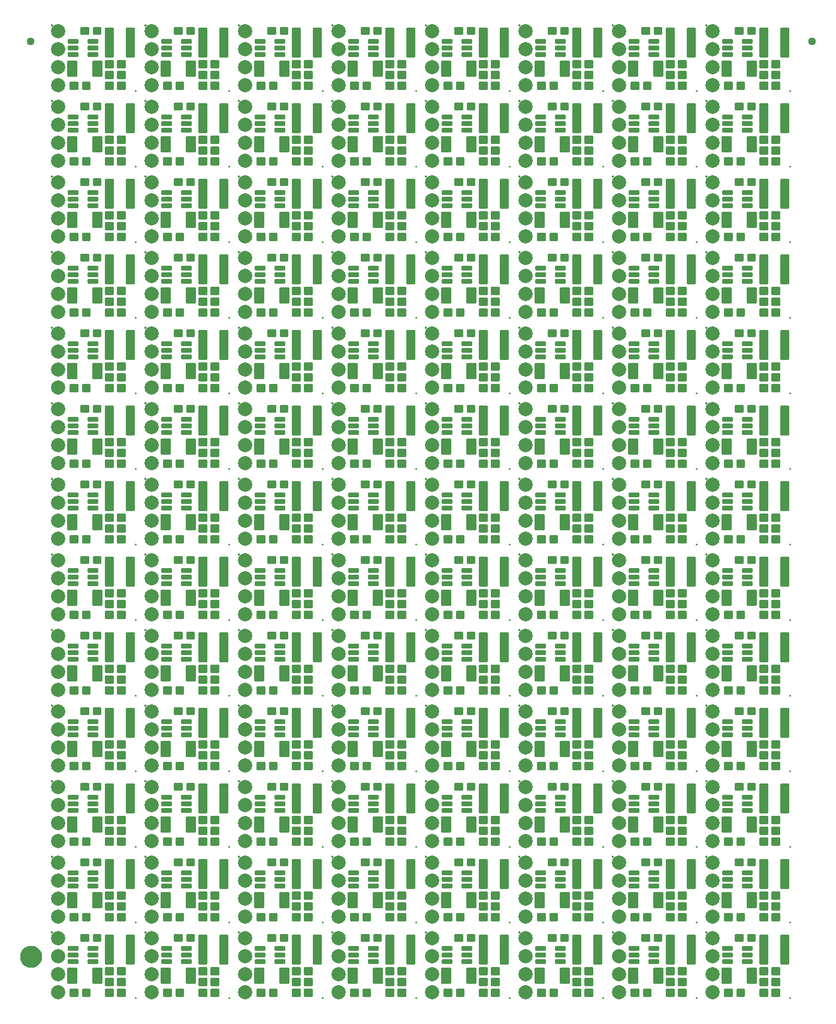
<source format=gts>
G04 EAGLE Gerber RS-274X export*
G75*
%MOMM*%
%FSLAX34Y34*%
%LPD*%
%INSoldermask Top*%
%IPPOS*%
%AMOC8*
5,1,8,0,0,1.08239X$1,22.5*%
G01*
%ADD10C,0.225400*%
%ADD11C,0.228600*%
%ADD12C,0.223409*%
%ADD13C,0.223519*%
%ADD14C,2.006600*%
%ADD15C,0.152400*%
%ADD16C,1.127000*%
%ADD17C,1.270000*%
%ADD18C,1.627000*%


D10*
X54928Y85662D02*
X44912Y85662D01*
X44912Y94678D01*
X54928Y94678D01*
X54928Y85662D01*
X54928Y87803D02*
X44912Y87803D01*
X44912Y89944D02*
X54928Y89944D01*
X54928Y92085D02*
X44912Y92085D01*
X44912Y94226D02*
X54928Y94226D01*
X61912Y85662D02*
X71928Y85662D01*
X61912Y85662D02*
X61912Y94678D01*
X71928Y94678D01*
X71928Y85662D01*
X71928Y87803D02*
X61912Y87803D01*
X61912Y89944D02*
X71928Y89944D01*
X71928Y92085D02*
X61912Y92085D01*
X61912Y94226D02*
X71928Y94226D01*
X96202Y32448D02*
X106218Y32448D01*
X106218Y23432D01*
X96202Y23432D01*
X96202Y32448D01*
X96202Y25573D02*
X106218Y25573D01*
X106218Y27714D02*
X96202Y27714D01*
X96202Y29855D02*
X106218Y29855D01*
X106218Y31996D02*
X96202Y31996D01*
X89218Y32448D02*
X79202Y32448D01*
X89218Y32448D02*
X89218Y23432D01*
X79202Y23432D01*
X79202Y32448D01*
X79202Y25573D02*
X89218Y25573D01*
X89218Y27714D02*
X79202Y27714D01*
X79202Y29855D02*
X89218Y29855D01*
X89218Y31996D02*
X79202Y31996D01*
X96202Y47688D02*
X106218Y47688D01*
X106218Y38672D01*
X96202Y38672D01*
X96202Y47688D01*
X96202Y40813D02*
X106218Y40813D01*
X106218Y42954D02*
X96202Y42954D01*
X96202Y45095D02*
X106218Y45095D01*
X106218Y47236D02*
X96202Y47236D01*
X89218Y47688D02*
X79202Y47688D01*
X89218Y47688D02*
X89218Y38672D01*
X79202Y38672D01*
X79202Y47688D01*
X79202Y40813D02*
X89218Y40813D01*
X89218Y42954D02*
X79202Y42954D01*
X79202Y45095D02*
X89218Y45095D01*
X89218Y47236D02*
X79202Y47236D01*
D11*
X89535Y53721D02*
X89535Y93599D01*
X89535Y53721D02*
X79121Y53721D01*
X79121Y93599D01*
X89535Y93599D01*
X89535Y55893D02*
X79121Y55893D01*
X79121Y58065D02*
X89535Y58065D01*
X89535Y60237D02*
X79121Y60237D01*
X79121Y62409D02*
X89535Y62409D01*
X89535Y64581D02*
X79121Y64581D01*
X79121Y66753D02*
X89535Y66753D01*
X89535Y68925D02*
X79121Y68925D01*
X79121Y71097D02*
X89535Y71097D01*
X89535Y73269D02*
X79121Y73269D01*
X79121Y75441D02*
X89535Y75441D01*
X89535Y77613D02*
X79121Y77613D01*
X79121Y79785D02*
X89535Y79785D01*
X89535Y81957D02*
X79121Y81957D01*
X79121Y84129D02*
X89535Y84129D01*
X89535Y86301D02*
X79121Y86301D01*
X79121Y88473D02*
X89535Y88473D01*
X89535Y90645D02*
X79121Y90645D01*
X79121Y92817D02*
X89535Y92817D01*
X118999Y93599D02*
X118999Y53721D01*
X108585Y53721D01*
X108585Y93599D01*
X118999Y93599D01*
X118999Y55893D02*
X108585Y55893D01*
X108585Y58065D02*
X118999Y58065D01*
X118999Y60237D02*
X108585Y60237D01*
X108585Y62409D02*
X118999Y62409D01*
X118999Y64581D02*
X108585Y64581D01*
X108585Y66753D02*
X118999Y66753D01*
X118999Y68925D02*
X108585Y68925D01*
X108585Y71097D02*
X118999Y71097D01*
X118999Y73269D02*
X108585Y73269D01*
X108585Y75441D02*
X118999Y75441D01*
X118999Y77613D02*
X108585Y77613D01*
X108585Y79785D02*
X118999Y79785D01*
X118999Y81957D02*
X108585Y81957D01*
X108585Y84129D02*
X118999Y84129D01*
X118999Y86301D02*
X108585Y86301D01*
X108585Y88473D02*
X118999Y88473D01*
X118999Y90645D02*
X108585Y90645D01*
X108585Y92817D02*
X118999Y92817D01*
D12*
X26971Y77808D02*
X26971Y73272D01*
X26971Y77808D02*
X39507Y77808D01*
X39507Y73272D01*
X26971Y73272D01*
X26971Y75394D02*
X39507Y75394D01*
X39507Y77516D02*
X26971Y77516D01*
X26971Y68308D02*
X26971Y63772D01*
X26971Y68308D02*
X39507Y68308D01*
X39507Y63772D01*
X26971Y63772D01*
X26971Y65894D02*
X39507Y65894D01*
X39507Y68016D02*
X26971Y68016D01*
X26971Y58808D02*
X26971Y54272D01*
X26971Y58808D02*
X39507Y58808D01*
X39507Y54272D01*
X26971Y54272D01*
X26971Y56394D02*
X39507Y56394D01*
X39507Y58516D02*
X26971Y58516D01*
X54473Y58808D02*
X54473Y54272D01*
X54473Y58808D02*
X67009Y58808D01*
X67009Y54272D01*
X54473Y54272D01*
X54473Y56394D02*
X67009Y56394D01*
X67009Y58516D02*
X54473Y58516D01*
X54473Y63772D02*
X54473Y68308D01*
X67009Y68308D01*
X67009Y63772D01*
X54473Y63772D01*
X54473Y65894D02*
X67009Y65894D01*
X67009Y68016D02*
X54473Y68016D01*
X54473Y73272D02*
X54473Y77808D01*
X67009Y77808D01*
X67009Y73272D01*
X54473Y73272D01*
X54473Y75394D02*
X67009Y75394D01*
X67009Y77516D02*
X54473Y77516D01*
D13*
X37848Y27012D02*
X26112Y27012D01*
X26112Y46648D01*
X37848Y46648D01*
X37848Y27012D01*
X37848Y29135D02*
X26112Y29135D01*
X26112Y31258D02*
X37848Y31258D01*
X37848Y33381D02*
X26112Y33381D01*
X26112Y35504D02*
X37848Y35504D01*
X37848Y37627D02*
X26112Y37627D01*
X26112Y39750D02*
X37848Y39750D01*
X37848Y41873D02*
X26112Y41873D01*
X26112Y43996D02*
X37848Y43996D01*
X37848Y46119D02*
X26112Y46119D01*
X61212Y27012D02*
X72948Y27012D01*
X61212Y27012D02*
X61212Y46648D01*
X72948Y46648D01*
X72948Y27012D01*
X72948Y29135D02*
X61212Y29135D01*
X61212Y31258D02*
X72948Y31258D01*
X72948Y33381D02*
X61212Y33381D01*
X61212Y35504D02*
X72948Y35504D01*
X72948Y37627D02*
X61212Y37627D01*
X61212Y39750D02*
X72948Y39750D01*
X72948Y41873D02*
X61212Y41873D01*
X61212Y43996D02*
X72948Y43996D01*
X72948Y46119D02*
X61212Y46119D01*
D14*
X12700Y88900D03*
X12700Y63500D03*
X12700Y38100D03*
X12700Y12700D03*
D10*
X46672Y17208D02*
X56688Y17208D01*
X56688Y8192D01*
X46672Y8192D01*
X46672Y17208D01*
X46672Y10333D02*
X56688Y10333D01*
X56688Y12474D02*
X46672Y12474D01*
X46672Y14615D02*
X56688Y14615D01*
X56688Y16756D02*
X46672Y16756D01*
X39688Y17208D02*
X29672Y17208D01*
X39688Y17208D02*
X39688Y8192D01*
X29672Y8192D01*
X29672Y17208D01*
X29672Y10333D02*
X39688Y10333D01*
X39688Y12474D02*
X29672Y12474D01*
X29672Y14615D02*
X39688Y14615D01*
X39688Y16756D02*
X29672Y16756D01*
X79202Y8192D02*
X89218Y8192D01*
X79202Y8192D02*
X79202Y17208D01*
X89218Y17208D01*
X89218Y8192D01*
X89218Y10333D02*
X79202Y10333D01*
X79202Y12474D02*
X89218Y12474D01*
X89218Y14615D02*
X79202Y14615D01*
X79202Y16756D02*
X89218Y16756D01*
X96202Y8192D02*
X106218Y8192D01*
X96202Y8192D02*
X96202Y17208D01*
X106218Y17208D01*
X106218Y8192D01*
X106218Y10333D02*
X96202Y10333D01*
X96202Y12474D02*
X106218Y12474D01*
X106218Y14615D02*
X96202Y14615D01*
X96202Y16756D02*
X106218Y16756D01*
D15*
X121320Y5080D02*
X121322Y5129D01*
X121328Y5177D01*
X121338Y5225D01*
X121352Y5272D01*
X121369Y5318D01*
X121390Y5362D01*
X121415Y5404D01*
X121443Y5444D01*
X121475Y5482D01*
X121509Y5517D01*
X121546Y5549D01*
X121585Y5578D01*
X121627Y5604D01*
X121671Y5626D01*
X121716Y5644D01*
X121763Y5659D01*
X121810Y5670D01*
X121859Y5677D01*
X121908Y5680D01*
X121957Y5679D01*
X122005Y5674D01*
X122054Y5665D01*
X122101Y5652D01*
X122147Y5635D01*
X122191Y5615D01*
X122234Y5591D01*
X122275Y5564D01*
X122313Y5533D01*
X122349Y5500D01*
X122381Y5464D01*
X122411Y5425D01*
X122438Y5384D01*
X122461Y5340D01*
X122480Y5295D01*
X122496Y5249D01*
X122508Y5202D01*
X122516Y5153D01*
X122520Y5104D01*
X122520Y5056D01*
X122516Y5007D01*
X122508Y4958D01*
X122496Y4911D01*
X122480Y4865D01*
X122461Y4820D01*
X122438Y4776D01*
X122411Y4735D01*
X122381Y4696D01*
X122349Y4660D01*
X122313Y4627D01*
X122275Y4596D01*
X122234Y4569D01*
X122191Y4545D01*
X122147Y4525D01*
X122101Y4508D01*
X122054Y4495D01*
X122005Y4486D01*
X121957Y4481D01*
X121908Y4480D01*
X121859Y4483D01*
X121810Y4490D01*
X121763Y4501D01*
X121716Y4516D01*
X121671Y4534D01*
X121627Y4556D01*
X121585Y4582D01*
X121546Y4611D01*
X121509Y4643D01*
X121475Y4678D01*
X121443Y4716D01*
X121415Y4756D01*
X121390Y4798D01*
X121369Y4842D01*
X121352Y4888D01*
X121338Y4935D01*
X121328Y4983D01*
X121322Y5031D01*
X121320Y5080D01*
X3210Y97790D02*
X3212Y97839D01*
X3218Y97887D01*
X3228Y97935D01*
X3242Y97982D01*
X3259Y98028D01*
X3280Y98072D01*
X3305Y98114D01*
X3333Y98154D01*
X3365Y98192D01*
X3399Y98227D01*
X3436Y98259D01*
X3475Y98288D01*
X3517Y98314D01*
X3561Y98336D01*
X3606Y98354D01*
X3653Y98369D01*
X3700Y98380D01*
X3749Y98387D01*
X3798Y98390D01*
X3847Y98389D01*
X3895Y98384D01*
X3944Y98375D01*
X3991Y98362D01*
X4037Y98345D01*
X4081Y98325D01*
X4124Y98301D01*
X4165Y98274D01*
X4203Y98243D01*
X4239Y98210D01*
X4271Y98174D01*
X4301Y98135D01*
X4328Y98094D01*
X4351Y98050D01*
X4370Y98005D01*
X4386Y97959D01*
X4398Y97912D01*
X4406Y97863D01*
X4410Y97814D01*
X4410Y97766D01*
X4406Y97717D01*
X4398Y97668D01*
X4386Y97621D01*
X4370Y97575D01*
X4351Y97530D01*
X4328Y97486D01*
X4301Y97445D01*
X4271Y97406D01*
X4239Y97370D01*
X4203Y97337D01*
X4165Y97306D01*
X4124Y97279D01*
X4081Y97255D01*
X4037Y97235D01*
X3991Y97218D01*
X3944Y97205D01*
X3895Y97196D01*
X3847Y97191D01*
X3798Y97190D01*
X3749Y97193D01*
X3700Y97200D01*
X3653Y97211D01*
X3606Y97226D01*
X3561Y97244D01*
X3517Y97266D01*
X3475Y97292D01*
X3436Y97321D01*
X3399Y97353D01*
X3365Y97388D01*
X3333Y97426D01*
X3305Y97466D01*
X3280Y97508D01*
X3259Y97552D01*
X3242Y97598D01*
X3228Y97645D01*
X3218Y97693D01*
X3212Y97741D01*
X3210Y97790D01*
D10*
X176992Y85662D02*
X187008Y85662D01*
X176992Y85662D02*
X176992Y94678D01*
X187008Y94678D01*
X187008Y85662D01*
X187008Y87803D02*
X176992Y87803D01*
X176992Y89944D02*
X187008Y89944D01*
X187008Y92085D02*
X176992Y92085D01*
X176992Y94226D02*
X187008Y94226D01*
X193992Y85662D02*
X204008Y85662D01*
X193992Y85662D02*
X193992Y94678D01*
X204008Y94678D01*
X204008Y85662D01*
X204008Y87803D02*
X193992Y87803D01*
X193992Y89944D02*
X204008Y89944D01*
X204008Y92085D02*
X193992Y92085D01*
X193992Y94226D02*
X204008Y94226D01*
X228282Y32448D02*
X238298Y32448D01*
X238298Y23432D01*
X228282Y23432D01*
X228282Y32448D01*
X228282Y25573D02*
X238298Y25573D01*
X238298Y27714D02*
X228282Y27714D01*
X228282Y29855D02*
X238298Y29855D01*
X238298Y31996D02*
X228282Y31996D01*
X221298Y32448D02*
X211282Y32448D01*
X221298Y32448D02*
X221298Y23432D01*
X211282Y23432D01*
X211282Y32448D01*
X211282Y25573D02*
X221298Y25573D01*
X221298Y27714D02*
X211282Y27714D01*
X211282Y29855D02*
X221298Y29855D01*
X221298Y31996D02*
X211282Y31996D01*
X228282Y47688D02*
X238298Y47688D01*
X238298Y38672D01*
X228282Y38672D01*
X228282Y47688D01*
X228282Y40813D02*
X238298Y40813D01*
X238298Y42954D02*
X228282Y42954D01*
X228282Y45095D02*
X238298Y45095D01*
X238298Y47236D02*
X228282Y47236D01*
X221298Y47688D02*
X211282Y47688D01*
X221298Y47688D02*
X221298Y38672D01*
X211282Y38672D01*
X211282Y47688D01*
X211282Y40813D02*
X221298Y40813D01*
X221298Y42954D02*
X211282Y42954D01*
X211282Y45095D02*
X221298Y45095D01*
X221298Y47236D02*
X211282Y47236D01*
D11*
X221615Y53721D02*
X221615Y93599D01*
X221615Y53721D02*
X211201Y53721D01*
X211201Y93599D01*
X221615Y93599D01*
X221615Y55893D02*
X211201Y55893D01*
X211201Y58065D02*
X221615Y58065D01*
X221615Y60237D02*
X211201Y60237D01*
X211201Y62409D02*
X221615Y62409D01*
X221615Y64581D02*
X211201Y64581D01*
X211201Y66753D02*
X221615Y66753D01*
X221615Y68925D02*
X211201Y68925D01*
X211201Y71097D02*
X221615Y71097D01*
X221615Y73269D02*
X211201Y73269D01*
X211201Y75441D02*
X221615Y75441D01*
X221615Y77613D02*
X211201Y77613D01*
X211201Y79785D02*
X221615Y79785D01*
X221615Y81957D02*
X211201Y81957D01*
X211201Y84129D02*
X221615Y84129D01*
X221615Y86301D02*
X211201Y86301D01*
X211201Y88473D02*
X221615Y88473D01*
X221615Y90645D02*
X211201Y90645D01*
X211201Y92817D02*
X221615Y92817D01*
X251079Y93599D02*
X251079Y53721D01*
X240665Y53721D01*
X240665Y93599D01*
X251079Y93599D01*
X251079Y55893D02*
X240665Y55893D01*
X240665Y58065D02*
X251079Y58065D01*
X251079Y60237D02*
X240665Y60237D01*
X240665Y62409D02*
X251079Y62409D01*
X251079Y64581D02*
X240665Y64581D01*
X240665Y66753D02*
X251079Y66753D01*
X251079Y68925D02*
X240665Y68925D01*
X240665Y71097D02*
X251079Y71097D01*
X251079Y73269D02*
X240665Y73269D01*
X240665Y75441D02*
X251079Y75441D01*
X251079Y77613D02*
X240665Y77613D01*
X240665Y79785D02*
X251079Y79785D01*
X251079Y81957D02*
X240665Y81957D01*
X240665Y84129D02*
X251079Y84129D01*
X251079Y86301D02*
X240665Y86301D01*
X240665Y88473D02*
X251079Y88473D01*
X251079Y90645D02*
X240665Y90645D01*
X240665Y92817D02*
X251079Y92817D01*
D12*
X159051Y77808D02*
X159051Y73272D01*
X159051Y77808D02*
X171587Y77808D01*
X171587Y73272D01*
X159051Y73272D01*
X159051Y75394D02*
X171587Y75394D01*
X171587Y77516D02*
X159051Y77516D01*
X159051Y68308D02*
X159051Y63772D01*
X159051Y68308D02*
X171587Y68308D01*
X171587Y63772D01*
X159051Y63772D01*
X159051Y65894D02*
X171587Y65894D01*
X171587Y68016D02*
X159051Y68016D01*
X159051Y58808D02*
X159051Y54272D01*
X159051Y58808D02*
X171587Y58808D01*
X171587Y54272D01*
X159051Y54272D01*
X159051Y56394D02*
X171587Y56394D01*
X171587Y58516D02*
X159051Y58516D01*
X186553Y58808D02*
X186553Y54272D01*
X186553Y58808D02*
X199089Y58808D01*
X199089Y54272D01*
X186553Y54272D01*
X186553Y56394D02*
X199089Y56394D01*
X199089Y58516D02*
X186553Y58516D01*
X186553Y63772D02*
X186553Y68308D01*
X199089Y68308D01*
X199089Y63772D01*
X186553Y63772D01*
X186553Y65894D02*
X199089Y65894D01*
X199089Y68016D02*
X186553Y68016D01*
X186553Y73272D02*
X186553Y77808D01*
X199089Y77808D01*
X199089Y73272D01*
X186553Y73272D01*
X186553Y75394D02*
X199089Y75394D01*
X199089Y77516D02*
X186553Y77516D01*
D13*
X169928Y27012D02*
X158192Y27012D01*
X158192Y46648D01*
X169928Y46648D01*
X169928Y27012D01*
X169928Y29135D02*
X158192Y29135D01*
X158192Y31258D02*
X169928Y31258D01*
X169928Y33381D02*
X158192Y33381D01*
X158192Y35504D02*
X169928Y35504D01*
X169928Y37627D02*
X158192Y37627D01*
X158192Y39750D02*
X169928Y39750D01*
X169928Y41873D02*
X158192Y41873D01*
X158192Y43996D02*
X169928Y43996D01*
X169928Y46119D02*
X158192Y46119D01*
X193292Y27012D02*
X205028Y27012D01*
X193292Y27012D02*
X193292Y46648D01*
X205028Y46648D01*
X205028Y27012D01*
X205028Y29135D02*
X193292Y29135D01*
X193292Y31258D02*
X205028Y31258D01*
X205028Y33381D02*
X193292Y33381D01*
X193292Y35504D02*
X205028Y35504D01*
X205028Y37627D02*
X193292Y37627D01*
X193292Y39750D02*
X205028Y39750D01*
X205028Y41873D02*
X193292Y41873D01*
X193292Y43996D02*
X205028Y43996D01*
X205028Y46119D02*
X193292Y46119D01*
D14*
X144780Y88900D03*
X144780Y63500D03*
X144780Y38100D03*
X144780Y12700D03*
D10*
X178752Y17208D02*
X188768Y17208D01*
X188768Y8192D01*
X178752Y8192D01*
X178752Y17208D01*
X178752Y10333D02*
X188768Y10333D01*
X188768Y12474D02*
X178752Y12474D01*
X178752Y14615D02*
X188768Y14615D01*
X188768Y16756D02*
X178752Y16756D01*
X171768Y17208D02*
X161752Y17208D01*
X171768Y17208D02*
X171768Y8192D01*
X161752Y8192D01*
X161752Y17208D01*
X161752Y10333D02*
X171768Y10333D01*
X171768Y12474D02*
X161752Y12474D01*
X161752Y14615D02*
X171768Y14615D01*
X171768Y16756D02*
X161752Y16756D01*
X211282Y8192D02*
X221298Y8192D01*
X211282Y8192D02*
X211282Y17208D01*
X221298Y17208D01*
X221298Y8192D01*
X221298Y10333D02*
X211282Y10333D01*
X211282Y12474D02*
X221298Y12474D01*
X221298Y14615D02*
X211282Y14615D01*
X211282Y16756D02*
X221298Y16756D01*
X228282Y8192D02*
X238298Y8192D01*
X228282Y8192D02*
X228282Y17208D01*
X238298Y17208D01*
X238298Y8192D01*
X238298Y10333D02*
X228282Y10333D01*
X228282Y12474D02*
X238298Y12474D01*
X238298Y14615D02*
X228282Y14615D01*
X228282Y16756D02*
X238298Y16756D01*
D15*
X253400Y5080D02*
X253402Y5129D01*
X253408Y5177D01*
X253418Y5225D01*
X253432Y5272D01*
X253449Y5318D01*
X253470Y5362D01*
X253495Y5404D01*
X253523Y5444D01*
X253555Y5482D01*
X253589Y5517D01*
X253626Y5549D01*
X253665Y5578D01*
X253707Y5604D01*
X253751Y5626D01*
X253796Y5644D01*
X253843Y5659D01*
X253890Y5670D01*
X253939Y5677D01*
X253988Y5680D01*
X254037Y5679D01*
X254085Y5674D01*
X254134Y5665D01*
X254181Y5652D01*
X254227Y5635D01*
X254271Y5615D01*
X254314Y5591D01*
X254355Y5564D01*
X254393Y5533D01*
X254429Y5500D01*
X254461Y5464D01*
X254491Y5425D01*
X254518Y5384D01*
X254541Y5340D01*
X254560Y5295D01*
X254576Y5249D01*
X254588Y5202D01*
X254596Y5153D01*
X254600Y5104D01*
X254600Y5056D01*
X254596Y5007D01*
X254588Y4958D01*
X254576Y4911D01*
X254560Y4865D01*
X254541Y4820D01*
X254518Y4776D01*
X254491Y4735D01*
X254461Y4696D01*
X254429Y4660D01*
X254393Y4627D01*
X254355Y4596D01*
X254314Y4569D01*
X254271Y4545D01*
X254227Y4525D01*
X254181Y4508D01*
X254134Y4495D01*
X254085Y4486D01*
X254037Y4481D01*
X253988Y4480D01*
X253939Y4483D01*
X253890Y4490D01*
X253843Y4501D01*
X253796Y4516D01*
X253751Y4534D01*
X253707Y4556D01*
X253665Y4582D01*
X253626Y4611D01*
X253589Y4643D01*
X253555Y4678D01*
X253523Y4716D01*
X253495Y4756D01*
X253470Y4798D01*
X253449Y4842D01*
X253432Y4888D01*
X253418Y4935D01*
X253408Y4983D01*
X253402Y5031D01*
X253400Y5080D01*
X135290Y97790D02*
X135292Y97839D01*
X135298Y97887D01*
X135308Y97935D01*
X135322Y97982D01*
X135339Y98028D01*
X135360Y98072D01*
X135385Y98114D01*
X135413Y98154D01*
X135445Y98192D01*
X135479Y98227D01*
X135516Y98259D01*
X135555Y98288D01*
X135597Y98314D01*
X135641Y98336D01*
X135686Y98354D01*
X135733Y98369D01*
X135780Y98380D01*
X135829Y98387D01*
X135878Y98390D01*
X135927Y98389D01*
X135975Y98384D01*
X136024Y98375D01*
X136071Y98362D01*
X136117Y98345D01*
X136161Y98325D01*
X136204Y98301D01*
X136245Y98274D01*
X136283Y98243D01*
X136319Y98210D01*
X136351Y98174D01*
X136381Y98135D01*
X136408Y98094D01*
X136431Y98050D01*
X136450Y98005D01*
X136466Y97959D01*
X136478Y97912D01*
X136486Y97863D01*
X136490Y97814D01*
X136490Y97766D01*
X136486Y97717D01*
X136478Y97668D01*
X136466Y97621D01*
X136450Y97575D01*
X136431Y97530D01*
X136408Y97486D01*
X136381Y97445D01*
X136351Y97406D01*
X136319Y97370D01*
X136283Y97337D01*
X136245Y97306D01*
X136204Y97279D01*
X136161Y97255D01*
X136117Y97235D01*
X136071Y97218D01*
X136024Y97205D01*
X135975Y97196D01*
X135927Y97191D01*
X135878Y97190D01*
X135829Y97193D01*
X135780Y97200D01*
X135733Y97211D01*
X135686Y97226D01*
X135641Y97244D01*
X135597Y97266D01*
X135555Y97292D01*
X135516Y97321D01*
X135479Y97353D01*
X135445Y97388D01*
X135413Y97426D01*
X135385Y97466D01*
X135360Y97508D01*
X135339Y97552D01*
X135322Y97598D01*
X135308Y97645D01*
X135298Y97693D01*
X135292Y97741D01*
X135290Y97790D01*
D10*
X309072Y85662D02*
X319088Y85662D01*
X309072Y85662D02*
X309072Y94678D01*
X319088Y94678D01*
X319088Y85662D01*
X319088Y87803D02*
X309072Y87803D01*
X309072Y89944D02*
X319088Y89944D01*
X319088Y92085D02*
X309072Y92085D01*
X309072Y94226D02*
X319088Y94226D01*
X326072Y85662D02*
X336088Y85662D01*
X326072Y85662D02*
X326072Y94678D01*
X336088Y94678D01*
X336088Y85662D01*
X336088Y87803D02*
X326072Y87803D01*
X326072Y89944D02*
X336088Y89944D01*
X336088Y92085D02*
X326072Y92085D01*
X326072Y94226D02*
X336088Y94226D01*
X360362Y32448D02*
X370378Y32448D01*
X370378Y23432D01*
X360362Y23432D01*
X360362Y32448D01*
X360362Y25573D02*
X370378Y25573D01*
X370378Y27714D02*
X360362Y27714D01*
X360362Y29855D02*
X370378Y29855D01*
X370378Y31996D02*
X360362Y31996D01*
X353378Y32448D02*
X343362Y32448D01*
X353378Y32448D02*
X353378Y23432D01*
X343362Y23432D01*
X343362Y32448D01*
X343362Y25573D02*
X353378Y25573D01*
X353378Y27714D02*
X343362Y27714D01*
X343362Y29855D02*
X353378Y29855D01*
X353378Y31996D02*
X343362Y31996D01*
X360362Y47688D02*
X370378Y47688D01*
X370378Y38672D01*
X360362Y38672D01*
X360362Y47688D01*
X360362Y40813D02*
X370378Y40813D01*
X370378Y42954D02*
X360362Y42954D01*
X360362Y45095D02*
X370378Y45095D01*
X370378Y47236D02*
X360362Y47236D01*
X353378Y47688D02*
X343362Y47688D01*
X353378Y47688D02*
X353378Y38672D01*
X343362Y38672D01*
X343362Y47688D01*
X343362Y40813D02*
X353378Y40813D01*
X353378Y42954D02*
X343362Y42954D01*
X343362Y45095D02*
X353378Y45095D01*
X353378Y47236D02*
X343362Y47236D01*
D11*
X353695Y53721D02*
X353695Y93599D01*
X353695Y53721D02*
X343281Y53721D01*
X343281Y93599D01*
X353695Y93599D01*
X353695Y55893D02*
X343281Y55893D01*
X343281Y58065D02*
X353695Y58065D01*
X353695Y60237D02*
X343281Y60237D01*
X343281Y62409D02*
X353695Y62409D01*
X353695Y64581D02*
X343281Y64581D01*
X343281Y66753D02*
X353695Y66753D01*
X353695Y68925D02*
X343281Y68925D01*
X343281Y71097D02*
X353695Y71097D01*
X353695Y73269D02*
X343281Y73269D01*
X343281Y75441D02*
X353695Y75441D01*
X353695Y77613D02*
X343281Y77613D01*
X343281Y79785D02*
X353695Y79785D01*
X353695Y81957D02*
X343281Y81957D01*
X343281Y84129D02*
X353695Y84129D01*
X353695Y86301D02*
X343281Y86301D01*
X343281Y88473D02*
X353695Y88473D01*
X353695Y90645D02*
X343281Y90645D01*
X343281Y92817D02*
X353695Y92817D01*
X383159Y93599D02*
X383159Y53721D01*
X372745Y53721D01*
X372745Y93599D01*
X383159Y93599D01*
X383159Y55893D02*
X372745Y55893D01*
X372745Y58065D02*
X383159Y58065D01*
X383159Y60237D02*
X372745Y60237D01*
X372745Y62409D02*
X383159Y62409D01*
X383159Y64581D02*
X372745Y64581D01*
X372745Y66753D02*
X383159Y66753D01*
X383159Y68925D02*
X372745Y68925D01*
X372745Y71097D02*
X383159Y71097D01*
X383159Y73269D02*
X372745Y73269D01*
X372745Y75441D02*
X383159Y75441D01*
X383159Y77613D02*
X372745Y77613D01*
X372745Y79785D02*
X383159Y79785D01*
X383159Y81957D02*
X372745Y81957D01*
X372745Y84129D02*
X383159Y84129D01*
X383159Y86301D02*
X372745Y86301D01*
X372745Y88473D02*
X383159Y88473D01*
X383159Y90645D02*
X372745Y90645D01*
X372745Y92817D02*
X383159Y92817D01*
D12*
X291131Y77808D02*
X291131Y73272D01*
X291131Y77808D02*
X303667Y77808D01*
X303667Y73272D01*
X291131Y73272D01*
X291131Y75394D02*
X303667Y75394D01*
X303667Y77516D02*
X291131Y77516D01*
X291131Y68308D02*
X291131Y63772D01*
X291131Y68308D02*
X303667Y68308D01*
X303667Y63772D01*
X291131Y63772D01*
X291131Y65894D02*
X303667Y65894D01*
X303667Y68016D02*
X291131Y68016D01*
X291131Y58808D02*
X291131Y54272D01*
X291131Y58808D02*
X303667Y58808D01*
X303667Y54272D01*
X291131Y54272D01*
X291131Y56394D02*
X303667Y56394D01*
X303667Y58516D02*
X291131Y58516D01*
X318633Y58808D02*
X318633Y54272D01*
X318633Y58808D02*
X331169Y58808D01*
X331169Y54272D01*
X318633Y54272D01*
X318633Y56394D02*
X331169Y56394D01*
X331169Y58516D02*
X318633Y58516D01*
X318633Y63772D02*
X318633Y68308D01*
X331169Y68308D01*
X331169Y63772D01*
X318633Y63772D01*
X318633Y65894D02*
X331169Y65894D01*
X331169Y68016D02*
X318633Y68016D01*
X318633Y73272D02*
X318633Y77808D01*
X331169Y77808D01*
X331169Y73272D01*
X318633Y73272D01*
X318633Y75394D02*
X331169Y75394D01*
X331169Y77516D02*
X318633Y77516D01*
D13*
X302008Y27012D02*
X290272Y27012D01*
X290272Y46648D01*
X302008Y46648D01*
X302008Y27012D01*
X302008Y29135D02*
X290272Y29135D01*
X290272Y31258D02*
X302008Y31258D01*
X302008Y33381D02*
X290272Y33381D01*
X290272Y35504D02*
X302008Y35504D01*
X302008Y37627D02*
X290272Y37627D01*
X290272Y39750D02*
X302008Y39750D01*
X302008Y41873D02*
X290272Y41873D01*
X290272Y43996D02*
X302008Y43996D01*
X302008Y46119D02*
X290272Y46119D01*
X325372Y27012D02*
X337108Y27012D01*
X325372Y27012D02*
X325372Y46648D01*
X337108Y46648D01*
X337108Y27012D01*
X337108Y29135D02*
X325372Y29135D01*
X325372Y31258D02*
X337108Y31258D01*
X337108Y33381D02*
X325372Y33381D01*
X325372Y35504D02*
X337108Y35504D01*
X337108Y37627D02*
X325372Y37627D01*
X325372Y39750D02*
X337108Y39750D01*
X337108Y41873D02*
X325372Y41873D01*
X325372Y43996D02*
X337108Y43996D01*
X337108Y46119D02*
X325372Y46119D01*
D14*
X276860Y88900D03*
X276860Y63500D03*
X276860Y38100D03*
X276860Y12700D03*
D10*
X310832Y17208D02*
X320848Y17208D01*
X320848Y8192D01*
X310832Y8192D01*
X310832Y17208D01*
X310832Y10333D02*
X320848Y10333D01*
X320848Y12474D02*
X310832Y12474D01*
X310832Y14615D02*
X320848Y14615D01*
X320848Y16756D02*
X310832Y16756D01*
X303848Y17208D02*
X293832Y17208D01*
X303848Y17208D02*
X303848Y8192D01*
X293832Y8192D01*
X293832Y17208D01*
X293832Y10333D02*
X303848Y10333D01*
X303848Y12474D02*
X293832Y12474D01*
X293832Y14615D02*
X303848Y14615D01*
X303848Y16756D02*
X293832Y16756D01*
X343362Y8192D02*
X353378Y8192D01*
X343362Y8192D02*
X343362Y17208D01*
X353378Y17208D01*
X353378Y8192D01*
X353378Y10333D02*
X343362Y10333D01*
X343362Y12474D02*
X353378Y12474D01*
X353378Y14615D02*
X343362Y14615D01*
X343362Y16756D02*
X353378Y16756D01*
X360362Y8192D02*
X370378Y8192D01*
X360362Y8192D02*
X360362Y17208D01*
X370378Y17208D01*
X370378Y8192D01*
X370378Y10333D02*
X360362Y10333D01*
X360362Y12474D02*
X370378Y12474D01*
X370378Y14615D02*
X360362Y14615D01*
X360362Y16756D02*
X370378Y16756D01*
D15*
X385480Y5080D02*
X385482Y5129D01*
X385488Y5177D01*
X385498Y5225D01*
X385512Y5272D01*
X385529Y5318D01*
X385550Y5362D01*
X385575Y5404D01*
X385603Y5444D01*
X385635Y5482D01*
X385669Y5517D01*
X385706Y5549D01*
X385745Y5578D01*
X385787Y5604D01*
X385831Y5626D01*
X385876Y5644D01*
X385923Y5659D01*
X385970Y5670D01*
X386019Y5677D01*
X386068Y5680D01*
X386117Y5679D01*
X386165Y5674D01*
X386214Y5665D01*
X386261Y5652D01*
X386307Y5635D01*
X386351Y5615D01*
X386394Y5591D01*
X386435Y5564D01*
X386473Y5533D01*
X386509Y5500D01*
X386541Y5464D01*
X386571Y5425D01*
X386598Y5384D01*
X386621Y5340D01*
X386640Y5295D01*
X386656Y5249D01*
X386668Y5202D01*
X386676Y5153D01*
X386680Y5104D01*
X386680Y5056D01*
X386676Y5007D01*
X386668Y4958D01*
X386656Y4911D01*
X386640Y4865D01*
X386621Y4820D01*
X386598Y4776D01*
X386571Y4735D01*
X386541Y4696D01*
X386509Y4660D01*
X386473Y4627D01*
X386435Y4596D01*
X386394Y4569D01*
X386351Y4545D01*
X386307Y4525D01*
X386261Y4508D01*
X386214Y4495D01*
X386165Y4486D01*
X386117Y4481D01*
X386068Y4480D01*
X386019Y4483D01*
X385970Y4490D01*
X385923Y4501D01*
X385876Y4516D01*
X385831Y4534D01*
X385787Y4556D01*
X385745Y4582D01*
X385706Y4611D01*
X385669Y4643D01*
X385635Y4678D01*
X385603Y4716D01*
X385575Y4756D01*
X385550Y4798D01*
X385529Y4842D01*
X385512Y4888D01*
X385498Y4935D01*
X385488Y4983D01*
X385482Y5031D01*
X385480Y5080D01*
X267370Y97790D02*
X267372Y97839D01*
X267378Y97887D01*
X267388Y97935D01*
X267402Y97982D01*
X267419Y98028D01*
X267440Y98072D01*
X267465Y98114D01*
X267493Y98154D01*
X267525Y98192D01*
X267559Y98227D01*
X267596Y98259D01*
X267635Y98288D01*
X267677Y98314D01*
X267721Y98336D01*
X267766Y98354D01*
X267813Y98369D01*
X267860Y98380D01*
X267909Y98387D01*
X267958Y98390D01*
X268007Y98389D01*
X268055Y98384D01*
X268104Y98375D01*
X268151Y98362D01*
X268197Y98345D01*
X268241Y98325D01*
X268284Y98301D01*
X268325Y98274D01*
X268363Y98243D01*
X268399Y98210D01*
X268431Y98174D01*
X268461Y98135D01*
X268488Y98094D01*
X268511Y98050D01*
X268530Y98005D01*
X268546Y97959D01*
X268558Y97912D01*
X268566Y97863D01*
X268570Y97814D01*
X268570Y97766D01*
X268566Y97717D01*
X268558Y97668D01*
X268546Y97621D01*
X268530Y97575D01*
X268511Y97530D01*
X268488Y97486D01*
X268461Y97445D01*
X268431Y97406D01*
X268399Y97370D01*
X268363Y97337D01*
X268325Y97306D01*
X268284Y97279D01*
X268241Y97255D01*
X268197Y97235D01*
X268151Y97218D01*
X268104Y97205D01*
X268055Y97196D01*
X268007Y97191D01*
X267958Y97190D01*
X267909Y97193D01*
X267860Y97200D01*
X267813Y97211D01*
X267766Y97226D01*
X267721Y97244D01*
X267677Y97266D01*
X267635Y97292D01*
X267596Y97321D01*
X267559Y97353D01*
X267525Y97388D01*
X267493Y97426D01*
X267465Y97466D01*
X267440Y97508D01*
X267419Y97552D01*
X267402Y97598D01*
X267388Y97645D01*
X267378Y97693D01*
X267372Y97741D01*
X267370Y97790D01*
D10*
X441152Y85662D02*
X451168Y85662D01*
X441152Y85662D02*
X441152Y94678D01*
X451168Y94678D01*
X451168Y85662D01*
X451168Y87803D02*
X441152Y87803D01*
X441152Y89944D02*
X451168Y89944D01*
X451168Y92085D02*
X441152Y92085D01*
X441152Y94226D02*
X451168Y94226D01*
X458152Y85662D02*
X468168Y85662D01*
X458152Y85662D02*
X458152Y94678D01*
X468168Y94678D01*
X468168Y85662D01*
X468168Y87803D02*
X458152Y87803D01*
X458152Y89944D02*
X468168Y89944D01*
X468168Y92085D02*
X458152Y92085D01*
X458152Y94226D02*
X468168Y94226D01*
X492442Y32448D02*
X502458Y32448D01*
X502458Y23432D01*
X492442Y23432D01*
X492442Y32448D01*
X492442Y25573D02*
X502458Y25573D01*
X502458Y27714D02*
X492442Y27714D01*
X492442Y29855D02*
X502458Y29855D01*
X502458Y31996D02*
X492442Y31996D01*
X485458Y32448D02*
X475442Y32448D01*
X485458Y32448D02*
X485458Y23432D01*
X475442Y23432D01*
X475442Y32448D01*
X475442Y25573D02*
X485458Y25573D01*
X485458Y27714D02*
X475442Y27714D01*
X475442Y29855D02*
X485458Y29855D01*
X485458Y31996D02*
X475442Y31996D01*
X492442Y47688D02*
X502458Y47688D01*
X502458Y38672D01*
X492442Y38672D01*
X492442Y47688D01*
X492442Y40813D02*
X502458Y40813D01*
X502458Y42954D02*
X492442Y42954D01*
X492442Y45095D02*
X502458Y45095D01*
X502458Y47236D02*
X492442Y47236D01*
X485458Y47688D02*
X475442Y47688D01*
X485458Y47688D02*
X485458Y38672D01*
X475442Y38672D01*
X475442Y47688D01*
X475442Y40813D02*
X485458Y40813D01*
X485458Y42954D02*
X475442Y42954D01*
X475442Y45095D02*
X485458Y45095D01*
X485458Y47236D02*
X475442Y47236D01*
D11*
X485775Y53721D02*
X485775Y93599D01*
X485775Y53721D02*
X475361Y53721D01*
X475361Y93599D01*
X485775Y93599D01*
X485775Y55893D02*
X475361Y55893D01*
X475361Y58065D02*
X485775Y58065D01*
X485775Y60237D02*
X475361Y60237D01*
X475361Y62409D02*
X485775Y62409D01*
X485775Y64581D02*
X475361Y64581D01*
X475361Y66753D02*
X485775Y66753D01*
X485775Y68925D02*
X475361Y68925D01*
X475361Y71097D02*
X485775Y71097D01*
X485775Y73269D02*
X475361Y73269D01*
X475361Y75441D02*
X485775Y75441D01*
X485775Y77613D02*
X475361Y77613D01*
X475361Y79785D02*
X485775Y79785D01*
X485775Y81957D02*
X475361Y81957D01*
X475361Y84129D02*
X485775Y84129D01*
X485775Y86301D02*
X475361Y86301D01*
X475361Y88473D02*
X485775Y88473D01*
X485775Y90645D02*
X475361Y90645D01*
X475361Y92817D02*
X485775Y92817D01*
X515239Y93599D02*
X515239Y53721D01*
X504825Y53721D01*
X504825Y93599D01*
X515239Y93599D01*
X515239Y55893D02*
X504825Y55893D01*
X504825Y58065D02*
X515239Y58065D01*
X515239Y60237D02*
X504825Y60237D01*
X504825Y62409D02*
X515239Y62409D01*
X515239Y64581D02*
X504825Y64581D01*
X504825Y66753D02*
X515239Y66753D01*
X515239Y68925D02*
X504825Y68925D01*
X504825Y71097D02*
X515239Y71097D01*
X515239Y73269D02*
X504825Y73269D01*
X504825Y75441D02*
X515239Y75441D01*
X515239Y77613D02*
X504825Y77613D01*
X504825Y79785D02*
X515239Y79785D01*
X515239Y81957D02*
X504825Y81957D01*
X504825Y84129D02*
X515239Y84129D01*
X515239Y86301D02*
X504825Y86301D01*
X504825Y88473D02*
X515239Y88473D01*
X515239Y90645D02*
X504825Y90645D01*
X504825Y92817D02*
X515239Y92817D01*
D12*
X423211Y77808D02*
X423211Y73272D01*
X423211Y77808D02*
X435747Y77808D01*
X435747Y73272D01*
X423211Y73272D01*
X423211Y75394D02*
X435747Y75394D01*
X435747Y77516D02*
X423211Y77516D01*
X423211Y68308D02*
X423211Y63772D01*
X423211Y68308D02*
X435747Y68308D01*
X435747Y63772D01*
X423211Y63772D01*
X423211Y65894D02*
X435747Y65894D01*
X435747Y68016D02*
X423211Y68016D01*
X423211Y58808D02*
X423211Y54272D01*
X423211Y58808D02*
X435747Y58808D01*
X435747Y54272D01*
X423211Y54272D01*
X423211Y56394D02*
X435747Y56394D01*
X435747Y58516D02*
X423211Y58516D01*
X450713Y58808D02*
X450713Y54272D01*
X450713Y58808D02*
X463249Y58808D01*
X463249Y54272D01*
X450713Y54272D01*
X450713Y56394D02*
X463249Y56394D01*
X463249Y58516D02*
X450713Y58516D01*
X450713Y63772D02*
X450713Y68308D01*
X463249Y68308D01*
X463249Y63772D01*
X450713Y63772D01*
X450713Y65894D02*
X463249Y65894D01*
X463249Y68016D02*
X450713Y68016D01*
X450713Y73272D02*
X450713Y77808D01*
X463249Y77808D01*
X463249Y73272D01*
X450713Y73272D01*
X450713Y75394D02*
X463249Y75394D01*
X463249Y77516D02*
X450713Y77516D01*
D13*
X434088Y27012D02*
X422352Y27012D01*
X422352Y46648D01*
X434088Y46648D01*
X434088Y27012D01*
X434088Y29135D02*
X422352Y29135D01*
X422352Y31258D02*
X434088Y31258D01*
X434088Y33381D02*
X422352Y33381D01*
X422352Y35504D02*
X434088Y35504D01*
X434088Y37627D02*
X422352Y37627D01*
X422352Y39750D02*
X434088Y39750D01*
X434088Y41873D02*
X422352Y41873D01*
X422352Y43996D02*
X434088Y43996D01*
X434088Y46119D02*
X422352Y46119D01*
X457452Y27012D02*
X469188Y27012D01*
X457452Y27012D02*
X457452Y46648D01*
X469188Y46648D01*
X469188Y27012D01*
X469188Y29135D02*
X457452Y29135D01*
X457452Y31258D02*
X469188Y31258D01*
X469188Y33381D02*
X457452Y33381D01*
X457452Y35504D02*
X469188Y35504D01*
X469188Y37627D02*
X457452Y37627D01*
X457452Y39750D02*
X469188Y39750D01*
X469188Y41873D02*
X457452Y41873D01*
X457452Y43996D02*
X469188Y43996D01*
X469188Y46119D02*
X457452Y46119D01*
D14*
X408940Y88900D03*
X408940Y63500D03*
X408940Y38100D03*
X408940Y12700D03*
D10*
X442912Y17208D02*
X452928Y17208D01*
X452928Y8192D01*
X442912Y8192D01*
X442912Y17208D01*
X442912Y10333D02*
X452928Y10333D01*
X452928Y12474D02*
X442912Y12474D01*
X442912Y14615D02*
X452928Y14615D01*
X452928Y16756D02*
X442912Y16756D01*
X435928Y17208D02*
X425912Y17208D01*
X435928Y17208D02*
X435928Y8192D01*
X425912Y8192D01*
X425912Y17208D01*
X425912Y10333D02*
X435928Y10333D01*
X435928Y12474D02*
X425912Y12474D01*
X425912Y14615D02*
X435928Y14615D01*
X435928Y16756D02*
X425912Y16756D01*
X475442Y8192D02*
X485458Y8192D01*
X475442Y8192D02*
X475442Y17208D01*
X485458Y17208D01*
X485458Y8192D01*
X485458Y10333D02*
X475442Y10333D01*
X475442Y12474D02*
X485458Y12474D01*
X485458Y14615D02*
X475442Y14615D01*
X475442Y16756D02*
X485458Y16756D01*
X492442Y8192D02*
X502458Y8192D01*
X492442Y8192D02*
X492442Y17208D01*
X502458Y17208D01*
X502458Y8192D01*
X502458Y10333D02*
X492442Y10333D01*
X492442Y12474D02*
X502458Y12474D01*
X502458Y14615D02*
X492442Y14615D01*
X492442Y16756D02*
X502458Y16756D01*
D15*
X517560Y5080D02*
X517562Y5129D01*
X517568Y5177D01*
X517578Y5225D01*
X517592Y5272D01*
X517609Y5318D01*
X517630Y5362D01*
X517655Y5404D01*
X517683Y5444D01*
X517715Y5482D01*
X517749Y5517D01*
X517786Y5549D01*
X517825Y5578D01*
X517867Y5604D01*
X517911Y5626D01*
X517956Y5644D01*
X518003Y5659D01*
X518050Y5670D01*
X518099Y5677D01*
X518148Y5680D01*
X518197Y5679D01*
X518245Y5674D01*
X518294Y5665D01*
X518341Y5652D01*
X518387Y5635D01*
X518431Y5615D01*
X518474Y5591D01*
X518515Y5564D01*
X518553Y5533D01*
X518589Y5500D01*
X518621Y5464D01*
X518651Y5425D01*
X518678Y5384D01*
X518701Y5340D01*
X518720Y5295D01*
X518736Y5249D01*
X518748Y5202D01*
X518756Y5153D01*
X518760Y5104D01*
X518760Y5056D01*
X518756Y5007D01*
X518748Y4958D01*
X518736Y4911D01*
X518720Y4865D01*
X518701Y4820D01*
X518678Y4776D01*
X518651Y4735D01*
X518621Y4696D01*
X518589Y4660D01*
X518553Y4627D01*
X518515Y4596D01*
X518474Y4569D01*
X518431Y4545D01*
X518387Y4525D01*
X518341Y4508D01*
X518294Y4495D01*
X518245Y4486D01*
X518197Y4481D01*
X518148Y4480D01*
X518099Y4483D01*
X518050Y4490D01*
X518003Y4501D01*
X517956Y4516D01*
X517911Y4534D01*
X517867Y4556D01*
X517825Y4582D01*
X517786Y4611D01*
X517749Y4643D01*
X517715Y4678D01*
X517683Y4716D01*
X517655Y4756D01*
X517630Y4798D01*
X517609Y4842D01*
X517592Y4888D01*
X517578Y4935D01*
X517568Y4983D01*
X517562Y5031D01*
X517560Y5080D01*
X399450Y97790D02*
X399452Y97839D01*
X399458Y97887D01*
X399468Y97935D01*
X399482Y97982D01*
X399499Y98028D01*
X399520Y98072D01*
X399545Y98114D01*
X399573Y98154D01*
X399605Y98192D01*
X399639Y98227D01*
X399676Y98259D01*
X399715Y98288D01*
X399757Y98314D01*
X399801Y98336D01*
X399846Y98354D01*
X399893Y98369D01*
X399940Y98380D01*
X399989Y98387D01*
X400038Y98390D01*
X400087Y98389D01*
X400135Y98384D01*
X400184Y98375D01*
X400231Y98362D01*
X400277Y98345D01*
X400321Y98325D01*
X400364Y98301D01*
X400405Y98274D01*
X400443Y98243D01*
X400479Y98210D01*
X400511Y98174D01*
X400541Y98135D01*
X400568Y98094D01*
X400591Y98050D01*
X400610Y98005D01*
X400626Y97959D01*
X400638Y97912D01*
X400646Y97863D01*
X400650Y97814D01*
X400650Y97766D01*
X400646Y97717D01*
X400638Y97668D01*
X400626Y97621D01*
X400610Y97575D01*
X400591Y97530D01*
X400568Y97486D01*
X400541Y97445D01*
X400511Y97406D01*
X400479Y97370D01*
X400443Y97337D01*
X400405Y97306D01*
X400364Y97279D01*
X400321Y97255D01*
X400277Y97235D01*
X400231Y97218D01*
X400184Y97205D01*
X400135Y97196D01*
X400087Y97191D01*
X400038Y97190D01*
X399989Y97193D01*
X399940Y97200D01*
X399893Y97211D01*
X399846Y97226D01*
X399801Y97244D01*
X399757Y97266D01*
X399715Y97292D01*
X399676Y97321D01*
X399639Y97353D01*
X399605Y97388D01*
X399573Y97426D01*
X399545Y97466D01*
X399520Y97508D01*
X399499Y97552D01*
X399482Y97598D01*
X399468Y97645D01*
X399458Y97693D01*
X399452Y97741D01*
X399450Y97790D01*
D10*
X573232Y85662D02*
X583248Y85662D01*
X573232Y85662D02*
X573232Y94678D01*
X583248Y94678D01*
X583248Y85662D01*
X583248Y87803D02*
X573232Y87803D01*
X573232Y89944D02*
X583248Y89944D01*
X583248Y92085D02*
X573232Y92085D01*
X573232Y94226D02*
X583248Y94226D01*
X590232Y85662D02*
X600248Y85662D01*
X590232Y85662D02*
X590232Y94678D01*
X600248Y94678D01*
X600248Y85662D01*
X600248Y87803D02*
X590232Y87803D01*
X590232Y89944D02*
X600248Y89944D01*
X600248Y92085D02*
X590232Y92085D01*
X590232Y94226D02*
X600248Y94226D01*
X624522Y32448D02*
X634538Y32448D01*
X634538Y23432D01*
X624522Y23432D01*
X624522Y32448D01*
X624522Y25573D02*
X634538Y25573D01*
X634538Y27714D02*
X624522Y27714D01*
X624522Y29855D02*
X634538Y29855D01*
X634538Y31996D02*
X624522Y31996D01*
X617538Y32448D02*
X607522Y32448D01*
X617538Y32448D02*
X617538Y23432D01*
X607522Y23432D01*
X607522Y32448D01*
X607522Y25573D02*
X617538Y25573D01*
X617538Y27714D02*
X607522Y27714D01*
X607522Y29855D02*
X617538Y29855D01*
X617538Y31996D02*
X607522Y31996D01*
X624522Y47688D02*
X634538Y47688D01*
X634538Y38672D01*
X624522Y38672D01*
X624522Y47688D01*
X624522Y40813D02*
X634538Y40813D01*
X634538Y42954D02*
X624522Y42954D01*
X624522Y45095D02*
X634538Y45095D01*
X634538Y47236D02*
X624522Y47236D01*
X617538Y47688D02*
X607522Y47688D01*
X617538Y47688D02*
X617538Y38672D01*
X607522Y38672D01*
X607522Y47688D01*
X607522Y40813D02*
X617538Y40813D01*
X617538Y42954D02*
X607522Y42954D01*
X607522Y45095D02*
X617538Y45095D01*
X617538Y47236D02*
X607522Y47236D01*
D11*
X617855Y53721D02*
X617855Y93599D01*
X617855Y53721D02*
X607441Y53721D01*
X607441Y93599D01*
X617855Y93599D01*
X617855Y55893D02*
X607441Y55893D01*
X607441Y58065D02*
X617855Y58065D01*
X617855Y60237D02*
X607441Y60237D01*
X607441Y62409D02*
X617855Y62409D01*
X617855Y64581D02*
X607441Y64581D01*
X607441Y66753D02*
X617855Y66753D01*
X617855Y68925D02*
X607441Y68925D01*
X607441Y71097D02*
X617855Y71097D01*
X617855Y73269D02*
X607441Y73269D01*
X607441Y75441D02*
X617855Y75441D01*
X617855Y77613D02*
X607441Y77613D01*
X607441Y79785D02*
X617855Y79785D01*
X617855Y81957D02*
X607441Y81957D01*
X607441Y84129D02*
X617855Y84129D01*
X617855Y86301D02*
X607441Y86301D01*
X607441Y88473D02*
X617855Y88473D01*
X617855Y90645D02*
X607441Y90645D01*
X607441Y92817D02*
X617855Y92817D01*
X647319Y93599D02*
X647319Y53721D01*
X636905Y53721D01*
X636905Y93599D01*
X647319Y93599D01*
X647319Y55893D02*
X636905Y55893D01*
X636905Y58065D02*
X647319Y58065D01*
X647319Y60237D02*
X636905Y60237D01*
X636905Y62409D02*
X647319Y62409D01*
X647319Y64581D02*
X636905Y64581D01*
X636905Y66753D02*
X647319Y66753D01*
X647319Y68925D02*
X636905Y68925D01*
X636905Y71097D02*
X647319Y71097D01*
X647319Y73269D02*
X636905Y73269D01*
X636905Y75441D02*
X647319Y75441D01*
X647319Y77613D02*
X636905Y77613D01*
X636905Y79785D02*
X647319Y79785D01*
X647319Y81957D02*
X636905Y81957D01*
X636905Y84129D02*
X647319Y84129D01*
X647319Y86301D02*
X636905Y86301D01*
X636905Y88473D02*
X647319Y88473D01*
X647319Y90645D02*
X636905Y90645D01*
X636905Y92817D02*
X647319Y92817D01*
D12*
X555291Y77808D02*
X555291Y73272D01*
X555291Y77808D02*
X567827Y77808D01*
X567827Y73272D01*
X555291Y73272D01*
X555291Y75394D02*
X567827Y75394D01*
X567827Y77516D02*
X555291Y77516D01*
X555291Y68308D02*
X555291Y63772D01*
X555291Y68308D02*
X567827Y68308D01*
X567827Y63772D01*
X555291Y63772D01*
X555291Y65894D02*
X567827Y65894D01*
X567827Y68016D02*
X555291Y68016D01*
X555291Y58808D02*
X555291Y54272D01*
X555291Y58808D02*
X567827Y58808D01*
X567827Y54272D01*
X555291Y54272D01*
X555291Y56394D02*
X567827Y56394D01*
X567827Y58516D02*
X555291Y58516D01*
X582793Y58808D02*
X582793Y54272D01*
X582793Y58808D02*
X595329Y58808D01*
X595329Y54272D01*
X582793Y54272D01*
X582793Y56394D02*
X595329Y56394D01*
X595329Y58516D02*
X582793Y58516D01*
X582793Y63772D02*
X582793Y68308D01*
X595329Y68308D01*
X595329Y63772D01*
X582793Y63772D01*
X582793Y65894D02*
X595329Y65894D01*
X595329Y68016D02*
X582793Y68016D01*
X582793Y73272D02*
X582793Y77808D01*
X595329Y77808D01*
X595329Y73272D01*
X582793Y73272D01*
X582793Y75394D02*
X595329Y75394D01*
X595329Y77516D02*
X582793Y77516D01*
D13*
X566168Y27012D02*
X554432Y27012D01*
X554432Y46648D01*
X566168Y46648D01*
X566168Y27012D01*
X566168Y29135D02*
X554432Y29135D01*
X554432Y31258D02*
X566168Y31258D01*
X566168Y33381D02*
X554432Y33381D01*
X554432Y35504D02*
X566168Y35504D01*
X566168Y37627D02*
X554432Y37627D01*
X554432Y39750D02*
X566168Y39750D01*
X566168Y41873D02*
X554432Y41873D01*
X554432Y43996D02*
X566168Y43996D01*
X566168Y46119D02*
X554432Y46119D01*
X589532Y27012D02*
X601268Y27012D01*
X589532Y27012D02*
X589532Y46648D01*
X601268Y46648D01*
X601268Y27012D01*
X601268Y29135D02*
X589532Y29135D01*
X589532Y31258D02*
X601268Y31258D01*
X601268Y33381D02*
X589532Y33381D01*
X589532Y35504D02*
X601268Y35504D01*
X601268Y37627D02*
X589532Y37627D01*
X589532Y39750D02*
X601268Y39750D01*
X601268Y41873D02*
X589532Y41873D01*
X589532Y43996D02*
X601268Y43996D01*
X601268Y46119D02*
X589532Y46119D01*
D14*
X541020Y88900D03*
X541020Y63500D03*
X541020Y38100D03*
X541020Y12700D03*
D10*
X574992Y17208D02*
X585008Y17208D01*
X585008Y8192D01*
X574992Y8192D01*
X574992Y17208D01*
X574992Y10333D02*
X585008Y10333D01*
X585008Y12474D02*
X574992Y12474D01*
X574992Y14615D02*
X585008Y14615D01*
X585008Y16756D02*
X574992Y16756D01*
X568008Y17208D02*
X557992Y17208D01*
X568008Y17208D02*
X568008Y8192D01*
X557992Y8192D01*
X557992Y17208D01*
X557992Y10333D02*
X568008Y10333D01*
X568008Y12474D02*
X557992Y12474D01*
X557992Y14615D02*
X568008Y14615D01*
X568008Y16756D02*
X557992Y16756D01*
X607522Y8192D02*
X617538Y8192D01*
X607522Y8192D02*
X607522Y17208D01*
X617538Y17208D01*
X617538Y8192D01*
X617538Y10333D02*
X607522Y10333D01*
X607522Y12474D02*
X617538Y12474D01*
X617538Y14615D02*
X607522Y14615D01*
X607522Y16756D02*
X617538Y16756D01*
X624522Y8192D02*
X634538Y8192D01*
X624522Y8192D02*
X624522Y17208D01*
X634538Y17208D01*
X634538Y8192D01*
X634538Y10333D02*
X624522Y10333D01*
X624522Y12474D02*
X634538Y12474D01*
X634538Y14615D02*
X624522Y14615D01*
X624522Y16756D02*
X634538Y16756D01*
D15*
X649640Y5080D02*
X649642Y5129D01*
X649648Y5177D01*
X649658Y5225D01*
X649672Y5272D01*
X649689Y5318D01*
X649710Y5362D01*
X649735Y5404D01*
X649763Y5444D01*
X649795Y5482D01*
X649829Y5517D01*
X649866Y5549D01*
X649905Y5578D01*
X649947Y5604D01*
X649991Y5626D01*
X650036Y5644D01*
X650083Y5659D01*
X650130Y5670D01*
X650179Y5677D01*
X650228Y5680D01*
X650277Y5679D01*
X650325Y5674D01*
X650374Y5665D01*
X650421Y5652D01*
X650467Y5635D01*
X650511Y5615D01*
X650554Y5591D01*
X650595Y5564D01*
X650633Y5533D01*
X650669Y5500D01*
X650701Y5464D01*
X650731Y5425D01*
X650758Y5384D01*
X650781Y5340D01*
X650800Y5295D01*
X650816Y5249D01*
X650828Y5202D01*
X650836Y5153D01*
X650840Y5104D01*
X650840Y5056D01*
X650836Y5007D01*
X650828Y4958D01*
X650816Y4911D01*
X650800Y4865D01*
X650781Y4820D01*
X650758Y4776D01*
X650731Y4735D01*
X650701Y4696D01*
X650669Y4660D01*
X650633Y4627D01*
X650595Y4596D01*
X650554Y4569D01*
X650511Y4545D01*
X650467Y4525D01*
X650421Y4508D01*
X650374Y4495D01*
X650325Y4486D01*
X650277Y4481D01*
X650228Y4480D01*
X650179Y4483D01*
X650130Y4490D01*
X650083Y4501D01*
X650036Y4516D01*
X649991Y4534D01*
X649947Y4556D01*
X649905Y4582D01*
X649866Y4611D01*
X649829Y4643D01*
X649795Y4678D01*
X649763Y4716D01*
X649735Y4756D01*
X649710Y4798D01*
X649689Y4842D01*
X649672Y4888D01*
X649658Y4935D01*
X649648Y4983D01*
X649642Y5031D01*
X649640Y5080D01*
X531530Y97790D02*
X531532Y97839D01*
X531538Y97887D01*
X531548Y97935D01*
X531562Y97982D01*
X531579Y98028D01*
X531600Y98072D01*
X531625Y98114D01*
X531653Y98154D01*
X531685Y98192D01*
X531719Y98227D01*
X531756Y98259D01*
X531795Y98288D01*
X531837Y98314D01*
X531881Y98336D01*
X531926Y98354D01*
X531973Y98369D01*
X532020Y98380D01*
X532069Y98387D01*
X532118Y98390D01*
X532167Y98389D01*
X532215Y98384D01*
X532264Y98375D01*
X532311Y98362D01*
X532357Y98345D01*
X532401Y98325D01*
X532444Y98301D01*
X532485Y98274D01*
X532523Y98243D01*
X532559Y98210D01*
X532591Y98174D01*
X532621Y98135D01*
X532648Y98094D01*
X532671Y98050D01*
X532690Y98005D01*
X532706Y97959D01*
X532718Y97912D01*
X532726Y97863D01*
X532730Y97814D01*
X532730Y97766D01*
X532726Y97717D01*
X532718Y97668D01*
X532706Y97621D01*
X532690Y97575D01*
X532671Y97530D01*
X532648Y97486D01*
X532621Y97445D01*
X532591Y97406D01*
X532559Y97370D01*
X532523Y97337D01*
X532485Y97306D01*
X532444Y97279D01*
X532401Y97255D01*
X532357Y97235D01*
X532311Y97218D01*
X532264Y97205D01*
X532215Y97196D01*
X532167Y97191D01*
X532118Y97190D01*
X532069Y97193D01*
X532020Y97200D01*
X531973Y97211D01*
X531926Y97226D01*
X531881Y97244D01*
X531837Y97266D01*
X531795Y97292D01*
X531756Y97321D01*
X531719Y97353D01*
X531685Y97388D01*
X531653Y97426D01*
X531625Y97466D01*
X531600Y97508D01*
X531579Y97552D01*
X531562Y97598D01*
X531548Y97645D01*
X531538Y97693D01*
X531532Y97741D01*
X531530Y97790D01*
D10*
X705312Y85662D02*
X715328Y85662D01*
X705312Y85662D02*
X705312Y94678D01*
X715328Y94678D01*
X715328Y85662D01*
X715328Y87803D02*
X705312Y87803D01*
X705312Y89944D02*
X715328Y89944D01*
X715328Y92085D02*
X705312Y92085D01*
X705312Y94226D02*
X715328Y94226D01*
X722312Y85662D02*
X732328Y85662D01*
X722312Y85662D02*
X722312Y94678D01*
X732328Y94678D01*
X732328Y85662D01*
X732328Y87803D02*
X722312Y87803D01*
X722312Y89944D02*
X732328Y89944D01*
X732328Y92085D02*
X722312Y92085D01*
X722312Y94226D02*
X732328Y94226D01*
X756602Y32448D02*
X766618Y32448D01*
X766618Y23432D01*
X756602Y23432D01*
X756602Y32448D01*
X756602Y25573D02*
X766618Y25573D01*
X766618Y27714D02*
X756602Y27714D01*
X756602Y29855D02*
X766618Y29855D01*
X766618Y31996D02*
X756602Y31996D01*
X749618Y32448D02*
X739602Y32448D01*
X749618Y32448D02*
X749618Y23432D01*
X739602Y23432D01*
X739602Y32448D01*
X739602Y25573D02*
X749618Y25573D01*
X749618Y27714D02*
X739602Y27714D01*
X739602Y29855D02*
X749618Y29855D01*
X749618Y31996D02*
X739602Y31996D01*
X756602Y47688D02*
X766618Y47688D01*
X766618Y38672D01*
X756602Y38672D01*
X756602Y47688D01*
X756602Y40813D02*
X766618Y40813D01*
X766618Y42954D02*
X756602Y42954D01*
X756602Y45095D02*
X766618Y45095D01*
X766618Y47236D02*
X756602Y47236D01*
X749618Y47688D02*
X739602Y47688D01*
X749618Y47688D02*
X749618Y38672D01*
X739602Y38672D01*
X739602Y47688D01*
X739602Y40813D02*
X749618Y40813D01*
X749618Y42954D02*
X739602Y42954D01*
X739602Y45095D02*
X749618Y45095D01*
X749618Y47236D02*
X739602Y47236D01*
D11*
X749935Y53721D02*
X749935Y93599D01*
X749935Y53721D02*
X739521Y53721D01*
X739521Y93599D01*
X749935Y93599D01*
X749935Y55893D02*
X739521Y55893D01*
X739521Y58065D02*
X749935Y58065D01*
X749935Y60237D02*
X739521Y60237D01*
X739521Y62409D02*
X749935Y62409D01*
X749935Y64581D02*
X739521Y64581D01*
X739521Y66753D02*
X749935Y66753D01*
X749935Y68925D02*
X739521Y68925D01*
X739521Y71097D02*
X749935Y71097D01*
X749935Y73269D02*
X739521Y73269D01*
X739521Y75441D02*
X749935Y75441D01*
X749935Y77613D02*
X739521Y77613D01*
X739521Y79785D02*
X749935Y79785D01*
X749935Y81957D02*
X739521Y81957D01*
X739521Y84129D02*
X749935Y84129D01*
X749935Y86301D02*
X739521Y86301D01*
X739521Y88473D02*
X749935Y88473D01*
X749935Y90645D02*
X739521Y90645D01*
X739521Y92817D02*
X749935Y92817D01*
X779399Y93599D02*
X779399Y53721D01*
X768985Y53721D01*
X768985Y93599D01*
X779399Y93599D01*
X779399Y55893D02*
X768985Y55893D01*
X768985Y58065D02*
X779399Y58065D01*
X779399Y60237D02*
X768985Y60237D01*
X768985Y62409D02*
X779399Y62409D01*
X779399Y64581D02*
X768985Y64581D01*
X768985Y66753D02*
X779399Y66753D01*
X779399Y68925D02*
X768985Y68925D01*
X768985Y71097D02*
X779399Y71097D01*
X779399Y73269D02*
X768985Y73269D01*
X768985Y75441D02*
X779399Y75441D01*
X779399Y77613D02*
X768985Y77613D01*
X768985Y79785D02*
X779399Y79785D01*
X779399Y81957D02*
X768985Y81957D01*
X768985Y84129D02*
X779399Y84129D01*
X779399Y86301D02*
X768985Y86301D01*
X768985Y88473D02*
X779399Y88473D01*
X779399Y90645D02*
X768985Y90645D01*
X768985Y92817D02*
X779399Y92817D01*
D12*
X687371Y77808D02*
X687371Y73272D01*
X687371Y77808D02*
X699907Y77808D01*
X699907Y73272D01*
X687371Y73272D01*
X687371Y75394D02*
X699907Y75394D01*
X699907Y77516D02*
X687371Y77516D01*
X687371Y68308D02*
X687371Y63772D01*
X687371Y68308D02*
X699907Y68308D01*
X699907Y63772D01*
X687371Y63772D01*
X687371Y65894D02*
X699907Y65894D01*
X699907Y68016D02*
X687371Y68016D01*
X687371Y58808D02*
X687371Y54272D01*
X687371Y58808D02*
X699907Y58808D01*
X699907Y54272D01*
X687371Y54272D01*
X687371Y56394D02*
X699907Y56394D01*
X699907Y58516D02*
X687371Y58516D01*
X714873Y58808D02*
X714873Y54272D01*
X714873Y58808D02*
X727409Y58808D01*
X727409Y54272D01*
X714873Y54272D01*
X714873Y56394D02*
X727409Y56394D01*
X727409Y58516D02*
X714873Y58516D01*
X714873Y63772D02*
X714873Y68308D01*
X727409Y68308D01*
X727409Y63772D01*
X714873Y63772D01*
X714873Y65894D02*
X727409Y65894D01*
X727409Y68016D02*
X714873Y68016D01*
X714873Y73272D02*
X714873Y77808D01*
X727409Y77808D01*
X727409Y73272D01*
X714873Y73272D01*
X714873Y75394D02*
X727409Y75394D01*
X727409Y77516D02*
X714873Y77516D01*
D13*
X698248Y27012D02*
X686512Y27012D01*
X686512Y46648D01*
X698248Y46648D01*
X698248Y27012D01*
X698248Y29135D02*
X686512Y29135D01*
X686512Y31258D02*
X698248Y31258D01*
X698248Y33381D02*
X686512Y33381D01*
X686512Y35504D02*
X698248Y35504D01*
X698248Y37627D02*
X686512Y37627D01*
X686512Y39750D02*
X698248Y39750D01*
X698248Y41873D02*
X686512Y41873D01*
X686512Y43996D02*
X698248Y43996D01*
X698248Y46119D02*
X686512Y46119D01*
X721612Y27012D02*
X733348Y27012D01*
X721612Y27012D02*
X721612Y46648D01*
X733348Y46648D01*
X733348Y27012D01*
X733348Y29135D02*
X721612Y29135D01*
X721612Y31258D02*
X733348Y31258D01*
X733348Y33381D02*
X721612Y33381D01*
X721612Y35504D02*
X733348Y35504D01*
X733348Y37627D02*
X721612Y37627D01*
X721612Y39750D02*
X733348Y39750D01*
X733348Y41873D02*
X721612Y41873D01*
X721612Y43996D02*
X733348Y43996D01*
X733348Y46119D02*
X721612Y46119D01*
D14*
X673100Y88900D03*
X673100Y63500D03*
X673100Y38100D03*
X673100Y12700D03*
D10*
X707072Y17208D02*
X717088Y17208D01*
X717088Y8192D01*
X707072Y8192D01*
X707072Y17208D01*
X707072Y10333D02*
X717088Y10333D01*
X717088Y12474D02*
X707072Y12474D01*
X707072Y14615D02*
X717088Y14615D01*
X717088Y16756D02*
X707072Y16756D01*
X700088Y17208D02*
X690072Y17208D01*
X700088Y17208D02*
X700088Y8192D01*
X690072Y8192D01*
X690072Y17208D01*
X690072Y10333D02*
X700088Y10333D01*
X700088Y12474D02*
X690072Y12474D01*
X690072Y14615D02*
X700088Y14615D01*
X700088Y16756D02*
X690072Y16756D01*
X739602Y8192D02*
X749618Y8192D01*
X739602Y8192D02*
X739602Y17208D01*
X749618Y17208D01*
X749618Y8192D01*
X749618Y10333D02*
X739602Y10333D01*
X739602Y12474D02*
X749618Y12474D01*
X749618Y14615D02*
X739602Y14615D01*
X739602Y16756D02*
X749618Y16756D01*
X756602Y8192D02*
X766618Y8192D01*
X756602Y8192D02*
X756602Y17208D01*
X766618Y17208D01*
X766618Y8192D01*
X766618Y10333D02*
X756602Y10333D01*
X756602Y12474D02*
X766618Y12474D01*
X766618Y14615D02*
X756602Y14615D01*
X756602Y16756D02*
X766618Y16756D01*
D15*
X781720Y5080D02*
X781722Y5129D01*
X781728Y5177D01*
X781738Y5225D01*
X781752Y5272D01*
X781769Y5318D01*
X781790Y5362D01*
X781815Y5404D01*
X781843Y5444D01*
X781875Y5482D01*
X781909Y5517D01*
X781946Y5549D01*
X781985Y5578D01*
X782027Y5604D01*
X782071Y5626D01*
X782116Y5644D01*
X782163Y5659D01*
X782210Y5670D01*
X782259Y5677D01*
X782308Y5680D01*
X782357Y5679D01*
X782405Y5674D01*
X782454Y5665D01*
X782501Y5652D01*
X782547Y5635D01*
X782591Y5615D01*
X782634Y5591D01*
X782675Y5564D01*
X782713Y5533D01*
X782749Y5500D01*
X782781Y5464D01*
X782811Y5425D01*
X782838Y5384D01*
X782861Y5340D01*
X782880Y5295D01*
X782896Y5249D01*
X782908Y5202D01*
X782916Y5153D01*
X782920Y5104D01*
X782920Y5056D01*
X782916Y5007D01*
X782908Y4958D01*
X782896Y4911D01*
X782880Y4865D01*
X782861Y4820D01*
X782838Y4776D01*
X782811Y4735D01*
X782781Y4696D01*
X782749Y4660D01*
X782713Y4627D01*
X782675Y4596D01*
X782634Y4569D01*
X782591Y4545D01*
X782547Y4525D01*
X782501Y4508D01*
X782454Y4495D01*
X782405Y4486D01*
X782357Y4481D01*
X782308Y4480D01*
X782259Y4483D01*
X782210Y4490D01*
X782163Y4501D01*
X782116Y4516D01*
X782071Y4534D01*
X782027Y4556D01*
X781985Y4582D01*
X781946Y4611D01*
X781909Y4643D01*
X781875Y4678D01*
X781843Y4716D01*
X781815Y4756D01*
X781790Y4798D01*
X781769Y4842D01*
X781752Y4888D01*
X781738Y4935D01*
X781728Y4983D01*
X781722Y5031D01*
X781720Y5080D01*
X663610Y97790D02*
X663612Y97839D01*
X663618Y97887D01*
X663628Y97935D01*
X663642Y97982D01*
X663659Y98028D01*
X663680Y98072D01*
X663705Y98114D01*
X663733Y98154D01*
X663765Y98192D01*
X663799Y98227D01*
X663836Y98259D01*
X663875Y98288D01*
X663917Y98314D01*
X663961Y98336D01*
X664006Y98354D01*
X664053Y98369D01*
X664100Y98380D01*
X664149Y98387D01*
X664198Y98390D01*
X664247Y98389D01*
X664295Y98384D01*
X664344Y98375D01*
X664391Y98362D01*
X664437Y98345D01*
X664481Y98325D01*
X664524Y98301D01*
X664565Y98274D01*
X664603Y98243D01*
X664639Y98210D01*
X664671Y98174D01*
X664701Y98135D01*
X664728Y98094D01*
X664751Y98050D01*
X664770Y98005D01*
X664786Y97959D01*
X664798Y97912D01*
X664806Y97863D01*
X664810Y97814D01*
X664810Y97766D01*
X664806Y97717D01*
X664798Y97668D01*
X664786Y97621D01*
X664770Y97575D01*
X664751Y97530D01*
X664728Y97486D01*
X664701Y97445D01*
X664671Y97406D01*
X664639Y97370D01*
X664603Y97337D01*
X664565Y97306D01*
X664524Y97279D01*
X664481Y97255D01*
X664437Y97235D01*
X664391Y97218D01*
X664344Y97205D01*
X664295Y97196D01*
X664247Y97191D01*
X664198Y97190D01*
X664149Y97193D01*
X664100Y97200D01*
X664053Y97211D01*
X664006Y97226D01*
X663961Y97244D01*
X663917Y97266D01*
X663875Y97292D01*
X663836Y97321D01*
X663799Y97353D01*
X663765Y97388D01*
X663733Y97426D01*
X663705Y97466D01*
X663680Y97508D01*
X663659Y97552D01*
X663642Y97598D01*
X663628Y97645D01*
X663618Y97693D01*
X663612Y97741D01*
X663610Y97790D01*
D10*
X837392Y85662D02*
X847408Y85662D01*
X837392Y85662D02*
X837392Y94678D01*
X847408Y94678D01*
X847408Y85662D01*
X847408Y87803D02*
X837392Y87803D01*
X837392Y89944D02*
X847408Y89944D01*
X847408Y92085D02*
X837392Y92085D01*
X837392Y94226D02*
X847408Y94226D01*
X854392Y85662D02*
X864408Y85662D01*
X854392Y85662D02*
X854392Y94678D01*
X864408Y94678D01*
X864408Y85662D01*
X864408Y87803D02*
X854392Y87803D01*
X854392Y89944D02*
X864408Y89944D01*
X864408Y92085D02*
X854392Y92085D01*
X854392Y94226D02*
X864408Y94226D01*
X888682Y32448D02*
X898698Y32448D01*
X898698Y23432D01*
X888682Y23432D01*
X888682Y32448D01*
X888682Y25573D02*
X898698Y25573D01*
X898698Y27714D02*
X888682Y27714D01*
X888682Y29855D02*
X898698Y29855D01*
X898698Y31996D02*
X888682Y31996D01*
X881698Y32448D02*
X871682Y32448D01*
X881698Y32448D02*
X881698Y23432D01*
X871682Y23432D01*
X871682Y32448D01*
X871682Y25573D02*
X881698Y25573D01*
X881698Y27714D02*
X871682Y27714D01*
X871682Y29855D02*
X881698Y29855D01*
X881698Y31996D02*
X871682Y31996D01*
X888682Y47688D02*
X898698Y47688D01*
X898698Y38672D01*
X888682Y38672D01*
X888682Y47688D01*
X888682Y40813D02*
X898698Y40813D01*
X898698Y42954D02*
X888682Y42954D01*
X888682Y45095D02*
X898698Y45095D01*
X898698Y47236D02*
X888682Y47236D01*
X881698Y47688D02*
X871682Y47688D01*
X881698Y47688D02*
X881698Y38672D01*
X871682Y38672D01*
X871682Y47688D01*
X871682Y40813D02*
X881698Y40813D01*
X881698Y42954D02*
X871682Y42954D01*
X871682Y45095D02*
X881698Y45095D01*
X881698Y47236D02*
X871682Y47236D01*
D11*
X882015Y53721D02*
X882015Y93599D01*
X882015Y53721D02*
X871601Y53721D01*
X871601Y93599D01*
X882015Y93599D01*
X882015Y55893D02*
X871601Y55893D01*
X871601Y58065D02*
X882015Y58065D01*
X882015Y60237D02*
X871601Y60237D01*
X871601Y62409D02*
X882015Y62409D01*
X882015Y64581D02*
X871601Y64581D01*
X871601Y66753D02*
X882015Y66753D01*
X882015Y68925D02*
X871601Y68925D01*
X871601Y71097D02*
X882015Y71097D01*
X882015Y73269D02*
X871601Y73269D01*
X871601Y75441D02*
X882015Y75441D01*
X882015Y77613D02*
X871601Y77613D01*
X871601Y79785D02*
X882015Y79785D01*
X882015Y81957D02*
X871601Y81957D01*
X871601Y84129D02*
X882015Y84129D01*
X882015Y86301D02*
X871601Y86301D01*
X871601Y88473D02*
X882015Y88473D01*
X882015Y90645D02*
X871601Y90645D01*
X871601Y92817D02*
X882015Y92817D01*
X911479Y93599D02*
X911479Y53721D01*
X901065Y53721D01*
X901065Y93599D01*
X911479Y93599D01*
X911479Y55893D02*
X901065Y55893D01*
X901065Y58065D02*
X911479Y58065D01*
X911479Y60237D02*
X901065Y60237D01*
X901065Y62409D02*
X911479Y62409D01*
X911479Y64581D02*
X901065Y64581D01*
X901065Y66753D02*
X911479Y66753D01*
X911479Y68925D02*
X901065Y68925D01*
X901065Y71097D02*
X911479Y71097D01*
X911479Y73269D02*
X901065Y73269D01*
X901065Y75441D02*
X911479Y75441D01*
X911479Y77613D02*
X901065Y77613D01*
X901065Y79785D02*
X911479Y79785D01*
X911479Y81957D02*
X901065Y81957D01*
X901065Y84129D02*
X911479Y84129D01*
X911479Y86301D02*
X901065Y86301D01*
X901065Y88473D02*
X911479Y88473D01*
X911479Y90645D02*
X901065Y90645D01*
X901065Y92817D02*
X911479Y92817D01*
D12*
X819451Y77808D02*
X819451Y73272D01*
X819451Y77808D02*
X831987Y77808D01*
X831987Y73272D01*
X819451Y73272D01*
X819451Y75394D02*
X831987Y75394D01*
X831987Y77516D02*
X819451Y77516D01*
X819451Y68308D02*
X819451Y63772D01*
X819451Y68308D02*
X831987Y68308D01*
X831987Y63772D01*
X819451Y63772D01*
X819451Y65894D02*
X831987Y65894D01*
X831987Y68016D02*
X819451Y68016D01*
X819451Y58808D02*
X819451Y54272D01*
X819451Y58808D02*
X831987Y58808D01*
X831987Y54272D01*
X819451Y54272D01*
X819451Y56394D02*
X831987Y56394D01*
X831987Y58516D02*
X819451Y58516D01*
X846953Y58808D02*
X846953Y54272D01*
X846953Y58808D02*
X859489Y58808D01*
X859489Y54272D01*
X846953Y54272D01*
X846953Y56394D02*
X859489Y56394D01*
X859489Y58516D02*
X846953Y58516D01*
X846953Y63772D02*
X846953Y68308D01*
X859489Y68308D01*
X859489Y63772D01*
X846953Y63772D01*
X846953Y65894D02*
X859489Y65894D01*
X859489Y68016D02*
X846953Y68016D01*
X846953Y73272D02*
X846953Y77808D01*
X859489Y77808D01*
X859489Y73272D01*
X846953Y73272D01*
X846953Y75394D02*
X859489Y75394D01*
X859489Y77516D02*
X846953Y77516D01*
D13*
X830328Y27012D02*
X818592Y27012D01*
X818592Y46648D01*
X830328Y46648D01*
X830328Y27012D01*
X830328Y29135D02*
X818592Y29135D01*
X818592Y31258D02*
X830328Y31258D01*
X830328Y33381D02*
X818592Y33381D01*
X818592Y35504D02*
X830328Y35504D01*
X830328Y37627D02*
X818592Y37627D01*
X818592Y39750D02*
X830328Y39750D01*
X830328Y41873D02*
X818592Y41873D01*
X818592Y43996D02*
X830328Y43996D01*
X830328Y46119D02*
X818592Y46119D01*
X853692Y27012D02*
X865428Y27012D01*
X853692Y27012D02*
X853692Y46648D01*
X865428Y46648D01*
X865428Y27012D01*
X865428Y29135D02*
X853692Y29135D01*
X853692Y31258D02*
X865428Y31258D01*
X865428Y33381D02*
X853692Y33381D01*
X853692Y35504D02*
X865428Y35504D01*
X865428Y37627D02*
X853692Y37627D01*
X853692Y39750D02*
X865428Y39750D01*
X865428Y41873D02*
X853692Y41873D01*
X853692Y43996D02*
X865428Y43996D01*
X865428Y46119D02*
X853692Y46119D01*
D14*
X805180Y88900D03*
X805180Y63500D03*
X805180Y38100D03*
X805180Y12700D03*
D10*
X839152Y17208D02*
X849168Y17208D01*
X849168Y8192D01*
X839152Y8192D01*
X839152Y17208D01*
X839152Y10333D02*
X849168Y10333D01*
X849168Y12474D02*
X839152Y12474D01*
X839152Y14615D02*
X849168Y14615D01*
X849168Y16756D02*
X839152Y16756D01*
X832168Y17208D02*
X822152Y17208D01*
X832168Y17208D02*
X832168Y8192D01*
X822152Y8192D01*
X822152Y17208D01*
X822152Y10333D02*
X832168Y10333D01*
X832168Y12474D02*
X822152Y12474D01*
X822152Y14615D02*
X832168Y14615D01*
X832168Y16756D02*
X822152Y16756D01*
X871682Y8192D02*
X881698Y8192D01*
X871682Y8192D02*
X871682Y17208D01*
X881698Y17208D01*
X881698Y8192D01*
X881698Y10333D02*
X871682Y10333D01*
X871682Y12474D02*
X881698Y12474D01*
X881698Y14615D02*
X871682Y14615D01*
X871682Y16756D02*
X881698Y16756D01*
X888682Y8192D02*
X898698Y8192D01*
X888682Y8192D02*
X888682Y17208D01*
X898698Y17208D01*
X898698Y8192D01*
X898698Y10333D02*
X888682Y10333D01*
X888682Y12474D02*
X898698Y12474D01*
X898698Y14615D02*
X888682Y14615D01*
X888682Y16756D02*
X898698Y16756D01*
D15*
X913800Y5080D02*
X913802Y5129D01*
X913808Y5177D01*
X913818Y5225D01*
X913832Y5272D01*
X913849Y5318D01*
X913870Y5362D01*
X913895Y5404D01*
X913923Y5444D01*
X913955Y5482D01*
X913989Y5517D01*
X914026Y5549D01*
X914065Y5578D01*
X914107Y5604D01*
X914151Y5626D01*
X914196Y5644D01*
X914243Y5659D01*
X914290Y5670D01*
X914339Y5677D01*
X914388Y5680D01*
X914437Y5679D01*
X914485Y5674D01*
X914534Y5665D01*
X914581Y5652D01*
X914627Y5635D01*
X914671Y5615D01*
X914714Y5591D01*
X914755Y5564D01*
X914793Y5533D01*
X914829Y5500D01*
X914861Y5464D01*
X914891Y5425D01*
X914918Y5384D01*
X914941Y5340D01*
X914960Y5295D01*
X914976Y5249D01*
X914988Y5202D01*
X914996Y5153D01*
X915000Y5104D01*
X915000Y5056D01*
X914996Y5007D01*
X914988Y4958D01*
X914976Y4911D01*
X914960Y4865D01*
X914941Y4820D01*
X914918Y4776D01*
X914891Y4735D01*
X914861Y4696D01*
X914829Y4660D01*
X914793Y4627D01*
X914755Y4596D01*
X914714Y4569D01*
X914671Y4545D01*
X914627Y4525D01*
X914581Y4508D01*
X914534Y4495D01*
X914485Y4486D01*
X914437Y4481D01*
X914388Y4480D01*
X914339Y4483D01*
X914290Y4490D01*
X914243Y4501D01*
X914196Y4516D01*
X914151Y4534D01*
X914107Y4556D01*
X914065Y4582D01*
X914026Y4611D01*
X913989Y4643D01*
X913955Y4678D01*
X913923Y4716D01*
X913895Y4756D01*
X913870Y4798D01*
X913849Y4842D01*
X913832Y4888D01*
X913818Y4935D01*
X913808Y4983D01*
X913802Y5031D01*
X913800Y5080D01*
X795690Y97790D02*
X795692Y97839D01*
X795698Y97887D01*
X795708Y97935D01*
X795722Y97982D01*
X795739Y98028D01*
X795760Y98072D01*
X795785Y98114D01*
X795813Y98154D01*
X795845Y98192D01*
X795879Y98227D01*
X795916Y98259D01*
X795955Y98288D01*
X795997Y98314D01*
X796041Y98336D01*
X796086Y98354D01*
X796133Y98369D01*
X796180Y98380D01*
X796229Y98387D01*
X796278Y98390D01*
X796327Y98389D01*
X796375Y98384D01*
X796424Y98375D01*
X796471Y98362D01*
X796517Y98345D01*
X796561Y98325D01*
X796604Y98301D01*
X796645Y98274D01*
X796683Y98243D01*
X796719Y98210D01*
X796751Y98174D01*
X796781Y98135D01*
X796808Y98094D01*
X796831Y98050D01*
X796850Y98005D01*
X796866Y97959D01*
X796878Y97912D01*
X796886Y97863D01*
X796890Y97814D01*
X796890Y97766D01*
X796886Y97717D01*
X796878Y97668D01*
X796866Y97621D01*
X796850Y97575D01*
X796831Y97530D01*
X796808Y97486D01*
X796781Y97445D01*
X796751Y97406D01*
X796719Y97370D01*
X796683Y97337D01*
X796645Y97306D01*
X796604Y97279D01*
X796561Y97255D01*
X796517Y97235D01*
X796471Y97218D01*
X796424Y97205D01*
X796375Y97196D01*
X796327Y97191D01*
X796278Y97190D01*
X796229Y97193D01*
X796180Y97200D01*
X796133Y97211D01*
X796086Y97226D01*
X796041Y97244D01*
X795997Y97266D01*
X795955Y97292D01*
X795916Y97321D01*
X795879Y97353D01*
X795845Y97388D01*
X795813Y97426D01*
X795785Y97466D01*
X795760Y97508D01*
X795739Y97552D01*
X795722Y97598D01*
X795708Y97645D01*
X795698Y97693D01*
X795692Y97741D01*
X795690Y97790D01*
D10*
X969472Y85662D02*
X979488Y85662D01*
X969472Y85662D02*
X969472Y94678D01*
X979488Y94678D01*
X979488Y85662D01*
X979488Y87803D02*
X969472Y87803D01*
X969472Y89944D02*
X979488Y89944D01*
X979488Y92085D02*
X969472Y92085D01*
X969472Y94226D02*
X979488Y94226D01*
X986472Y85662D02*
X996488Y85662D01*
X986472Y85662D02*
X986472Y94678D01*
X996488Y94678D01*
X996488Y85662D01*
X996488Y87803D02*
X986472Y87803D01*
X986472Y89944D02*
X996488Y89944D01*
X996488Y92085D02*
X986472Y92085D01*
X986472Y94226D02*
X996488Y94226D01*
X1020762Y32448D02*
X1030778Y32448D01*
X1030778Y23432D01*
X1020762Y23432D01*
X1020762Y32448D01*
X1020762Y25573D02*
X1030778Y25573D01*
X1030778Y27714D02*
X1020762Y27714D01*
X1020762Y29855D02*
X1030778Y29855D01*
X1030778Y31996D02*
X1020762Y31996D01*
X1013778Y32448D02*
X1003762Y32448D01*
X1013778Y32448D02*
X1013778Y23432D01*
X1003762Y23432D01*
X1003762Y32448D01*
X1003762Y25573D02*
X1013778Y25573D01*
X1013778Y27714D02*
X1003762Y27714D01*
X1003762Y29855D02*
X1013778Y29855D01*
X1013778Y31996D02*
X1003762Y31996D01*
X1020762Y47688D02*
X1030778Y47688D01*
X1030778Y38672D01*
X1020762Y38672D01*
X1020762Y47688D01*
X1020762Y40813D02*
X1030778Y40813D01*
X1030778Y42954D02*
X1020762Y42954D01*
X1020762Y45095D02*
X1030778Y45095D01*
X1030778Y47236D02*
X1020762Y47236D01*
X1013778Y47688D02*
X1003762Y47688D01*
X1013778Y47688D02*
X1013778Y38672D01*
X1003762Y38672D01*
X1003762Y47688D01*
X1003762Y40813D02*
X1013778Y40813D01*
X1013778Y42954D02*
X1003762Y42954D01*
X1003762Y45095D02*
X1013778Y45095D01*
X1013778Y47236D02*
X1003762Y47236D01*
D11*
X1014095Y53721D02*
X1014095Y93599D01*
X1014095Y53721D02*
X1003681Y53721D01*
X1003681Y93599D01*
X1014095Y93599D01*
X1014095Y55893D02*
X1003681Y55893D01*
X1003681Y58065D02*
X1014095Y58065D01*
X1014095Y60237D02*
X1003681Y60237D01*
X1003681Y62409D02*
X1014095Y62409D01*
X1014095Y64581D02*
X1003681Y64581D01*
X1003681Y66753D02*
X1014095Y66753D01*
X1014095Y68925D02*
X1003681Y68925D01*
X1003681Y71097D02*
X1014095Y71097D01*
X1014095Y73269D02*
X1003681Y73269D01*
X1003681Y75441D02*
X1014095Y75441D01*
X1014095Y77613D02*
X1003681Y77613D01*
X1003681Y79785D02*
X1014095Y79785D01*
X1014095Y81957D02*
X1003681Y81957D01*
X1003681Y84129D02*
X1014095Y84129D01*
X1014095Y86301D02*
X1003681Y86301D01*
X1003681Y88473D02*
X1014095Y88473D01*
X1014095Y90645D02*
X1003681Y90645D01*
X1003681Y92817D02*
X1014095Y92817D01*
X1043559Y93599D02*
X1043559Y53721D01*
X1033145Y53721D01*
X1033145Y93599D01*
X1043559Y93599D01*
X1043559Y55893D02*
X1033145Y55893D01*
X1033145Y58065D02*
X1043559Y58065D01*
X1043559Y60237D02*
X1033145Y60237D01*
X1033145Y62409D02*
X1043559Y62409D01*
X1043559Y64581D02*
X1033145Y64581D01*
X1033145Y66753D02*
X1043559Y66753D01*
X1043559Y68925D02*
X1033145Y68925D01*
X1033145Y71097D02*
X1043559Y71097D01*
X1043559Y73269D02*
X1033145Y73269D01*
X1033145Y75441D02*
X1043559Y75441D01*
X1043559Y77613D02*
X1033145Y77613D01*
X1033145Y79785D02*
X1043559Y79785D01*
X1043559Y81957D02*
X1033145Y81957D01*
X1033145Y84129D02*
X1043559Y84129D01*
X1043559Y86301D02*
X1033145Y86301D01*
X1033145Y88473D02*
X1043559Y88473D01*
X1043559Y90645D02*
X1033145Y90645D01*
X1033145Y92817D02*
X1043559Y92817D01*
D12*
X951531Y77808D02*
X951531Y73272D01*
X951531Y77808D02*
X964067Y77808D01*
X964067Y73272D01*
X951531Y73272D01*
X951531Y75394D02*
X964067Y75394D01*
X964067Y77516D02*
X951531Y77516D01*
X951531Y68308D02*
X951531Y63772D01*
X951531Y68308D02*
X964067Y68308D01*
X964067Y63772D01*
X951531Y63772D01*
X951531Y65894D02*
X964067Y65894D01*
X964067Y68016D02*
X951531Y68016D01*
X951531Y58808D02*
X951531Y54272D01*
X951531Y58808D02*
X964067Y58808D01*
X964067Y54272D01*
X951531Y54272D01*
X951531Y56394D02*
X964067Y56394D01*
X964067Y58516D02*
X951531Y58516D01*
X979033Y58808D02*
X979033Y54272D01*
X979033Y58808D02*
X991569Y58808D01*
X991569Y54272D01*
X979033Y54272D01*
X979033Y56394D02*
X991569Y56394D01*
X991569Y58516D02*
X979033Y58516D01*
X979033Y63772D02*
X979033Y68308D01*
X991569Y68308D01*
X991569Y63772D01*
X979033Y63772D01*
X979033Y65894D02*
X991569Y65894D01*
X991569Y68016D02*
X979033Y68016D01*
X979033Y73272D02*
X979033Y77808D01*
X991569Y77808D01*
X991569Y73272D01*
X979033Y73272D01*
X979033Y75394D02*
X991569Y75394D01*
X991569Y77516D02*
X979033Y77516D01*
D13*
X962408Y27012D02*
X950672Y27012D01*
X950672Y46648D01*
X962408Y46648D01*
X962408Y27012D01*
X962408Y29135D02*
X950672Y29135D01*
X950672Y31258D02*
X962408Y31258D01*
X962408Y33381D02*
X950672Y33381D01*
X950672Y35504D02*
X962408Y35504D01*
X962408Y37627D02*
X950672Y37627D01*
X950672Y39750D02*
X962408Y39750D01*
X962408Y41873D02*
X950672Y41873D01*
X950672Y43996D02*
X962408Y43996D01*
X962408Y46119D02*
X950672Y46119D01*
X985772Y27012D02*
X997508Y27012D01*
X985772Y27012D02*
X985772Y46648D01*
X997508Y46648D01*
X997508Y27012D01*
X997508Y29135D02*
X985772Y29135D01*
X985772Y31258D02*
X997508Y31258D01*
X997508Y33381D02*
X985772Y33381D01*
X985772Y35504D02*
X997508Y35504D01*
X997508Y37627D02*
X985772Y37627D01*
X985772Y39750D02*
X997508Y39750D01*
X997508Y41873D02*
X985772Y41873D01*
X985772Y43996D02*
X997508Y43996D01*
X997508Y46119D02*
X985772Y46119D01*
D14*
X937260Y88900D03*
X937260Y63500D03*
X937260Y38100D03*
X937260Y12700D03*
D10*
X971232Y17208D02*
X981248Y17208D01*
X981248Y8192D01*
X971232Y8192D01*
X971232Y17208D01*
X971232Y10333D02*
X981248Y10333D01*
X981248Y12474D02*
X971232Y12474D01*
X971232Y14615D02*
X981248Y14615D01*
X981248Y16756D02*
X971232Y16756D01*
X964248Y17208D02*
X954232Y17208D01*
X964248Y17208D02*
X964248Y8192D01*
X954232Y8192D01*
X954232Y17208D01*
X954232Y10333D02*
X964248Y10333D01*
X964248Y12474D02*
X954232Y12474D01*
X954232Y14615D02*
X964248Y14615D01*
X964248Y16756D02*
X954232Y16756D01*
X1003762Y8192D02*
X1013778Y8192D01*
X1003762Y8192D02*
X1003762Y17208D01*
X1013778Y17208D01*
X1013778Y8192D01*
X1013778Y10333D02*
X1003762Y10333D01*
X1003762Y12474D02*
X1013778Y12474D01*
X1013778Y14615D02*
X1003762Y14615D01*
X1003762Y16756D02*
X1013778Y16756D01*
X1020762Y8192D02*
X1030778Y8192D01*
X1020762Y8192D02*
X1020762Y17208D01*
X1030778Y17208D01*
X1030778Y8192D01*
X1030778Y10333D02*
X1020762Y10333D01*
X1020762Y12474D02*
X1030778Y12474D01*
X1030778Y14615D02*
X1020762Y14615D01*
X1020762Y16756D02*
X1030778Y16756D01*
D15*
X1045880Y5080D02*
X1045882Y5129D01*
X1045888Y5177D01*
X1045898Y5225D01*
X1045912Y5272D01*
X1045929Y5318D01*
X1045950Y5362D01*
X1045975Y5404D01*
X1046003Y5444D01*
X1046035Y5482D01*
X1046069Y5517D01*
X1046106Y5549D01*
X1046145Y5578D01*
X1046187Y5604D01*
X1046231Y5626D01*
X1046276Y5644D01*
X1046323Y5659D01*
X1046370Y5670D01*
X1046419Y5677D01*
X1046468Y5680D01*
X1046517Y5679D01*
X1046565Y5674D01*
X1046614Y5665D01*
X1046661Y5652D01*
X1046707Y5635D01*
X1046751Y5615D01*
X1046794Y5591D01*
X1046835Y5564D01*
X1046873Y5533D01*
X1046909Y5500D01*
X1046941Y5464D01*
X1046971Y5425D01*
X1046998Y5384D01*
X1047021Y5340D01*
X1047040Y5295D01*
X1047056Y5249D01*
X1047068Y5202D01*
X1047076Y5153D01*
X1047080Y5104D01*
X1047080Y5056D01*
X1047076Y5007D01*
X1047068Y4958D01*
X1047056Y4911D01*
X1047040Y4865D01*
X1047021Y4820D01*
X1046998Y4776D01*
X1046971Y4735D01*
X1046941Y4696D01*
X1046909Y4660D01*
X1046873Y4627D01*
X1046835Y4596D01*
X1046794Y4569D01*
X1046751Y4545D01*
X1046707Y4525D01*
X1046661Y4508D01*
X1046614Y4495D01*
X1046565Y4486D01*
X1046517Y4481D01*
X1046468Y4480D01*
X1046419Y4483D01*
X1046370Y4490D01*
X1046323Y4501D01*
X1046276Y4516D01*
X1046231Y4534D01*
X1046187Y4556D01*
X1046145Y4582D01*
X1046106Y4611D01*
X1046069Y4643D01*
X1046035Y4678D01*
X1046003Y4716D01*
X1045975Y4756D01*
X1045950Y4798D01*
X1045929Y4842D01*
X1045912Y4888D01*
X1045898Y4935D01*
X1045888Y4983D01*
X1045882Y5031D01*
X1045880Y5080D01*
X927770Y97790D02*
X927772Y97839D01*
X927778Y97887D01*
X927788Y97935D01*
X927802Y97982D01*
X927819Y98028D01*
X927840Y98072D01*
X927865Y98114D01*
X927893Y98154D01*
X927925Y98192D01*
X927959Y98227D01*
X927996Y98259D01*
X928035Y98288D01*
X928077Y98314D01*
X928121Y98336D01*
X928166Y98354D01*
X928213Y98369D01*
X928260Y98380D01*
X928309Y98387D01*
X928358Y98390D01*
X928407Y98389D01*
X928455Y98384D01*
X928504Y98375D01*
X928551Y98362D01*
X928597Y98345D01*
X928641Y98325D01*
X928684Y98301D01*
X928725Y98274D01*
X928763Y98243D01*
X928799Y98210D01*
X928831Y98174D01*
X928861Y98135D01*
X928888Y98094D01*
X928911Y98050D01*
X928930Y98005D01*
X928946Y97959D01*
X928958Y97912D01*
X928966Y97863D01*
X928970Y97814D01*
X928970Y97766D01*
X928966Y97717D01*
X928958Y97668D01*
X928946Y97621D01*
X928930Y97575D01*
X928911Y97530D01*
X928888Y97486D01*
X928861Y97445D01*
X928831Y97406D01*
X928799Y97370D01*
X928763Y97337D01*
X928725Y97306D01*
X928684Y97279D01*
X928641Y97255D01*
X928597Y97235D01*
X928551Y97218D01*
X928504Y97205D01*
X928455Y97196D01*
X928407Y97191D01*
X928358Y97190D01*
X928309Y97193D01*
X928260Y97200D01*
X928213Y97211D01*
X928166Y97226D01*
X928121Y97244D01*
X928077Y97266D01*
X928035Y97292D01*
X927996Y97321D01*
X927959Y97353D01*
X927925Y97388D01*
X927893Y97426D01*
X927865Y97466D01*
X927840Y97508D01*
X927819Y97552D01*
X927802Y97598D01*
X927788Y97645D01*
X927778Y97693D01*
X927772Y97741D01*
X927770Y97790D01*
D10*
X54928Y192342D02*
X44912Y192342D01*
X44912Y201358D01*
X54928Y201358D01*
X54928Y192342D01*
X54928Y194483D02*
X44912Y194483D01*
X44912Y196624D02*
X54928Y196624D01*
X54928Y198765D02*
X44912Y198765D01*
X44912Y200906D02*
X54928Y200906D01*
X61912Y192342D02*
X71928Y192342D01*
X61912Y192342D02*
X61912Y201358D01*
X71928Y201358D01*
X71928Y192342D01*
X71928Y194483D02*
X61912Y194483D01*
X61912Y196624D02*
X71928Y196624D01*
X71928Y198765D02*
X61912Y198765D01*
X61912Y200906D02*
X71928Y200906D01*
X96202Y139128D02*
X106218Y139128D01*
X106218Y130112D01*
X96202Y130112D01*
X96202Y139128D01*
X96202Y132253D02*
X106218Y132253D01*
X106218Y134394D02*
X96202Y134394D01*
X96202Y136535D02*
X106218Y136535D01*
X106218Y138676D02*
X96202Y138676D01*
X89218Y139128D02*
X79202Y139128D01*
X89218Y139128D02*
X89218Y130112D01*
X79202Y130112D01*
X79202Y139128D01*
X79202Y132253D02*
X89218Y132253D01*
X89218Y134394D02*
X79202Y134394D01*
X79202Y136535D02*
X89218Y136535D01*
X89218Y138676D02*
X79202Y138676D01*
X96202Y154368D02*
X106218Y154368D01*
X106218Y145352D01*
X96202Y145352D01*
X96202Y154368D01*
X96202Y147493D02*
X106218Y147493D01*
X106218Y149634D02*
X96202Y149634D01*
X96202Y151775D02*
X106218Y151775D01*
X106218Y153916D02*
X96202Y153916D01*
X89218Y154368D02*
X79202Y154368D01*
X89218Y154368D02*
X89218Y145352D01*
X79202Y145352D01*
X79202Y154368D01*
X79202Y147493D02*
X89218Y147493D01*
X89218Y149634D02*
X79202Y149634D01*
X79202Y151775D02*
X89218Y151775D01*
X89218Y153916D02*
X79202Y153916D01*
D11*
X89535Y160401D02*
X89535Y200279D01*
X89535Y160401D02*
X79121Y160401D01*
X79121Y200279D01*
X89535Y200279D01*
X89535Y162573D02*
X79121Y162573D01*
X79121Y164745D02*
X89535Y164745D01*
X89535Y166917D02*
X79121Y166917D01*
X79121Y169089D02*
X89535Y169089D01*
X89535Y171261D02*
X79121Y171261D01*
X79121Y173433D02*
X89535Y173433D01*
X89535Y175605D02*
X79121Y175605D01*
X79121Y177777D02*
X89535Y177777D01*
X89535Y179949D02*
X79121Y179949D01*
X79121Y182121D02*
X89535Y182121D01*
X89535Y184293D02*
X79121Y184293D01*
X79121Y186465D02*
X89535Y186465D01*
X89535Y188637D02*
X79121Y188637D01*
X79121Y190809D02*
X89535Y190809D01*
X89535Y192981D02*
X79121Y192981D01*
X79121Y195153D02*
X89535Y195153D01*
X89535Y197325D02*
X79121Y197325D01*
X79121Y199497D02*
X89535Y199497D01*
X118999Y200279D02*
X118999Y160401D01*
X108585Y160401D01*
X108585Y200279D01*
X118999Y200279D01*
X118999Y162573D02*
X108585Y162573D01*
X108585Y164745D02*
X118999Y164745D01*
X118999Y166917D02*
X108585Y166917D01*
X108585Y169089D02*
X118999Y169089D01*
X118999Y171261D02*
X108585Y171261D01*
X108585Y173433D02*
X118999Y173433D01*
X118999Y175605D02*
X108585Y175605D01*
X108585Y177777D02*
X118999Y177777D01*
X118999Y179949D02*
X108585Y179949D01*
X108585Y182121D02*
X118999Y182121D01*
X118999Y184293D02*
X108585Y184293D01*
X108585Y186465D02*
X118999Y186465D01*
X118999Y188637D02*
X108585Y188637D01*
X108585Y190809D02*
X118999Y190809D01*
X118999Y192981D02*
X108585Y192981D01*
X108585Y195153D02*
X118999Y195153D01*
X118999Y197325D02*
X108585Y197325D01*
X108585Y199497D02*
X118999Y199497D01*
D12*
X26971Y184488D02*
X26971Y179952D01*
X26971Y184488D02*
X39507Y184488D01*
X39507Y179952D01*
X26971Y179952D01*
X26971Y182074D02*
X39507Y182074D01*
X39507Y184196D02*
X26971Y184196D01*
X26971Y174988D02*
X26971Y170452D01*
X26971Y174988D02*
X39507Y174988D01*
X39507Y170452D01*
X26971Y170452D01*
X26971Y172574D02*
X39507Y172574D01*
X39507Y174696D02*
X26971Y174696D01*
X26971Y165488D02*
X26971Y160952D01*
X26971Y165488D02*
X39507Y165488D01*
X39507Y160952D01*
X26971Y160952D01*
X26971Y163074D02*
X39507Y163074D01*
X39507Y165196D02*
X26971Y165196D01*
X54473Y165488D02*
X54473Y160952D01*
X54473Y165488D02*
X67009Y165488D01*
X67009Y160952D01*
X54473Y160952D01*
X54473Y163074D02*
X67009Y163074D01*
X67009Y165196D02*
X54473Y165196D01*
X54473Y170452D02*
X54473Y174988D01*
X67009Y174988D01*
X67009Y170452D01*
X54473Y170452D01*
X54473Y172574D02*
X67009Y172574D01*
X67009Y174696D02*
X54473Y174696D01*
X54473Y179952D02*
X54473Y184488D01*
X67009Y184488D01*
X67009Y179952D01*
X54473Y179952D01*
X54473Y182074D02*
X67009Y182074D01*
X67009Y184196D02*
X54473Y184196D01*
D13*
X37848Y133692D02*
X26112Y133692D01*
X26112Y153328D01*
X37848Y153328D01*
X37848Y133692D01*
X37848Y135815D02*
X26112Y135815D01*
X26112Y137938D02*
X37848Y137938D01*
X37848Y140061D02*
X26112Y140061D01*
X26112Y142184D02*
X37848Y142184D01*
X37848Y144307D02*
X26112Y144307D01*
X26112Y146430D02*
X37848Y146430D01*
X37848Y148553D02*
X26112Y148553D01*
X26112Y150676D02*
X37848Y150676D01*
X37848Y152799D02*
X26112Y152799D01*
X61212Y133692D02*
X72948Y133692D01*
X61212Y133692D02*
X61212Y153328D01*
X72948Y153328D01*
X72948Y133692D01*
X72948Y135815D02*
X61212Y135815D01*
X61212Y137938D02*
X72948Y137938D01*
X72948Y140061D02*
X61212Y140061D01*
X61212Y142184D02*
X72948Y142184D01*
X72948Y144307D02*
X61212Y144307D01*
X61212Y146430D02*
X72948Y146430D01*
X72948Y148553D02*
X61212Y148553D01*
X61212Y150676D02*
X72948Y150676D01*
X72948Y152799D02*
X61212Y152799D01*
D14*
X12700Y195580D03*
X12700Y170180D03*
X12700Y144780D03*
X12700Y119380D03*
D10*
X46672Y123888D02*
X56688Y123888D01*
X56688Y114872D01*
X46672Y114872D01*
X46672Y123888D01*
X46672Y117013D02*
X56688Y117013D01*
X56688Y119154D02*
X46672Y119154D01*
X46672Y121295D02*
X56688Y121295D01*
X56688Y123436D02*
X46672Y123436D01*
X39688Y123888D02*
X29672Y123888D01*
X39688Y123888D02*
X39688Y114872D01*
X29672Y114872D01*
X29672Y123888D01*
X29672Y117013D02*
X39688Y117013D01*
X39688Y119154D02*
X29672Y119154D01*
X29672Y121295D02*
X39688Y121295D01*
X39688Y123436D02*
X29672Y123436D01*
X79202Y114872D02*
X89218Y114872D01*
X79202Y114872D02*
X79202Y123888D01*
X89218Y123888D01*
X89218Y114872D01*
X89218Y117013D02*
X79202Y117013D01*
X79202Y119154D02*
X89218Y119154D01*
X89218Y121295D02*
X79202Y121295D01*
X79202Y123436D02*
X89218Y123436D01*
X96202Y114872D02*
X106218Y114872D01*
X96202Y114872D02*
X96202Y123888D01*
X106218Y123888D01*
X106218Y114872D01*
X106218Y117013D02*
X96202Y117013D01*
X96202Y119154D02*
X106218Y119154D01*
X106218Y121295D02*
X96202Y121295D01*
X96202Y123436D02*
X106218Y123436D01*
D15*
X121320Y111760D02*
X121322Y111809D01*
X121328Y111857D01*
X121338Y111905D01*
X121352Y111952D01*
X121369Y111998D01*
X121390Y112042D01*
X121415Y112084D01*
X121443Y112124D01*
X121475Y112162D01*
X121509Y112197D01*
X121546Y112229D01*
X121585Y112258D01*
X121627Y112284D01*
X121671Y112306D01*
X121716Y112324D01*
X121763Y112339D01*
X121810Y112350D01*
X121859Y112357D01*
X121908Y112360D01*
X121957Y112359D01*
X122005Y112354D01*
X122054Y112345D01*
X122101Y112332D01*
X122147Y112315D01*
X122191Y112295D01*
X122234Y112271D01*
X122275Y112244D01*
X122313Y112213D01*
X122349Y112180D01*
X122381Y112144D01*
X122411Y112105D01*
X122438Y112064D01*
X122461Y112020D01*
X122480Y111975D01*
X122496Y111929D01*
X122508Y111882D01*
X122516Y111833D01*
X122520Y111784D01*
X122520Y111736D01*
X122516Y111687D01*
X122508Y111638D01*
X122496Y111591D01*
X122480Y111545D01*
X122461Y111500D01*
X122438Y111456D01*
X122411Y111415D01*
X122381Y111376D01*
X122349Y111340D01*
X122313Y111307D01*
X122275Y111276D01*
X122234Y111249D01*
X122191Y111225D01*
X122147Y111205D01*
X122101Y111188D01*
X122054Y111175D01*
X122005Y111166D01*
X121957Y111161D01*
X121908Y111160D01*
X121859Y111163D01*
X121810Y111170D01*
X121763Y111181D01*
X121716Y111196D01*
X121671Y111214D01*
X121627Y111236D01*
X121585Y111262D01*
X121546Y111291D01*
X121509Y111323D01*
X121475Y111358D01*
X121443Y111396D01*
X121415Y111436D01*
X121390Y111478D01*
X121369Y111522D01*
X121352Y111568D01*
X121338Y111615D01*
X121328Y111663D01*
X121322Y111711D01*
X121320Y111760D01*
X3210Y204470D02*
X3212Y204519D01*
X3218Y204567D01*
X3228Y204615D01*
X3242Y204662D01*
X3259Y204708D01*
X3280Y204752D01*
X3305Y204794D01*
X3333Y204834D01*
X3365Y204872D01*
X3399Y204907D01*
X3436Y204939D01*
X3475Y204968D01*
X3517Y204994D01*
X3561Y205016D01*
X3606Y205034D01*
X3653Y205049D01*
X3700Y205060D01*
X3749Y205067D01*
X3798Y205070D01*
X3847Y205069D01*
X3895Y205064D01*
X3944Y205055D01*
X3991Y205042D01*
X4037Y205025D01*
X4081Y205005D01*
X4124Y204981D01*
X4165Y204954D01*
X4203Y204923D01*
X4239Y204890D01*
X4271Y204854D01*
X4301Y204815D01*
X4328Y204774D01*
X4351Y204730D01*
X4370Y204685D01*
X4386Y204639D01*
X4398Y204592D01*
X4406Y204543D01*
X4410Y204494D01*
X4410Y204446D01*
X4406Y204397D01*
X4398Y204348D01*
X4386Y204301D01*
X4370Y204255D01*
X4351Y204210D01*
X4328Y204166D01*
X4301Y204125D01*
X4271Y204086D01*
X4239Y204050D01*
X4203Y204017D01*
X4165Y203986D01*
X4124Y203959D01*
X4081Y203935D01*
X4037Y203915D01*
X3991Y203898D01*
X3944Y203885D01*
X3895Y203876D01*
X3847Y203871D01*
X3798Y203870D01*
X3749Y203873D01*
X3700Y203880D01*
X3653Y203891D01*
X3606Y203906D01*
X3561Y203924D01*
X3517Y203946D01*
X3475Y203972D01*
X3436Y204001D01*
X3399Y204033D01*
X3365Y204068D01*
X3333Y204106D01*
X3305Y204146D01*
X3280Y204188D01*
X3259Y204232D01*
X3242Y204278D01*
X3228Y204325D01*
X3218Y204373D01*
X3212Y204421D01*
X3210Y204470D01*
D10*
X176992Y192342D02*
X187008Y192342D01*
X176992Y192342D02*
X176992Y201358D01*
X187008Y201358D01*
X187008Y192342D01*
X187008Y194483D02*
X176992Y194483D01*
X176992Y196624D02*
X187008Y196624D01*
X187008Y198765D02*
X176992Y198765D01*
X176992Y200906D02*
X187008Y200906D01*
X193992Y192342D02*
X204008Y192342D01*
X193992Y192342D02*
X193992Y201358D01*
X204008Y201358D01*
X204008Y192342D01*
X204008Y194483D02*
X193992Y194483D01*
X193992Y196624D02*
X204008Y196624D01*
X204008Y198765D02*
X193992Y198765D01*
X193992Y200906D02*
X204008Y200906D01*
X228282Y139128D02*
X238298Y139128D01*
X238298Y130112D01*
X228282Y130112D01*
X228282Y139128D01*
X228282Y132253D02*
X238298Y132253D01*
X238298Y134394D02*
X228282Y134394D01*
X228282Y136535D02*
X238298Y136535D01*
X238298Y138676D02*
X228282Y138676D01*
X221298Y139128D02*
X211282Y139128D01*
X221298Y139128D02*
X221298Y130112D01*
X211282Y130112D01*
X211282Y139128D01*
X211282Y132253D02*
X221298Y132253D01*
X221298Y134394D02*
X211282Y134394D01*
X211282Y136535D02*
X221298Y136535D01*
X221298Y138676D02*
X211282Y138676D01*
X228282Y154368D02*
X238298Y154368D01*
X238298Y145352D01*
X228282Y145352D01*
X228282Y154368D01*
X228282Y147493D02*
X238298Y147493D01*
X238298Y149634D02*
X228282Y149634D01*
X228282Y151775D02*
X238298Y151775D01*
X238298Y153916D02*
X228282Y153916D01*
X221298Y154368D02*
X211282Y154368D01*
X221298Y154368D02*
X221298Y145352D01*
X211282Y145352D01*
X211282Y154368D01*
X211282Y147493D02*
X221298Y147493D01*
X221298Y149634D02*
X211282Y149634D01*
X211282Y151775D02*
X221298Y151775D01*
X221298Y153916D02*
X211282Y153916D01*
D11*
X221615Y160401D02*
X221615Y200279D01*
X221615Y160401D02*
X211201Y160401D01*
X211201Y200279D01*
X221615Y200279D01*
X221615Y162573D02*
X211201Y162573D01*
X211201Y164745D02*
X221615Y164745D01*
X221615Y166917D02*
X211201Y166917D01*
X211201Y169089D02*
X221615Y169089D01*
X221615Y171261D02*
X211201Y171261D01*
X211201Y173433D02*
X221615Y173433D01*
X221615Y175605D02*
X211201Y175605D01*
X211201Y177777D02*
X221615Y177777D01*
X221615Y179949D02*
X211201Y179949D01*
X211201Y182121D02*
X221615Y182121D01*
X221615Y184293D02*
X211201Y184293D01*
X211201Y186465D02*
X221615Y186465D01*
X221615Y188637D02*
X211201Y188637D01*
X211201Y190809D02*
X221615Y190809D01*
X221615Y192981D02*
X211201Y192981D01*
X211201Y195153D02*
X221615Y195153D01*
X221615Y197325D02*
X211201Y197325D01*
X211201Y199497D02*
X221615Y199497D01*
X251079Y200279D02*
X251079Y160401D01*
X240665Y160401D01*
X240665Y200279D01*
X251079Y200279D01*
X251079Y162573D02*
X240665Y162573D01*
X240665Y164745D02*
X251079Y164745D01*
X251079Y166917D02*
X240665Y166917D01*
X240665Y169089D02*
X251079Y169089D01*
X251079Y171261D02*
X240665Y171261D01*
X240665Y173433D02*
X251079Y173433D01*
X251079Y175605D02*
X240665Y175605D01*
X240665Y177777D02*
X251079Y177777D01*
X251079Y179949D02*
X240665Y179949D01*
X240665Y182121D02*
X251079Y182121D01*
X251079Y184293D02*
X240665Y184293D01*
X240665Y186465D02*
X251079Y186465D01*
X251079Y188637D02*
X240665Y188637D01*
X240665Y190809D02*
X251079Y190809D01*
X251079Y192981D02*
X240665Y192981D01*
X240665Y195153D02*
X251079Y195153D01*
X251079Y197325D02*
X240665Y197325D01*
X240665Y199497D02*
X251079Y199497D01*
D12*
X159051Y184488D02*
X159051Y179952D01*
X159051Y184488D02*
X171587Y184488D01*
X171587Y179952D01*
X159051Y179952D01*
X159051Y182074D02*
X171587Y182074D01*
X171587Y184196D02*
X159051Y184196D01*
X159051Y174988D02*
X159051Y170452D01*
X159051Y174988D02*
X171587Y174988D01*
X171587Y170452D01*
X159051Y170452D01*
X159051Y172574D02*
X171587Y172574D01*
X171587Y174696D02*
X159051Y174696D01*
X159051Y165488D02*
X159051Y160952D01*
X159051Y165488D02*
X171587Y165488D01*
X171587Y160952D01*
X159051Y160952D01*
X159051Y163074D02*
X171587Y163074D01*
X171587Y165196D02*
X159051Y165196D01*
X186553Y165488D02*
X186553Y160952D01*
X186553Y165488D02*
X199089Y165488D01*
X199089Y160952D01*
X186553Y160952D01*
X186553Y163074D02*
X199089Y163074D01*
X199089Y165196D02*
X186553Y165196D01*
X186553Y170452D02*
X186553Y174988D01*
X199089Y174988D01*
X199089Y170452D01*
X186553Y170452D01*
X186553Y172574D02*
X199089Y172574D01*
X199089Y174696D02*
X186553Y174696D01*
X186553Y179952D02*
X186553Y184488D01*
X199089Y184488D01*
X199089Y179952D01*
X186553Y179952D01*
X186553Y182074D02*
X199089Y182074D01*
X199089Y184196D02*
X186553Y184196D01*
D13*
X169928Y133692D02*
X158192Y133692D01*
X158192Y153328D01*
X169928Y153328D01*
X169928Y133692D01*
X169928Y135815D02*
X158192Y135815D01*
X158192Y137938D02*
X169928Y137938D01*
X169928Y140061D02*
X158192Y140061D01*
X158192Y142184D02*
X169928Y142184D01*
X169928Y144307D02*
X158192Y144307D01*
X158192Y146430D02*
X169928Y146430D01*
X169928Y148553D02*
X158192Y148553D01*
X158192Y150676D02*
X169928Y150676D01*
X169928Y152799D02*
X158192Y152799D01*
X193292Y133692D02*
X205028Y133692D01*
X193292Y133692D02*
X193292Y153328D01*
X205028Y153328D01*
X205028Y133692D01*
X205028Y135815D02*
X193292Y135815D01*
X193292Y137938D02*
X205028Y137938D01*
X205028Y140061D02*
X193292Y140061D01*
X193292Y142184D02*
X205028Y142184D01*
X205028Y144307D02*
X193292Y144307D01*
X193292Y146430D02*
X205028Y146430D01*
X205028Y148553D02*
X193292Y148553D01*
X193292Y150676D02*
X205028Y150676D01*
X205028Y152799D02*
X193292Y152799D01*
D14*
X144780Y195580D03*
X144780Y170180D03*
X144780Y144780D03*
X144780Y119380D03*
D10*
X178752Y123888D02*
X188768Y123888D01*
X188768Y114872D01*
X178752Y114872D01*
X178752Y123888D01*
X178752Y117013D02*
X188768Y117013D01*
X188768Y119154D02*
X178752Y119154D01*
X178752Y121295D02*
X188768Y121295D01*
X188768Y123436D02*
X178752Y123436D01*
X171768Y123888D02*
X161752Y123888D01*
X171768Y123888D02*
X171768Y114872D01*
X161752Y114872D01*
X161752Y123888D01*
X161752Y117013D02*
X171768Y117013D01*
X171768Y119154D02*
X161752Y119154D01*
X161752Y121295D02*
X171768Y121295D01*
X171768Y123436D02*
X161752Y123436D01*
X211282Y114872D02*
X221298Y114872D01*
X211282Y114872D02*
X211282Y123888D01*
X221298Y123888D01*
X221298Y114872D01*
X221298Y117013D02*
X211282Y117013D01*
X211282Y119154D02*
X221298Y119154D01*
X221298Y121295D02*
X211282Y121295D01*
X211282Y123436D02*
X221298Y123436D01*
X228282Y114872D02*
X238298Y114872D01*
X228282Y114872D02*
X228282Y123888D01*
X238298Y123888D01*
X238298Y114872D01*
X238298Y117013D02*
X228282Y117013D01*
X228282Y119154D02*
X238298Y119154D01*
X238298Y121295D02*
X228282Y121295D01*
X228282Y123436D02*
X238298Y123436D01*
D15*
X253400Y111760D02*
X253402Y111809D01*
X253408Y111857D01*
X253418Y111905D01*
X253432Y111952D01*
X253449Y111998D01*
X253470Y112042D01*
X253495Y112084D01*
X253523Y112124D01*
X253555Y112162D01*
X253589Y112197D01*
X253626Y112229D01*
X253665Y112258D01*
X253707Y112284D01*
X253751Y112306D01*
X253796Y112324D01*
X253843Y112339D01*
X253890Y112350D01*
X253939Y112357D01*
X253988Y112360D01*
X254037Y112359D01*
X254085Y112354D01*
X254134Y112345D01*
X254181Y112332D01*
X254227Y112315D01*
X254271Y112295D01*
X254314Y112271D01*
X254355Y112244D01*
X254393Y112213D01*
X254429Y112180D01*
X254461Y112144D01*
X254491Y112105D01*
X254518Y112064D01*
X254541Y112020D01*
X254560Y111975D01*
X254576Y111929D01*
X254588Y111882D01*
X254596Y111833D01*
X254600Y111784D01*
X254600Y111736D01*
X254596Y111687D01*
X254588Y111638D01*
X254576Y111591D01*
X254560Y111545D01*
X254541Y111500D01*
X254518Y111456D01*
X254491Y111415D01*
X254461Y111376D01*
X254429Y111340D01*
X254393Y111307D01*
X254355Y111276D01*
X254314Y111249D01*
X254271Y111225D01*
X254227Y111205D01*
X254181Y111188D01*
X254134Y111175D01*
X254085Y111166D01*
X254037Y111161D01*
X253988Y111160D01*
X253939Y111163D01*
X253890Y111170D01*
X253843Y111181D01*
X253796Y111196D01*
X253751Y111214D01*
X253707Y111236D01*
X253665Y111262D01*
X253626Y111291D01*
X253589Y111323D01*
X253555Y111358D01*
X253523Y111396D01*
X253495Y111436D01*
X253470Y111478D01*
X253449Y111522D01*
X253432Y111568D01*
X253418Y111615D01*
X253408Y111663D01*
X253402Y111711D01*
X253400Y111760D01*
X135290Y204470D02*
X135292Y204519D01*
X135298Y204567D01*
X135308Y204615D01*
X135322Y204662D01*
X135339Y204708D01*
X135360Y204752D01*
X135385Y204794D01*
X135413Y204834D01*
X135445Y204872D01*
X135479Y204907D01*
X135516Y204939D01*
X135555Y204968D01*
X135597Y204994D01*
X135641Y205016D01*
X135686Y205034D01*
X135733Y205049D01*
X135780Y205060D01*
X135829Y205067D01*
X135878Y205070D01*
X135927Y205069D01*
X135975Y205064D01*
X136024Y205055D01*
X136071Y205042D01*
X136117Y205025D01*
X136161Y205005D01*
X136204Y204981D01*
X136245Y204954D01*
X136283Y204923D01*
X136319Y204890D01*
X136351Y204854D01*
X136381Y204815D01*
X136408Y204774D01*
X136431Y204730D01*
X136450Y204685D01*
X136466Y204639D01*
X136478Y204592D01*
X136486Y204543D01*
X136490Y204494D01*
X136490Y204446D01*
X136486Y204397D01*
X136478Y204348D01*
X136466Y204301D01*
X136450Y204255D01*
X136431Y204210D01*
X136408Y204166D01*
X136381Y204125D01*
X136351Y204086D01*
X136319Y204050D01*
X136283Y204017D01*
X136245Y203986D01*
X136204Y203959D01*
X136161Y203935D01*
X136117Y203915D01*
X136071Y203898D01*
X136024Y203885D01*
X135975Y203876D01*
X135927Y203871D01*
X135878Y203870D01*
X135829Y203873D01*
X135780Y203880D01*
X135733Y203891D01*
X135686Y203906D01*
X135641Y203924D01*
X135597Y203946D01*
X135555Y203972D01*
X135516Y204001D01*
X135479Y204033D01*
X135445Y204068D01*
X135413Y204106D01*
X135385Y204146D01*
X135360Y204188D01*
X135339Y204232D01*
X135322Y204278D01*
X135308Y204325D01*
X135298Y204373D01*
X135292Y204421D01*
X135290Y204470D01*
D10*
X309072Y192342D02*
X319088Y192342D01*
X309072Y192342D02*
X309072Y201358D01*
X319088Y201358D01*
X319088Y192342D01*
X319088Y194483D02*
X309072Y194483D01*
X309072Y196624D02*
X319088Y196624D01*
X319088Y198765D02*
X309072Y198765D01*
X309072Y200906D02*
X319088Y200906D01*
X326072Y192342D02*
X336088Y192342D01*
X326072Y192342D02*
X326072Y201358D01*
X336088Y201358D01*
X336088Y192342D01*
X336088Y194483D02*
X326072Y194483D01*
X326072Y196624D02*
X336088Y196624D01*
X336088Y198765D02*
X326072Y198765D01*
X326072Y200906D02*
X336088Y200906D01*
X360362Y139128D02*
X370378Y139128D01*
X370378Y130112D01*
X360362Y130112D01*
X360362Y139128D01*
X360362Y132253D02*
X370378Y132253D01*
X370378Y134394D02*
X360362Y134394D01*
X360362Y136535D02*
X370378Y136535D01*
X370378Y138676D02*
X360362Y138676D01*
X353378Y139128D02*
X343362Y139128D01*
X353378Y139128D02*
X353378Y130112D01*
X343362Y130112D01*
X343362Y139128D01*
X343362Y132253D02*
X353378Y132253D01*
X353378Y134394D02*
X343362Y134394D01*
X343362Y136535D02*
X353378Y136535D01*
X353378Y138676D02*
X343362Y138676D01*
X360362Y154368D02*
X370378Y154368D01*
X370378Y145352D01*
X360362Y145352D01*
X360362Y154368D01*
X360362Y147493D02*
X370378Y147493D01*
X370378Y149634D02*
X360362Y149634D01*
X360362Y151775D02*
X370378Y151775D01*
X370378Y153916D02*
X360362Y153916D01*
X353378Y154368D02*
X343362Y154368D01*
X353378Y154368D02*
X353378Y145352D01*
X343362Y145352D01*
X343362Y154368D01*
X343362Y147493D02*
X353378Y147493D01*
X353378Y149634D02*
X343362Y149634D01*
X343362Y151775D02*
X353378Y151775D01*
X353378Y153916D02*
X343362Y153916D01*
D11*
X353695Y160401D02*
X353695Y200279D01*
X353695Y160401D02*
X343281Y160401D01*
X343281Y200279D01*
X353695Y200279D01*
X353695Y162573D02*
X343281Y162573D01*
X343281Y164745D02*
X353695Y164745D01*
X353695Y166917D02*
X343281Y166917D01*
X343281Y169089D02*
X353695Y169089D01*
X353695Y171261D02*
X343281Y171261D01*
X343281Y173433D02*
X353695Y173433D01*
X353695Y175605D02*
X343281Y175605D01*
X343281Y177777D02*
X353695Y177777D01*
X353695Y179949D02*
X343281Y179949D01*
X343281Y182121D02*
X353695Y182121D01*
X353695Y184293D02*
X343281Y184293D01*
X343281Y186465D02*
X353695Y186465D01*
X353695Y188637D02*
X343281Y188637D01*
X343281Y190809D02*
X353695Y190809D01*
X353695Y192981D02*
X343281Y192981D01*
X343281Y195153D02*
X353695Y195153D01*
X353695Y197325D02*
X343281Y197325D01*
X343281Y199497D02*
X353695Y199497D01*
X383159Y200279D02*
X383159Y160401D01*
X372745Y160401D01*
X372745Y200279D01*
X383159Y200279D01*
X383159Y162573D02*
X372745Y162573D01*
X372745Y164745D02*
X383159Y164745D01*
X383159Y166917D02*
X372745Y166917D01*
X372745Y169089D02*
X383159Y169089D01*
X383159Y171261D02*
X372745Y171261D01*
X372745Y173433D02*
X383159Y173433D01*
X383159Y175605D02*
X372745Y175605D01*
X372745Y177777D02*
X383159Y177777D01*
X383159Y179949D02*
X372745Y179949D01*
X372745Y182121D02*
X383159Y182121D01*
X383159Y184293D02*
X372745Y184293D01*
X372745Y186465D02*
X383159Y186465D01*
X383159Y188637D02*
X372745Y188637D01*
X372745Y190809D02*
X383159Y190809D01*
X383159Y192981D02*
X372745Y192981D01*
X372745Y195153D02*
X383159Y195153D01*
X383159Y197325D02*
X372745Y197325D01*
X372745Y199497D02*
X383159Y199497D01*
D12*
X291131Y184488D02*
X291131Y179952D01*
X291131Y184488D02*
X303667Y184488D01*
X303667Y179952D01*
X291131Y179952D01*
X291131Y182074D02*
X303667Y182074D01*
X303667Y184196D02*
X291131Y184196D01*
X291131Y174988D02*
X291131Y170452D01*
X291131Y174988D02*
X303667Y174988D01*
X303667Y170452D01*
X291131Y170452D01*
X291131Y172574D02*
X303667Y172574D01*
X303667Y174696D02*
X291131Y174696D01*
X291131Y165488D02*
X291131Y160952D01*
X291131Y165488D02*
X303667Y165488D01*
X303667Y160952D01*
X291131Y160952D01*
X291131Y163074D02*
X303667Y163074D01*
X303667Y165196D02*
X291131Y165196D01*
X318633Y165488D02*
X318633Y160952D01*
X318633Y165488D02*
X331169Y165488D01*
X331169Y160952D01*
X318633Y160952D01*
X318633Y163074D02*
X331169Y163074D01*
X331169Y165196D02*
X318633Y165196D01*
X318633Y170452D02*
X318633Y174988D01*
X331169Y174988D01*
X331169Y170452D01*
X318633Y170452D01*
X318633Y172574D02*
X331169Y172574D01*
X331169Y174696D02*
X318633Y174696D01*
X318633Y179952D02*
X318633Y184488D01*
X331169Y184488D01*
X331169Y179952D01*
X318633Y179952D01*
X318633Y182074D02*
X331169Y182074D01*
X331169Y184196D02*
X318633Y184196D01*
D13*
X302008Y133692D02*
X290272Y133692D01*
X290272Y153328D01*
X302008Y153328D01*
X302008Y133692D01*
X302008Y135815D02*
X290272Y135815D01*
X290272Y137938D02*
X302008Y137938D01*
X302008Y140061D02*
X290272Y140061D01*
X290272Y142184D02*
X302008Y142184D01*
X302008Y144307D02*
X290272Y144307D01*
X290272Y146430D02*
X302008Y146430D01*
X302008Y148553D02*
X290272Y148553D01*
X290272Y150676D02*
X302008Y150676D01*
X302008Y152799D02*
X290272Y152799D01*
X325372Y133692D02*
X337108Y133692D01*
X325372Y133692D02*
X325372Y153328D01*
X337108Y153328D01*
X337108Y133692D01*
X337108Y135815D02*
X325372Y135815D01*
X325372Y137938D02*
X337108Y137938D01*
X337108Y140061D02*
X325372Y140061D01*
X325372Y142184D02*
X337108Y142184D01*
X337108Y144307D02*
X325372Y144307D01*
X325372Y146430D02*
X337108Y146430D01*
X337108Y148553D02*
X325372Y148553D01*
X325372Y150676D02*
X337108Y150676D01*
X337108Y152799D02*
X325372Y152799D01*
D14*
X276860Y195580D03*
X276860Y170180D03*
X276860Y144780D03*
X276860Y119380D03*
D10*
X310832Y123888D02*
X320848Y123888D01*
X320848Y114872D01*
X310832Y114872D01*
X310832Y123888D01*
X310832Y117013D02*
X320848Y117013D01*
X320848Y119154D02*
X310832Y119154D01*
X310832Y121295D02*
X320848Y121295D01*
X320848Y123436D02*
X310832Y123436D01*
X303848Y123888D02*
X293832Y123888D01*
X303848Y123888D02*
X303848Y114872D01*
X293832Y114872D01*
X293832Y123888D01*
X293832Y117013D02*
X303848Y117013D01*
X303848Y119154D02*
X293832Y119154D01*
X293832Y121295D02*
X303848Y121295D01*
X303848Y123436D02*
X293832Y123436D01*
X343362Y114872D02*
X353378Y114872D01*
X343362Y114872D02*
X343362Y123888D01*
X353378Y123888D01*
X353378Y114872D01*
X353378Y117013D02*
X343362Y117013D01*
X343362Y119154D02*
X353378Y119154D01*
X353378Y121295D02*
X343362Y121295D01*
X343362Y123436D02*
X353378Y123436D01*
X360362Y114872D02*
X370378Y114872D01*
X360362Y114872D02*
X360362Y123888D01*
X370378Y123888D01*
X370378Y114872D01*
X370378Y117013D02*
X360362Y117013D01*
X360362Y119154D02*
X370378Y119154D01*
X370378Y121295D02*
X360362Y121295D01*
X360362Y123436D02*
X370378Y123436D01*
D15*
X385480Y111760D02*
X385482Y111809D01*
X385488Y111857D01*
X385498Y111905D01*
X385512Y111952D01*
X385529Y111998D01*
X385550Y112042D01*
X385575Y112084D01*
X385603Y112124D01*
X385635Y112162D01*
X385669Y112197D01*
X385706Y112229D01*
X385745Y112258D01*
X385787Y112284D01*
X385831Y112306D01*
X385876Y112324D01*
X385923Y112339D01*
X385970Y112350D01*
X386019Y112357D01*
X386068Y112360D01*
X386117Y112359D01*
X386165Y112354D01*
X386214Y112345D01*
X386261Y112332D01*
X386307Y112315D01*
X386351Y112295D01*
X386394Y112271D01*
X386435Y112244D01*
X386473Y112213D01*
X386509Y112180D01*
X386541Y112144D01*
X386571Y112105D01*
X386598Y112064D01*
X386621Y112020D01*
X386640Y111975D01*
X386656Y111929D01*
X386668Y111882D01*
X386676Y111833D01*
X386680Y111784D01*
X386680Y111736D01*
X386676Y111687D01*
X386668Y111638D01*
X386656Y111591D01*
X386640Y111545D01*
X386621Y111500D01*
X386598Y111456D01*
X386571Y111415D01*
X386541Y111376D01*
X386509Y111340D01*
X386473Y111307D01*
X386435Y111276D01*
X386394Y111249D01*
X386351Y111225D01*
X386307Y111205D01*
X386261Y111188D01*
X386214Y111175D01*
X386165Y111166D01*
X386117Y111161D01*
X386068Y111160D01*
X386019Y111163D01*
X385970Y111170D01*
X385923Y111181D01*
X385876Y111196D01*
X385831Y111214D01*
X385787Y111236D01*
X385745Y111262D01*
X385706Y111291D01*
X385669Y111323D01*
X385635Y111358D01*
X385603Y111396D01*
X385575Y111436D01*
X385550Y111478D01*
X385529Y111522D01*
X385512Y111568D01*
X385498Y111615D01*
X385488Y111663D01*
X385482Y111711D01*
X385480Y111760D01*
X267370Y204470D02*
X267372Y204519D01*
X267378Y204567D01*
X267388Y204615D01*
X267402Y204662D01*
X267419Y204708D01*
X267440Y204752D01*
X267465Y204794D01*
X267493Y204834D01*
X267525Y204872D01*
X267559Y204907D01*
X267596Y204939D01*
X267635Y204968D01*
X267677Y204994D01*
X267721Y205016D01*
X267766Y205034D01*
X267813Y205049D01*
X267860Y205060D01*
X267909Y205067D01*
X267958Y205070D01*
X268007Y205069D01*
X268055Y205064D01*
X268104Y205055D01*
X268151Y205042D01*
X268197Y205025D01*
X268241Y205005D01*
X268284Y204981D01*
X268325Y204954D01*
X268363Y204923D01*
X268399Y204890D01*
X268431Y204854D01*
X268461Y204815D01*
X268488Y204774D01*
X268511Y204730D01*
X268530Y204685D01*
X268546Y204639D01*
X268558Y204592D01*
X268566Y204543D01*
X268570Y204494D01*
X268570Y204446D01*
X268566Y204397D01*
X268558Y204348D01*
X268546Y204301D01*
X268530Y204255D01*
X268511Y204210D01*
X268488Y204166D01*
X268461Y204125D01*
X268431Y204086D01*
X268399Y204050D01*
X268363Y204017D01*
X268325Y203986D01*
X268284Y203959D01*
X268241Y203935D01*
X268197Y203915D01*
X268151Y203898D01*
X268104Y203885D01*
X268055Y203876D01*
X268007Y203871D01*
X267958Y203870D01*
X267909Y203873D01*
X267860Y203880D01*
X267813Y203891D01*
X267766Y203906D01*
X267721Y203924D01*
X267677Y203946D01*
X267635Y203972D01*
X267596Y204001D01*
X267559Y204033D01*
X267525Y204068D01*
X267493Y204106D01*
X267465Y204146D01*
X267440Y204188D01*
X267419Y204232D01*
X267402Y204278D01*
X267388Y204325D01*
X267378Y204373D01*
X267372Y204421D01*
X267370Y204470D01*
D10*
X441152Y192342D02*
X451168Y192342D01*
X441152Y192342D02*
X441152Y201358D01*
X451168Y201358D01*
X451168Y192342D01*
X451168Y194483D02*
X441152Y194483D01*
X441152Y196624D02*
X451168Y196624D01*
X451168Y198765D02*
X441152Y198765D01*
X441152Y200906D02*
X451168Y200906D01*
X458152Y192342D02*
X468168Y192342D01*
X458152Y192342D02*
X458152Y201358D01*
X468168Y201358D01*
X468168Y192342D01*
X468168Y194483D02*
X458152Y194483D01*
X458152Y196624D02*
X468168Y196624D01*
X468168Y198765D02*
X458152Y198765D01*
X458152Y200906D02*
X468168Y200906D01*
X492442Y139128D02*
X502458Y139128D01*
X502458Y130112D01*
X492442Y130112D01*
X492442Y139128D01*
X492442Y132253D02*
X502458Y132253D01*
X502458Y134394D02*
X492442Y134394D01*
X492442Y136535D02*
X502458Y136535D01*
X502458Y138676D02*
X492442Y138676D01*
X485458Y139128D02*
X475442Y139128D01*
X485458Y139128D02*
X485458Y130112D01*
X475442Y130112D01*
X475442Y139128D01*
X475442Y132253D02*
X485458Y132253D01*
X485458Y134394D02*
X475442Y134394D01*
X475442Y136535D02*
X485458Y136535D01*
X485458Y138676D02*
X475442Y138676D01*
X492442Y154368D02*
X502458Y154368D01*
X502458Y145352D01*
X492442Y145352D01*
X492442Y154368D01*
X492442Y147493D02*
X502458Y147493D01*
X502458Y149634D02*
X492442Y149634D01*
X492442Y151775D02*
X502458Y151775D01*
X502458Y153916D02*
X492442Y153916D01*
X485458Y154368D02*
X475442Y154368D01*
X485458Y154368D02*
X485458Y145352D01*
X475442Y145352D01*
X475442Y154368D01*
X475442Y147493D02*
X485458Y147493D01*
X485458Y149634D02*
X475442Y149634D01*
X475442Y151775D02*
X485458Y151775D01*
X485458Y153916D02*
X475442Y153916D01*
D11*
X485775Y160401D02*
X485775Y200279D01*
X485775Y160401D02*
X475361Y160401D01*
X475361Y200279D01*
X485775Y200279D01*
X485775Y162573D02*
X475361Y162573D01*
X475361Y164745D02*
X485775Y164745D01*
X485775Y166917D02*
X475361Y166917D01*
X475361Y169089D02*
X485775Y169089D01*
X485775Y171261D02*
X475361Y171261D01*
X475361Y173433D02*
X485775Y173433D01*
X485775Y175605D02*
X475361Y175605D01*
X475361Y177777D02*
X485775Y177777D01*
X485775Y179949D02*
X475361Y179949D01*
X475361Y182121D02*
X485775Y182121D01*
X485775Y184293D02*
X475361Y184293D01*
X475361Y186465D02*
X485775Y186465D01*
X485775Y188637D02*
X475361Y188637D01*
X475361Y190809D02*
X485775Y190809D01*
X485775Y192981D02*
X475361Y192981D01*
X475361Y195153D02*
X485775Y195153D01*
X485775Y197325D02*
X475361Y197325D01*
X475361Y199497D02*
X485775Y199497D01*
X515239Y200279D02*
X515239Y160401D01*
X504825Y160401D01*
X504825Y200279D01*
X515239Y200279D01*
X515239Y162573D02*
X504825Y162573D01*
X504825Y164745D02*
X515239Y164745D01*
X515239Y166917D02*
X504825Y166917D01*
X504825Y169089D02*
X515239Y169089D01*
X515239Y171261D02*
X504825Y171261D01*
X504825Y173433D02*
X515239Y173433D01*
X515239Y175605D02*
X504825Y175605D01*
X504825Y177777D02*
X515239Y177777D01*
X515239Y179949D02*
X504825Y179949D01*
X504825Y182121D02*
X515239Y182121D01*
X515239Y184293D02*
X504825Y184293D01*
X504825Y186465D02*
X515239Y186465D01*
X515239Y188637D02*
X504825Y188637D01*
X504825Y190809D02*
X515239Y190809D01*
X515239Y192981D02*
X504825Y192981D01*
X504825Y195153D02*
X515239Y195153D01*
X515239Y197325D02*
X504825Y197325D01*
X504825Y199497D02*
X515239Y199497D01*
D12*
X423211Y184488D02*
X423211Y179952D01*
X423211Y184488D02*
X435747Y184488D01*
X435747Y179952D01*
X423211Y179952D01*
X423211Y182074D02*
X435747Y182074D01*
X435747Y184196D02*
X423211Y184196D01*
X423211Y174988D02*
X423211Y170452D01*
X423211Y174988D02*
X435747Y174988D01*
X435747Y170452D01*
X423211Y170452D01*
X423211Y172574D02*
X435747Y172574D01*
X435747Y174696D02*
X423211Y174696D01*
X423211Y165488D02*
X423211Y160952D01*
X423211Y165488D02*
X435747Y165488D01*
X435747Y160952D01*
X423211Y160952D01*
X423211Y163074D02*
X435747Y163074D01*
X435747Y165196D02*
X423211Y165196D01*
X450713Y165488D02*
X450713Y160952D01*
X450713Y165488D02*
X463249Y165488D01*
X463249Y160952D01*
X450713Y160952D01*
X450713Y163074D02*
X463249Y163074D01*
X463249Y165196D02*
X450713Y165196D01*
X450713Y170452D02*
X450713Y174988D01*
X463249Y174988D01*
X463249Y170452D01*
X450713Y170452D01*
X450713Y172574D02*
X463249Y172574D01*
X463249Y174696D02*
X450713Y174696D01*
X450713Y179952D02*
X450713Y184488D01*
X463249Y184488D01*
X463249Y179952D01*
X450713Y179952D01*
X450713Y182074D02*
X463249Y182074D01*
X463249Y184196D02*
X450713Y184196D01*
D13*
X434088Y133692D02*
X422352Y133692D01*
X422352Y153328D01*
X434088Y153328D01*
X434088Y133692D01*
X434088Y135815D02*
X422352Y135815D01*
X422352Y137938D02*
X434088Y137938D01*
X434088Y140061D02*
X422352Y140061D01*
X422352Y142184D02*
X434088Y142184D01*
X434088Y144307D02*
X422352Y144307D01*
X422352Y146430D02*
X434088Y146430D01*
X434088Y148553D02*
X422352Y148553D01*
X422352Y150676D02*
X434088Y150676D01*
X434088Y152799D02*
X422352Y152799D01*
X457452Y133692D02*
X469188Y133692D01*
X457452Y133692D02*
X457452Y153328D01*
X469188Y153328D01*
X469188Y133692D01*
X469188Y135815D02*
X457452Y135815D01*
X457452Y137938D02*
X469188Y137938D01*
X469188Y140061D02*
X457452Y140061D01*
X457452Y142184D02*
X469188Y142184D01*
X469188Y144307D02*
X457452Y144307D01*
X457452Y146430D02*
X469188Y146430D01*
X469188Y148553D02*
X457452Y148553D01*
X457452Y150676D02*
X469188Y150676D01*
X469188Y152799D02*
X457452Y152799D01*
D14*
X408940Y195580D03*
X408940Y170180D03*
X408940Y144780D03*
X408940Y119380D03*
D10*
X442912Y123888D02*
X452928Y123888D01*
X452928Y114872D01*
X442912Y114872D01*
X442912Y123888D01*
X442912Y117013D02*
X452928Y117013D01*
X452928Y119154D02*
X442912Y119154D01*
X442912Y121295D02*
X452928Y121295D01*
X452928Y123436D02*
X442912Y123436D01*
X435928Y123888D02*
X425912Y123888D01*
X435928Y123888D02*
X435928Y114872D01*
X425912Y114872D01*
X425912Y123888D01*
X425912Y117013D02*
X435928Y117013D01*
X435928Y119154D02*
X425912Y119154D01*
X425912Y121295D02*
X435928Y121295D01*
X435928Y123436D02*
X425912Y123436D01*
X475442Y114872D02*
X485458Y114872D01*
X475442Y114872D02*
X475442Y123888D01*
X485458Y123888D01*
X485458Y114872D01*
X485458Y117013D02*
X475442Y117013D01*
X475442Y119154D02*
X485458Y119154D01*
X485458Y121295D02*
X475442Y121295D01*
X475442Y123436D02*
X485458Y123436D01*
X492442Y114872D02*
X502458Y114872D01*
X492442Y114872D02*
X492442Y123888D01*
X502458Y123888D01*
X502458Y114872D01*
X502458Y117013D02*
X492442Y117013D01*
X492442Y119154D02*
X502458Y119154D01*
X502458Y121295D02*
X492442Y121295D01*
X492442Y123436D02*
X502458Y123436D01*
D15*
X517560Y111760D02*
X517562Y111809D01*
X517568Y111857D01*
X517578Y111905D01*
X517592Y111952D01*
X517609Y111998D01*
X517630Y112042D01*
X517655Y112084D01*
X517683Y112124D01*
X517715Y112162D01*
X517749Y112197D01*
X517786Y112229D01*
X517825Y112258D01*
X517867Y112284D01*
X517911Y112306D01*
X517956Y112324D01*
X518003Y112339D01*
X518050Y112350D01*
X518099Y112357D01*
X518148Y112360D01*
X518197Y112359D01*
X518245Y112354D01*
X518294Y112345D01*
X518341Y112332D01*
X518387Y112315D01*
X518431Y112295D01*
X518474Y112271D01*
X518515Y112244D01*
X518553Y112213D01*
X518589Y112180D01*
X518621Y112144D01*
X518651Y112105D01*
X518678Y112064D01*
X518701Y112020D01*
X518720Y111975D01*
X518736Y111929D01*
X518748Y111882D01*
X518756Y111833D01*
X518760Y111784D01*
X518760Y111736D01*
X518756Y111687D01*
X518748Y111638D01*
X518736Y111591D01*
X518720Y111545D01*
X518701Y111500D01*
X518678Y111456D01*
X518651Y111415D01*
X518621Y111376D01*
X518589Y111340D01*
X518553Y111307D01*
X518515Y111276D01*
X518474Y111249D01*
X518431Y111225D01*
X518387Y111205D01*
X518341Y111188D01*
X518294Y111175D01*
X518245Y111166D01*
X518197Y111161D01*
X518148Y111160D01*
X518099Y111163D01*
X518050Y111170D01*
X518003Y111181D01*
X517956Y111196D01*
X517911Y111214D01*
X517867Y111236D01*
X517825Y111262D01*
X517786Y111291D01*
X517749Y111323D01*
X517715Y111358D01*
X517683Y111396D01*
X517655Y111436D01*
X517630Y111478D01*
X517609Y111522D01*
X517592Y111568D01*
X517578Y111615D01*
X517568Y111663D01*
X517562Y111711D01*
X517560Y111760D01*
X399450Y204470D02*
X399452Y204519D01*
X399458Y204567D01*
X399468Y204615D01*
X399482Y204662D01*
X399499Y204708D01*
X399520Y204752D01*
X399545Y204794D01*
X399573Y204834D01*
X399605Y204872D01*
X399639Y204907D01*
X399676Y204939D01*
X399715Y204968D01*
X399757Y204994D01*
X399801Y205016D01*
X399846Y205034D01*
X399893Y205049D01*
X399940Y205060D01*
X399989Y205067D01*
X400038Y205070D01*
X400087Y205069D01*
X400135Y205064D01*
X400184Y205055D01*
X400231Y205042D01*
X400277Y205025D01*
X400321Y205005D01*
X400364Y204981D01*
X400405Y204954D01*
X400443Y204923D01*
X400479Y204890D01*
X400511Y204854D01*
X400541Y204815D01*
X400568Y204774D01*
X400591Y204730D01*
X400610Y204685D01*
X400626Y204639D01*
X400638Y204592D01*
X400646Y204543D01*
X400650Y204494D01*
X400650Y204446D01*
X400646Y204397D01*
X400638Y204348D01*
X400626Y204301D01*
X400610Y204255D01*
X400591Y204210D01*
X400568Y204166D01*
X400541Y204125D01*
X400511Y204086D01*
X400479Y204050D01*
X400443Y204017D01*
X400405Y203986D01*
X400364Y203959D01*
X400321Y203935D01*
X400277Y203915D01*
X400231Y203898D01*
X400184Y203885D01*
X400135Y203876D01*
X400087Y203871D01*
X400038Y203870D01*
X399989Y203873D01*
X399940Y203880D01*
X399893Y203891D01*
X399846Y203906D01*
X399801Y203924D01*
X399757Y203946D01*
X399715Y203972D01*
X399676Y204001D01*
X399639Y204033D01*
X399605Y204068D01*
X399573Y204106D01*
X399545Y204146D01*
X399520Y204188D01*
X399499Y204232D01*
X399482Y204278D01*
X399468Y204325D01*
X399458Y204373D01*
X399452Y204421D01*
X399450Y204470D01*
D10*
X573232Y192342D02*
X583248Y192342D01*
X573232Y192342D02*
X573232Y201358D01*
X583248Y201358D01*
X583248Y192342D01*
X583248Y194483D02*
X573232Y194483D01*
X573232Y196624D02*
X583248Y196624D01*
X583248Y198765D02*
X573232Y198765D01*
X573232Y200906D02*
X583248Y200906D01*
X590232Y192342D02*
X600248Y192342D01*
X590232Y192342D02*
X590232Y201358D01*
X600248Y201358D01*
X600248Y192342D01*
X600248Y194483D02*
X590232Y194483D01*
X590232Y196624D02*
X600248Y196624D01*
X600248Y198765D02*
X590232Y198765D01*
X590232Y200906D02*
X600248Y200906D01*
X624522Y139128D02*
X634538Y139128D01*
X634538Y130112D01*
X624522Y130112D01*
X624522Y139128D01*
X624522Y132253D02*
X634538Y132253D01*
X634538Y134394D02*
X624522Y134394D01*
X624522Y136535D02*
X634538Y136535D01*
X634538Y138676D02*
X624522Y138676D01*
X617538Y139128D02*
X607522Y139128D01*
X617538Y139128D02*
X617538Y130112D01*
X607522Y130112D01*
X607522Y139128D01*
X607522Y132253D02*
X617538Y132253D01*
X617538Y134394D02*
X607522Y134394D01*
X607522Y136535D02*
X617538Y136535D01*
X617538Y138676D02*
X607522Y138676D01*
X624522Y154368D02*
X634538Y154368D01*
X634538Y145352D01*
X624522Y145352D01*
X624522Y154368D01*
X624522Y147493D02*
X634538Y147493D01*
X634538Y149634D02*
X624522Y149634D01*
X624522Y151775D02*
X634538Y151775D01*
X634538Y153916D02*
X624522Y153916D01*
X617538Y154368D02*
X607522Y154368D01*
X617538Y154368D02*
X617538Y145352D01*
X607522Y145352D01*
X607522Y154368D01*
X607522Y147493D02*
X617538Y147493D01*
X617538Y149634D02*
X607522Y149634D01*
X607522Y151775D02*
X617538Y151775D01*
X617538Y153916D02*
X607522Y153916D01*
D11*
X617855Y160401D02*
X617855Y200279D01*
X617855Y160401D02*
X607441Y160401D01*
X607441Y200279D01*
X617855Y200279D01*
X617855Y162573D02*
X607441Y162573D01*
X607441Y164745D02*
X617855Y164745D01*
X617855Y166917D02*
X607441Y166917D01*
X607441Y169089D02*
X617855Y169089D01*
X617855Y171261D02*
X607441Y171261D01*
X607441Y173433D02*
X617855Y173433D01*
X617855Y175605D02*
X607441Y175605D01*
X607441Y177777D02*
X617855Y177777D01*
X617855Y179949D02*
X607441Y179949D01*
X607441Y182121D02*
X617855Y182121D01*
X617855Y184293D02*
X607441Y184293D01*
X607441Y186465D02*
X617855Y186465D01*
X617855Y188637D02*
X607441Y188637D01*
X607441Y190809D02*
X617855Y190809D01*
X617855Y192981D02*
X607441Y192981D01*
X607441Y195153D02*
X617855Y195153D01*
X617855Y197325D02*
X607441Y197325D01*
X607441Y199497D02*
X617855Y199497D01*
X647319Y200279D02*
X647319Y160401D01*
X636905Y160401D01*
X636905Y200279D01*
X647319Y200279D01*
X647319Y162573D02*
X636905Y162573D01*
X636905Y164745D02*
X647319Y164745D01*
X647319Y166917D02*
X636905Y166917D01*
X636905Y169089D02*
X647319Y169089D01*
X647319Y171261D02*
X636905Y171261D01*
X636905Y173433D02*
X647319Y173433D01*
X647319Y175605D02*
X636905Y175605D01*
X636905Y177777D02*
X647319Y177777D01*
X647319Y179949D02*
X636905Y179949D01*
X636905Y182121D02*
X647319Y182121D01*
X647319Y184293D02*
X636905Y184293D01*
X636905Y186465D02*
X647319Y186465D01*
X647319Y188637D02*
X636905Y188637D01*
X636905Y190809D02*
X647319Y190809D01*
X647319Y192981D02*
X636905Y192981D01*
X636905Y195153D02*
X647319Y195153D01*
X647319Y197325D02*
X636905Y197325D01*
X636905Y199497D02*
X647319Y199497D01*
D12*
X555291Y184488D02*
X555291Y179952D01*
X555291Y184488D02*
X567827Y184488D01*
X567827Y179952D01*
X555291Y179952D01*
X555291Y182074D02*
X567827Y182074D01*
X567827Y184196D02*
X555291Y184196D01*
X555291Y174988D02*
X555291Y170452D01*
X555291Y174988D02*
X567827Y174988D01*
X567827Y170452D01*
X555291Y170452D01*
X555291Y172574D02*
X567827Y172574D01*
X567827Y174696D02*
X555291Y174696D01*
X555291Y165488D02*
X555291Y160952D01*
X555291Y165488D02*
X567827Y165488D01*
X567827Y160952D01*
X555291Y160952D01*
X555291Y163074D02*
X567827Y163074D01*
X567827Y165196D02*
X555291Y165196D01*
X582793Y165488D02*
X582793Y160952D01*
X582793Y165488D02*
X595329Y165488D01*
X595329Y160952D01*
X582793Y160952D01*
X582793Y163074D02*
X595329Y163074D01*
X595329Y165196D02*
X582793Y165196D01*
X582793Y170452D02*
X582793Y174988D01*
X595329Y174988D01*
X595329Y170452D01*
X582793Y170452D01*
X582793Y172574D02*
X595329Y172574D01*
X595329Y174696D02*
X582793Y174696D01*
X582793Y179952D02*
X582793Y184488D01*
X595329Y184488D01*
X595329Y179952D01*
X582793Y179952D01*
X582793Y182074D02*
X595329Y182074D01*
X595329Y184196D02*
X582793Y184196D01*
D13*
X566168Y133692D02*
X554432Y133692D01*
X554432Y153328D01*
X566168Y153328D01*
X566168Y133692D01*
X566168Y135815D02*
X554432Y135815D01*
X554432Y137938D02*
X566168Y137938D01*
X566168Y140061D02*
X554432Y140061D01*
X554432Y142184D02*
X566168Y142184D01*
X566168Y144307D02*
X554432Y144307D01*
X554432Y146430D02*
X566168Y146430D01*
X566168Y148553D02*
X554432Y148553D01*
X554432Y150676D02*
X566168Y150676D01*
X566168Y152799D02*
X554432Y152799D01*
X589532Y133692D02*
X601268Y133692D01*
X589532Y133692D02*
X589532Y153328D01*
X601268Y153328D01*
X601268Y133692D01*
X601268Y135815D02*
X589532Y135815D01*
X589532Y137938D02*
X601268Y137938D01*
X601268Y140061D02*
X589532Y140061D01*
X589532Y142184D02*
X601268Y142184D01*
X601268Y144307D02*
X589532Y144307D01*
X589532Y146430D02*
X601268Y146430D01*
X601268Y148553D02*
X589532Y148553D01*
X589532Y150676D02*
X601268Y150676D01*
X601268Y152799D02*
X589532Y152799D01*
D14*
X541020Y195580D03*
X541020Y170180D03*
X541020Y144780D03*
X541020Y119380D03*
D10*
X574992Y123888D02*
X585008Y123888D01*
X585008Y114872D01*
X574992Y114872D01*
X574992Y123888D01*
X574992Y117013D02*
X585008Y117013D01*
X585008Y119154D02*
X574992Y119154D01*
X574992Y121295D02*
X585008Y121295D01*
X585008Y123436D02*
X574992Y123436D01*
X568008Y123888D02*
X557992Y123888D01*
X568008Y123888D02*
X568008Y114872D01*
X557992Y114872D01*
X557992Y123888D01*
X557992Y117013D02*
X568008Y117013D01*
X568008Y119154D02*
X557992Y119154D01*
X557992Y121295D02*
X568008Y121295D01*
X568008Y123436D02*
X557992Y123436D01*
X607522Y114872D02*
X617538Y114872D01*
X607522Y114872D02*
X607522Y123888D01*
X617538Y123888D01*
X617538Y114872D01*
X617538Y117013D02*
X607522Y117013D01*
X607522Y119154D02*
X617538Y119154D01*
X617538Y121295D02*
X607522Y121295D01*
X607522Y123436D02*
X617538Y123436D01*
X624522Y114872D02*
X634538Y114872D01*
X624522Y114872D02*
X624522Y123888D01*
X634538Y123888D01*
X634538Y114872D01*
X634538Y117013D02*
X624522Y117013D01*
X624522Y119154D02*
X634538Y119154D01*
X634538Y121295D02*
X624522Y121295D01*
X624522Y123436D02*
X634538Y123436D01*
D15*
X649640Y111760D02*
X649642Y111809D01*
X649648Y111857D01*
X649658Y111905D01*
X649672Y111952D01*
X649689Y111998D01*
X649710Y112042D01*
X649735Y112084D01*
X649763Y112124D01*
X649795Y112162D01*
X649829Y112197D01*
X649866Y112229D01*
X649905Y112258D01*
X649947Y112284D01*
X649991Y112306D01*
X650036Y112324D01*
X650083Y112339D01*
X650130Y112350D01*
X650179Y112357D01*
X650228Y112360D01*
X650277Y112359D01*
X650325Y112354D01*
X650374Y112345D01*
X650421Y112332D01*
X650467Y112315D01*
X650511Y112295D01*
X650554Y112271D01*
X650595Y112244D01*
X650633Y112213D01*
X650669Y112180D01*
X650701Y112144D01*
X650731Y112105D01*
X650758Y112064D01*
X650781Y112020D01*
X650800Y111975D01*
X650816Y111929D01*
X650828Y111882D01*
X650836Y111833D01*
X650840Y111784D01*
X650840Y111736D01*
X650836Y111687D01*
X650828Y111638D01*
X650816Y111591D01*
X650800Y111545D01*
X650781Y111500D01*
X650758Y111456D01*
X650731Y111415D01*
X650701Y111376D01*
X650669Y111340D01*
X650633Y111307D01*
X650595Y111276D01*
X650554Y111249D01*
X650511Y111225D01*
X650467Y111205D01*
X650421Y111188D01*
X650374Y111175D01*
X650325Y111166D01*
X650277Y111161D01*
X650228Y111160D01*
X650179Y111163D01*
X650130Y111170D01*
X650083Y111181D01*
X650036Y111196D01*
X649991Y111214D01*
X649947Y111236D01*
X649905Y111262D01*
X649866Y111291D01*
X649829Y111323D01*
X649795Y111358D01*
X649763Y111396D01*
X649735Y111436D01*
X649710Y111478D01*
X649689Y111522D01*
X649672Y111568D01*
X649658Y111615D01*
X649648Y111663D01*
X649642Y111711D01*
X649640Y111760D01*
X531530Y204470D02*
X531532Y204519D01*
X531538Y204567D01*
X531548Y204615D01*
X531562Y204662D01*
X531579Y204708D01*
X531600Y204752D01*
X531625Y204794D01*
X531653Y204834D01*
X531685Y204872D01*
X531719Y204907D01*
X531756Y204939D01*
X531795Y204968D01*
X531837Y204994D01*
X531881Y205016D01*
X531926Y205034D01*
X531973Y205049D01*
X532020Y205060D01*
X532069Y205067D01*
X532118Y205070D01*
X532167Y205069D01*
X532215Y205064D01*
X532264Y205055D01*
X532311Y205042D01*
X532357Y205025D01*
X532401Y205005D01*
X532444Y204981D01*
X532485Y204954D01*
X532523Y204923D01*
X532559Y204890D01*
X532591Y204854D01*
X532621Y204815D01*
X532648Y204774D01*
X532671Y204730D01*
X532690Y204685D01*
X532706Y204639D01*
X532718Y204592D01*
X532726Y204543D01*
X532730Y204494D01*
X532730Y204446D01*
X532726Y204397D01*
X532718Y204348D01*
X532706Y204301D01*
X532690Y204255D01*
X532671Y204210D01*
X532648Y204166D01*
X532621Y204125D01*
X532591Y204086D01*
X532559Y204050D01*
X532523Y204017D01*
X532485Y203986D01*
X532444Y203959D01*
X532401Y203935D01*
X532357Y203915D01*
X532311Y203898D01*
X532264Y203885D01*
X532215Y203876D01*
X532167Y203871D01*
X532118Y203870D01*
X532069Y203873D01*
X532020Y203880D01*
X531973Y203891D01*
X531926Y203906D01*
X531881Y203924D01*
X531837Y203946D01*
X531795Y203972D01*
X531756Y204001D01*
X531719Y204033D01*
X531685Y204068D01*
X531653Y204106D01*
X531625Y204146D01*
X531600Y204188D01*
X531579Y204232D01*
X531562Y204278D01*
X531548Y204325D01*
X531538Y204373D01*
X531532Y204421D01*
X531530Y204470D01*
D10*
X705312Y192342D02*
X715328Y192342D01*
X705312Y192342D02*
X705312Y201358D01*
X715328Y201358D01*
X715328Y192342D01*
X715328Y194483D02*
X705312Y194483D01*
X705312Y196624D02*
X715328Y196624D01*
X715328Y198765D02*
X705312Y198765D01*
X705312Y200906D02*
X715328Y200906D01*
X722312Y192342D02*
X732328Y192342D01*
X722312Y192342D02*
X722312Y201358D01*
X732328Y201358D01*
X732328Y192342D01*
X732328Y194483D02*
X722312Y194483D01*
X722312Y196624D02*
X732328Y196624D01*
X732328Y198765D02*
X722312Y198765D01*
X722312Y200906D02*
X732328Y200906D01*
X756602Y139128D02*
X766618Y139128D01*
X766618Y130112D01*
X756602Y130112D01*
X756602Y139128D01*
X756602Y132253D02*
X766618Y132253D01*
X766618Y134394D02*
X756602Y134394D01*
X756602Y136535D02*
X766618Y136535D01*
X766618Y138676D02*
X756602Y138676D01*
X749618Y139128D02*
X739602Y139128D01*
X749618Y139128D02*
X749618Y130112D01*
X739602Y130112D01*
X739602Y139128D01*
X739602Y132253D02*
X749618Y132253D01*
X749618Y134394D02*
X739602Y134394D01*
X739602Y136535D02*
X749618Y136535D01*
X749618Y138676D02*
X739602Y138676D01*
X756602Y154368D02*
X766618Y154368D01*
X766618Y145352D01*
X756602Y145352D01*
X756602Y154368D01*
X756602Y147493D02*
X766618Y147493D01*
X766618Y149634D02*
X756602Y149634D01*
X756602Y151775D02*
X766618Y151775D01*
X766618Y153916D02*
X756602Y153916D01*
X749618Y154368D02*
X739602Y154368D01*
X749618Y154368D02*
X749618Y145352D01*
X739602Y145352D01*
X739602Y154368D01*
X739602Y147493D02*
X749618Y147493D01*
X749618Y149634D02*
X739602Y149634D01*
X739602Y151775D02*
X749618Y151775D01*
X749618Y153916D02*
X739602Y153916D01*
D11*
X749935Y160401D02*
X749935Y200279D01*
X749935Y160401D02*
X739521Y160401D01*
X739521Y200279D01*
X749935Y200279D01*
X749935Y162573D02*
X739521Y162573D01*
X739521Y164745D02*
X749935Y164745D01*
X749935Y166917D02*
X739521Y166917D01*
X739521Y169089D02*
X749935Y169089D01*
X749935Y171261D02*
X739521Y171261D01*
X739521Y173433D02*
X749935Y173433D01*
X749935Y175605D02*
X739521Y175605D01*
X739521Y177777D02*
X749935Y177777D01*
X749935Y179949D02*
X739521Y179949D01*
X739521Y182121D02*
X749935Y182121D01*
X749935Y184293D02*
X739521Y184293D01*
X739521Y186465D02*
X749935Y186465D01*
X749935Y188637D02*
X739521Y188637D01*
X739521Y190809D02*
X749935Y190809D01*
X749935Y192981D02*
X739521Y192981D01*
X739521Y195153D02*
X749935Y195153D01*
X749935Y197325D02*
X739521Y197325D01*
X739521Y199497D02*
X749935Y199497D01*
X779399Y200279D02*
X779399Y160401D01*
X768985Y160401D01*
X768985Y200279D01*
X779399Y200279D01*
X779399Y162573D02*
X768985Y162573D01*
X768985Y164745D02*
X779399Y164745D01*
X779399Y166917D02*
X768985Y166917D01*
X768985Y169089D02*
X779399Y169089D01*
X779399Y171261D02*
X768985Y171261D01*
X768985Y173433D02*
X779399Y173433D01*
X779399Y175605D02*
X768985Y175605D01*
X768985Y177777D02*
X779399Y177777D01*
X779399Y179949D02*
X768985Y179949D01*
X768985Y182121D02*
X779399Y182121D01*
X779399Y184293D02*
X768985Y184293D01*
X768985Y186465D02*
X779399Y186465D01*
X779399Y188637D02*
X768985Y188637D01*
X768985Y190809D02*
X779399Y190809D01*
X779399Y192981D02*
X768985Y192981D01*
X768985Y195153D02*
X779399Y195153D01*
X779399Y197325D02*
X768985Y197325D01*
X768985Y199497D02*
X779399Y199497D01*
D12*
X687371Y184488D02*
X687371Y179952D01*
X687371Y184488D02*
X699907Y184488D01*
X699907Y179952D01*
X687371Y179952D01*
X687371Y182074D02*
X699907Y182074D01*
X699907Y184196D02*
X687371Y184196D01*
X687371Y174988D02*
X687371Y170452D01*
X687371Y174988D02*
X699907Y174988D01*
X699907Y170452D01*
X687371Y170452D01*
X687371Y172574D02*
X699907Y172574D01*
X699907Y174696D02*
X687371Y174696D01*
X687371Y165488D02*
X687371Y160952D01*
X687371Y165488D02*
X699907Y165488D01*
X699907Y160952D01*
X687371Y160952D01*
X687371Y163074D02*
X699907Y163074D01*
X699907Y165196D02*
X687371Y165196D01*
X714873Y165488D02*
X714873Y160952D01*
X714873Y165488D02*
X727409Y165488D01*
X727409Y160952D01*
X714873Y160952D01*
X714873Y163074D02*
X727409Y163074D01*
X727409Y165196D02*
X714873Y165196D01*
X714873Y170452D02*
X714873Y174988D01*
X727409Y174988D01*
X727409Y170452D01*
X714873Y170452D01*
X714873Y172574D02*
X727409Y172574D01*
X727409Y174696D02*
X714873Y174696D01*
X714873Y179952D02*
X714873Y184488D01*
X727409Y184488D01*
X727409Y179952D01*
X714873Y179952D01*
X714873Y182074D02*
X727409Y182074D01*
X727409Y184196D02*
X714873Y184196D01*
D13*
X698248Y133692D02*
X686512Y133692D01*
X686512Y153328D01*
X698248Y153328D01*
X698248Y133692D01*
X698248Y135815D02*
X686512Y135815D01*
X686512Y137938D02*
X698248Y137938D01*
X698248Y140061D02*
X686512Y140061D01*
X686512Y142184D02*
X698248Y142184D01*
X698248Y144307D02*
X686512Y144307D01*
X686512Y146430D02*
X698248Y146430D01*
X698248Y148553D02*
X686512Y148553D01*
X686512Y150676D02*
X698248Y150676D01*
X698248Y152799D02*
X686512Y152799D01*
X721612Y133692D02*
X733348Y133692D01*
X721612Y133692D02*
X721612Y153328D01*
X733348Y153328D01*
X733348Y133692D01*
X733348Y135815D02*
X721612Y135815D01*
X721612Y137938D02*
X733348Y137938D01*
X733348Y140061D02*
X721612Y140061D01*
X721612Y142184D02*
X733348Y142184D01*
X733348Y144307D02*
X721612Y144307D01*
X721612Y146430D02*
X733348Y146430D01*
X733348Y148553D02*
X721612Y148553D01*
X721612Y150676D02*
X733348Y150676D01*
X733348Y152799D02*
X721612Y152799D01*
D14*
X673100Y195580D03*
X673100Y170180D03*
X673100Y144780D03*
X673100Y119380D03*
D10*
X707072Y123888D02*
X717088Y123888D01*
X717088Y114872D01*
X707072Y114872D01*
X707072Y123888D01*
X707072Y117013D02*
X717088Y117013D01*
X717088Y119154D02*
X707072Y119154D01*
X707072Y121295D02*
X717088Y121295D01*
X717088Y123436D02*
X707072Y123436D01*
X700088Y123888D02*
X690072Y123888D01*
X700088Y123888D02*
X700088Y114872D01*
X690072Y114872D01*
X690072Y123888D01*
X690072Y117013D02*
X700088Y117013D01*
X700088Y119154D02*
X690072Y119154D01*
X690072Y121295D02*
X700088Y121295D01*
X700088Y123436D02*
X690072Y123436D01*
X739602Y114872D02*
X749618Y114872D01*
X739602Y114872D02*
X739602Y123888D01*
X749618Y123888D01*
X749618Y114872D01*
X749618Y117013D02*
X739602Y117013D01*
X739602Y119154D02*
X749618Y119154D01*
X749618Y121295D02*
X739602Y121295D01*
X739602Y123436D02*
X749618Y123436D01*
X756602Y114872D02*
X766618Y114872D01*
X756602Y114872D02*
X756602Y123888D01*
X766618Y123888D01*
X766618Y114872D01*
X766618Y117013D02*
X756602Y117013D01*
X756602Y119154D02*
X766618Y119154D01*
X766618Y121295D02*
X756602Y121295D01*
X756602Y123436D02*
X766618Y123436D01*
D15*
X781720Y111760D02*
X781722Y111809D01*
X781728Y111857D01*
X781738Y111905D01*
X781752Y111952D01*
X781769Y111998D01*
X781790Y112042D01*
X781815Y112084D01*
X781843Y112124D01*
X781875Y112162D01*
X781909Y112197D01*
X781946Y112229D01*
X781985Y112258D01*
X782027Y112284D01*
X782071Y112306D01*
X782116Y112324D01*
X782163Y112339D01*
X782210Y112350D01*
X782259Y112357D01*
X782308Y112360D01*
X782357Y112359D01*
X782405Y112354D01*
X782454Y112345D01*
X782501Y112332D01*
X782547Y112315D01*
X782591Y112295D01*
X782634Y112271D01*
X782675Y112244D01*
X782713Y112213D01*
X782749Y112180D01*
X782781Y112144D01*
X782811Y112105D01*
X782838Y112064D01*
X782861Y112020D01*
X782880Y111975D01*
X782896Y111929D01*
X782908Y111882D01*
X782916Y111833D01*
X782920Y111784D01*
X782920Y111736D01*
X782916Y111687D01*
X782908Y111638D01*
X782896Y111591D01*
X782880Y111545D01*
X782861Y111500D01*
X782838Y111456D01*
X782811Y111415D01*
X782781Y111376D01*
X782749Y111340D01*
X782713Y111307D01*
X782675Y111276D01*
X782634Y111249D01*
X782591Y111225D01*
X782547Y111205D01*
X782501Y111188D01*
X782454Y111175D01*
X782405Y111166D01*
X782357Y111161D01*
X782308Y111160D01*
X782259Y111163D01*
X782210Y111170D01*
X782163Y111181D01*
X782116Y111196D01*
X782071Y111214D01*
X782027Y111236D01*
X781985Y111262D01*
X781946Y111291D01*
X781909Y111323D01*
X781875Y111358D01*
X781843Y111396D01*
X781815Y111436D01*
X781790Y111478D01*
X781769Y111522D01*
X781752Y111568D01*
X781738Y111615D01*
X781728Y111663D01*
X781722Y111711D01*
X781720Y111760D01*
X663610Y204470D02*
X663612Y204519D01*
X663618Y204567D01*
X663628Y204615D01*
X663642Y204662D01*
X663659Y204708D01*
X663680Y204752D01*
X663705Y204794D01*
X663733Y204834D01*
X663765Y204872D01*
X663799Y204907D01*
X663836Y204939D01*
X663875Y204968D01*
X663917Y204994D01*
X663961Y205016D01*
X664006Y205034D01*
X664053Y205049D01*
X664100Y205060D01*
X664149Y205067D01*
X664198Y205070D01*
X664247Y205069D01*
X664295Y205064D01*
X664344Y205055D01*
X664391Y205042D01*
X664437Y205025D01*
X664481Y205005D01*
X664524Y204981D01*
X664565Y204954D01*
X664603Y204923D01*
X664639Y204890D01*
X664671Y204854D01*
X664701Y204815D01*
X664728Y204774D01*
X664751Y204730D01*
X664770Y204685D01*
X664786Y204639D01*
X664798Y204592D01*
X664806Y204543D01*
X664810Y204494D01*
X664810Y204446D01*
X664806Y204397D01*
X664798Y204348D01*
X664786Y204301D01*
X664770Y204255D01*
X664751Y204210D01*
X664728Y204166D01*
X664701Y204125D01*
X664671Y204086D01*
X664639Y204050D01*
X664603Y204017D01*
X664565Y203986D01*
X664524Y203959D01*
X664481Y203935D01*
X664437Y203915D01*
X664391Y203898D01*
X664344Y203885D01*
X664295Y203876D01*
X664247Y203871D01*
X664198Y203870D01*
X664149Y203873D01*
X664100Y203880D01*
X664053Y203891D01*
X664006Y203906D01*
X663961Y203924D01*
X663917Y203946D01*
X663875Y203972D01*
X663836Y204001D01*
X663799Y204033D01*
X663765Y204068D01*
X663733Y204106D01*
X663705Y204146D01*
X663680Y204188D01*
X663659Y204232D01*
X663642Y204278D01*
X663628Y204325D01*
X663618Y204373D01*
X663612Y204421D01*
X663610Y204470D01*
D10*
X837392Y192342D02*
X847408Y192342D01*
X837392Y192342D02*
X837392Y201358D01*
X847408Y201358D01*
X847408Y192342D01*
X847408Y194483D02*
X837392Y194483D01*
X837392Y196624D02*
X847408Y196624D01*
X847408Y198765D02*
X837392Y198765D01*
X837392Y200906D02*
X847408Y200906D01*
X854392Y192342D02*
X864408Y192342D01*
X854392Y192342D02*
X854392Y201358D01*
X864408Y201358D01*
X864408Y192342D01*
X864408Y194483D02*
X854392Y194483D01*
X854392Y196624D02*
X864408Y196624D01*
X864408Y198765D02*
X854392Y198765D01*
X854392Y200906D02*
X864408Y200906D01*
X888682Y139128D02*
X898698Y139128D01*
X898698Y130112D01*
X888682Y130112D01*
X888682Y139128D01*
X888682Y132253D02*
X898698Y132253D01*
X898698Y134394D02*
X888682Y134394D01*
X888682Y136535D02*
X898698Y136535D01*
X898698Y138676D02*
X888682Y138676D01*
X881698Y139128D02*
X871682Y139128D01*
X881698Y139128D02*
X881698Y130112D01*
X871682Y130112D01*
X871682Y139128D01*
X871682Y132253D02*
X881698Y132253D01*
X881698Y134394D02*
X871682Y134394D01*
X871682Y136535D02*
X881698Y136535D01*
X881698Y138676D02*
X871682Y138676D01*
X888682Y154368D02*
X898698Y154368D01*
X898698Y145352D01*
X888682Y145352D01*
X888682Y154368D01*
X888682Y147493D02*
X898698Y147493D01*
X898698Y149634D02*
X888682Y149634D01*
X888682Y151775D02*
X898698Y151775D01*
X898698Y153916D02*
X888682Y153916D01*
X881698Y154368D02*
X871682Y154368D01*
X881698Y154368D02*
X881698Y145352D01*
X871682Y145352D01*
X871682Y154368D01*
X871682Y147493D02*
X881698Y147493D01*
X881698Y149634D02*
X871682Y149634D01*
X871682Y151775D02*
X881698Y151775D01*
X881698Y153916D02*
X871682Y153916D01*
D11*
X882015Y160401D02*
X882015Y200279D01*
X882015Y160401D02*
X871601Y160401D01*
X871601Y200279D01*
X882015Y200279D01*
X882015Y162573D02*
X871601Y162573D01*
X871601Y164745D02*
X882015Y164745D01*
X882015Y166917D02*
X871601Y166917D01*
X871601Y169089D02*
X882015Y169089D01*
X882015Y171261D02*
X871601Y171261D01*
X871601Y173433D02*
X882015Y173433D01*
X882015Y175605D02*
X871601Y175605D01*
X871601Y177777D02*
X882015Y177777D01*
X882015Y179949D02*
X871601Y179949D01*
X871601Y182121D02*
X882015Y182121D01*
X882015Y184293D02*
X871601Y184293D01*
X871601Y186465D02*
X882015Y186465D01*
X882015Y188637D02*
X871601Y188637D01*
X871601Y190809D02*
X882015Y190809D01*
X882015Y192981D02*
X871601Y192981D01*
X871601Y195153D02*
X882015Y195153D01*
X882015Y197325D02*
X871601Y197325D01*
X871601Y199497D02*
X882015Y199497D01*
X911479Y200279D02*
X911479Y160401D01*
X901065Y160401D01*
X901065Y200279D01*
X911479Y200279D01*
X911479Y162573D02*
X901065Y162573D01*
X901065Y164745D02*
X911479Y164745D01*
X911479Y166917D02*
X901065Y166917D01*
X901065Y169089D02*
X911479Y169089D01*
X911479Y171261D02*
X901065Y171261D01*
X901065Y173433D02*
X911479Y173433D01*
X911479Y175605D02*
X901065Y175605D01*
X901065Y177777D02*
X911479Y177777D01*
X911479Y179949D02*
X901065Y179949D01*
X901065Y182121D02*
X911479Y182121D01*
X911479Y184293D02*
X901065Y184293D01*
X901065Y186465D02*
X911479Y186465D01*
X911479Y188637D02*
X901065Y188637D01*
X901065Y190809D02*
X911479Y190809D01*
X911479Y192981D02*
X901065Y192981D01*
X901065Y195153D02*
X911479Y195153D01*
X911479Y197325D02*
X901065Y197325D01*
X901065Y199497D02*
X911479Y199497D01*
D12*
X819451Y184488D02*
X819451Y179952D01*
X819451Y184488D02*
X831987Y184488D01*
X831987Y179952D01*
X819451Y179952D01*
X819451Y182074D02*
X831987Y182074D01*
X831987Y184196D02*
X819451Y184196D01*
X819451Y174988D02*
X819451Y170452D01*
X819451Y174988D02*
X831987Y174988D01*
X831987Y170452D01*
X819451Y170452D01*
X819451Y172574D02*
X831987Y172574D01*
X831987Y174696D02*
X819451Y174696D01*
X819451Y165488D02*
X819451Y160952D01*
X819451Y165488D02*
X831987Y165488D01*
X831987Y160952D01*
X819451Y160952D01*
X819451Y163074D02*
X831987Y163074D01*
X831987Y165196D02*
X819451Y165196D01*
X846953Y165488D02*
X846953Y160952D01*
X846953Y165488D02*
X859489Y165488D01*
X859489Y160952D01*
X846953Y160952D01*
X846953Y163074D02*
X859489Y163074D01*
X859489Y165196D02*
X846953Y165196D01*
X846953Y170452D02*
X846953Y174988D01*
X859489Y174988D01*
X859489Y170452D01*
X846953Y170452D01*
X846953Y172574D02*
X859489Y172574D01*
X859489Y174696D02*
X846953Y174696D01*
X846953Y179952D02*
X846953Y184488D01*
X859489Y184488D01*
X859489Y179952D01*
X846953Y179952D01*
X846953Y182074D02*
X859489Y182074D01*
X859489Y184196D02*
X846953Y184196D01*
D13*
X830328Y133692D02*
X818592Y133692D01*
X818592Y153328D01*
X830328Y153328D01*
X830328Y133692D01*
X830328Y135815D02*
X818592Y135815D01*
X818592Y137938D02*
X830328Y137938D01*
X830328Y140061D02*
X818592Y140061D01*
X818592Y142184D02*
X830328Y142184D01*
X830328Y144307D02*
X818592Y144307D01*
X818592Y146430D02*
X830328Y146430D01*
X830328Y148553D02*
X818592Y148553D01*
X818592Y150676D02*
X830328Y150676D01*
X830328Y152799D02*
X818592Y152799D01*
X853692Y133692D02*
X865428Y133692D01*
X853692Y133692D02*
X853692Y153328D01*
X865428Y153328D01*
X865428Y133692D01*
X865428Y135815D02*
X853692Y135815D01*
X853692Y137938D02*
X865428Y137938D01*
X865428Y140061D02*
X853692Y140061D01*
X853692Y142184D02*
X865428Y142184D01*
X865428Y144307D02*
X853692Y144307D01*
X853692Y146430D02*
X865428Y146430D01*
X865428Y148553D02*
X853692Y148553D01*
X853692Y150676D02*
X865428Y150676D01*
X865428Y152799D02*
X853692Y152799D01*
D14*
X805180Y195580D03*
X805180Y170180D03*
X805180Y144780D03*
X805180Y119380D03*
D10*
X839152Y123888D02*
X849168Y123888D01*
X849168Y114872D01*
X839152Y114872D01*
X839152Y123888D01*
X839152Y117013D02*
X849168Y117013D01*
X849168Y119154D02*
X839152Y119154D01*
X839152Y121295D02*
X849168Y121295D01*
X849168Y123436D02*
X839152Y123436D01*
X832168Y123888D02*
X822152Y123888D01*
X832168Y123888D02*
X832168Y114872D01*
X822152Y114872D01*
X822152Y123888D01*
X822152Y117013D02*
X832168Y117013D01*
X832168Y119154D02*
X822152Y119154D01*
X822152Y121295D02*
X832168Y121295D01*
X832168Y123436D02*
X822152Y123436D01*
X871682Y114872D02*
X881698Y114872D01*
X871682Y114872D02*
X871682Y123888D01*
X881698Y123888D01*
X881698Y114872D01*
X881698Y117013D02*
X871682Y117013D01*
X871682Y119154D02*
X881698Y119154D01*
X881698Y121295D02*
X871682Y121295D01*
X871682Y123436D02*
X881698Y123436D01*
X888682Y114872D02*
X898698Y114872D01*
X888682Y114872D02*
X888682Y123888D01*
X898698Y123888D01*
X898698Y114872D01*
X898698Y117013D02*
X888682Y117013D01*
X888682Y119154D02*
X898698Y119154D01*
X898698Y121295D02*
X888682Y121295D01*
X888682Y123436D02*
X898698Y123436D01*
D15*
X913800Y111760D02*
X913802Y111809D01*
X913808Y111857D01*
X913818Y111905D01*
X913832Y111952D01*
X913849Y111998D01*
X913870Y112042D01*
X913895Y112084D01*
X913923Y112124D01*
X913955Y112162D01*
X913989Y112197D01*
X914026Y112229D01*
X914065Y112258D01*
X914107Y112284D01*
X914151Y112306D01*
X914196Y112324D01*
X914243Y112339D01*
X914290Y112350D01*
X914339Y112357D01*
X914388Y112360D01*
X914437Y112359D01*
X914485Y112354D01*
X914534Y112345D01*
X914581Y112332D01*
X914627Y112315D01*
X914671Y112295D01*
X914714Y112271D01*
X914755Y112244D01*
X914793Y112213D01*
X914829Y112180D01*
X914861Y112144D01*
X914891Y112105D01*
X914918Y112064D01*
X914941Y112020D01*
X914960Y111975D01*
X914976Y111929D01*
X914988Y111882D01*
X914996Y111833D01*
X915000Y111784D01*
X915000Y111736D01*
X914996Y111687D01*
X914988Y111638D01*
X914976Y111591D01*
X914960Y111545D01*
X914941Y111500D01*
X914918Y111456D01*
X914891Y111415D01*
X914861Y111376D01*
X914829Y111340D01*
X914793Y111307D01*
X914755Y111276D01*
X914714Y111249D01*
X914671Y111225D01*
X914627Y111205D01*
X914581Y111188D01*
X914534Y111175D01*
X914485Y111166D01*
X914437Y111161D01*
X914388Y111160D01*
X914339Y111163D01*
X914290Y111170D01*
X914243Y111181D01*
X914196Y111196D01*
X914151Y111214D01*
X914107Y111236D01*
X914065Y111262D01*
X914026Y111291D01*
X913989Y111323D01*
X913955Y111358D01*
X913923Y111396D01*
X913895Y111436D01*
X913870Y111478D01*
X913849Y111522D01*
X913832Y111568D01*
X913818Y111615D01*
X913808Y111663D01*
X913802Y111711D01*
X913800Y111760D01*
X795690Y204470D02*
X795692Y204519D01*
X795698Y204567D01*
X795708Y204615D01*
X795722Y204662D01*
X795739Y204708D01*
X795760Y204752D01*
X795785Y204794D01*
X795813Y204834D01*
X795845Y204872D01*
X795879Y204907D01*
X795916Y204939D01*
X795955Y204968D01*
X795997Y204994D01*
X796041Y205016D01*
X796086Y205034D01*
X796133Y205049D01*
X796180Y205060D01*
X796229Y205067D01*
X796278Y205070D01*
X796327Y205069D01*
X796375Y205064D01*
X796424Y205055D01*
X796471Y205042D01*
X796517Y205025D01*
X796561Y205005D01*
X796604Y204981D01*
X796645Y204954D01*
X796683Y204923D01*
X796719Y204890D01*
X796751Y204854D01*
X796781Y204815D01*
X796808Y204774D01*
X796831Y204730D01*
X796850Y204685D01*
X796866Y204639D01*
X796878Y204592D01*
X796886Y204543D01*
X796890Y204494D01*
X796890Y204446D01*
X796886Y204397D01*
X796878Y204348D01*
X796866Y204301D01*
X796850Y204255D01*
X796831Y204210D01*
X796808Y204166D01*
X796781Y204125D01*
X796751Y204086D01*
X796719Y204050D01*
X796683Y204017D01*
X796645Y203986D01*
X796604Y203959D01*
X796561Y203935D01*
X796517Y203915D01*
X796471Y203898D01*
X796424Y203885D01*
X796375Y203876D01*
X796327Y203871D01*
X796278Y203870D01*
X796229Y203873D01*
X796180Y203880D01*
X796133Y203891D01*
X796086Y203906D01*
X796041Y203924D01*
X795997Y203946D01*
X795955Y203972D01*
X795916Y204001D01*
X795879Y204033D01*
X795845Y204068D01*
X795813Y204106D01*
X795785Y204146D01*
X795760Y204188D01*
X795739Y204232D01*
X795722Y204278D01*
X795708Y204325D01*
X795698Y204373D01*
X795692Y204421D01*
X795690Y204470D01*
D10*
X969472Y192342D02*
X979488Y192342D01*
X969472Y192342D02*
X969472Y201358D01*
X979488Y201358D01*
X979488Y192342D01*
X979488Y194483D02*
X969472Y194483D01*
X969472Y196624D02*
X979488Y196624D01*
X979488Y198765D02*
X969472Y198765D01*
X969472Y200906D02*
X979488Y200906D01*
X986472Y192342D02*
X996488Y192342D01*
X986472Y192342D02*
X986472Y201358D01*
X996488Y201358D01*
X996488Y192342D01*
X996488Y194483D02*
X986472Y194483D01*
X986472Y196624D02*
X996488Y196624D01*
X996488Y198765D02*
X986472Y198765D01*
X986472Y200906D02*
X996488Y200906D01*
X1020762Y139128D02*
X1030778Y139128D01*
X1030778Y130112D01*
X1020762Y130112D01*
X1020762Y139128D01*
X1020762Y132253D02*
X1030778Y132253D01*
X1030778Y134394D02*
X1020762Y134394D01*
X1020762Y136535D02*
X1030778Y136535D01*
X1030778Y138676D02*
X1020762Y138676D01*
X1013778Y139128D02*
X1003762Y139128D01*
X1013778Y139128D02*
X1013778Y130112D01*
X1003762Y130112D01*
X1003762Y139128D01*
X1003762Y132253D02*
X1013778Y132253D01*
X1013778Y134394D02*
X1003762Y134394D01*
X1003762Y136535D02*
X1013778Y136535D01*
X1013778Y138676D02*
X1003762Y138676D01*
X1020762Y154368D02*
X1030778Y154368D01*
X1030778Y145352D01*
X1020762Y145352D01*
X1020762Y154368D01*
X1020762Y147493D02*
X1030778Y147493D01*
X1030778Y149634D02*
X1020762Y149634D01*
X1020762Y151775D02*
X1030778Y151775D01*
X1030778Y153916D02*
X1020762Y153916D01*
X1013778Y154368D02*
X1003762Y154368D01*
X1013778Y154368D02*
X1013778Y145352D01*
X1003762Y145352D01*
X1003762Y154368D01*
X1003762Y147493D02*
X1013778Y147493D01*
X1013778Y149634D02*
X1003762Y149634D01*
X1003762Y151775D02*
X1013778Y151775D01*
X1013778Y153916D02*
X1003762Y153916D01*
D11*
X1014095Y160401D02*
X1014095Y200279D01*
X1014095Y160401D02*
X1003681Y160401D01*
X1003681Y200279D01*
X1014095Y200279D01*
X1014095Y162573D02*
X1003681Y162573D01*
X1003681Y164745D02*
X1014095Y164745D01*
X1014095Y166917D02*
X1003681Y166917D01*
X1003681Y169089D02*
X1014095Y169089D01*
X1014095Y171261D02*
X1003681Y171261D01*
X1003681Y173433D02*
X1014095Y173433D01*
X1014095Y175605D02*
X1003681Y175605D01*
X1003681Y177777D02*
X1014095Y177777D01*
X1014095Y179949D02*
X1003681Y179949D01*
X1003681Y182121D02*
X1014095Y182121D01*
X1014095Y184293D02*
X1003681Y184293D01*
X1003681Y186465D02*
X1014095Y186465D01*
X1014095Y188637D02*
X1003681Y188637D01*
X1003681Y190809D02*
X1014095Y190809D01*
X1014095Y192981D02*
X1003681Y192981D01*
X1003681Y195153D02*
X1014095Y195153D01*
X1014095Y197325D02*
X1003681Y197325D01*
X1003681Y199497D02*
X1014095Y199497D01*
X1043559Y200279D02*
X1043559Y160401D01*
X1033145Y160401D01*
X1033145Y200279D01*
X1043559Y200279D01*
X1043559Y162573D02*
X1033145Y162573D01*
X1033145Y164745D02*
X1043559Y164745D01*
X1043559Y166917D02*
X1033145Y166917D01*
X1033145Y169089D02*
X1043559Y169089D01*
X1043559Y171261D02*
X1033145Y171261D01*
X1033145Y173433D02*
X1043559Y173433D01*
X1043559Y175605D02*
X1033145Y175605D01*
X1033145Y177777D02*
X1043559Y177777D01*
X1043559Y179949D02*
X1033145Y179949D01*
X1033145Y182121D02*
X1043559Y182121D01*
X1043559Y184293D02*
X1033145Y184293D01*
X1033145Y186465D02*
X1043559Y186465D01*
X1043559Y188637D02*
X1033145Y188637D01*
X1033145Y190809D02*
X1043559Y190809D01*
X1043559Y192981D02*
X1033145Y192981D01*
X1033145Y195153D02*
X1043559Y195153D01*
X1043559Y197325D02*
X1033145Y197325D01*
X1033145Y199497D02*
X1043559Y199497D01*
D12*
X951531Y184488D02*
X951531Y179952D01*
X951531Y184488D02*
X964067Y184488D01*
X964067Y179952D01*
X951531Y179952D01*
X951531Y182074D02*
X964067Y182074D01*
X964067Y184196D02*
X951531Y184196D01*
X951531Y174988D02*
X951531Y170452D01*
X951531Y174988D02*
X964067Y174988D01*
X964067Y170452D01*
X951531Y170452D01*
X951531Y172574D02*
X964067Y172574D01*
X964067Y174696D02*
X951531Y174696D01*
X951531Y165488D02*
X951531Y160952D01*
X951531Y165488D02*
X964067Y165488D01*
X964067Y160952D01*
X951531Y160952D01*
X951531Y163074D02*
X964067Y163074D01*
X964067Y165196D02*
X951531Y165196D01*
X979033Y165488D02*
X979033Y160952D01*
X979033Y165488D02*
X991569Y165488D01*
X991569Y160952D01*
X979033Y160952D01*
X979033Y163074D02*
X991569Y163074D01*
X991569Y165196D02*
X979033Y165196D01*
X979033Y170452D02*
X979033Y174988D01*
X991569Y174988D01*
X991569Y170452D01*
X979033Y170452D01*
X979033Y172574D02*
X991569Y172574D01*
X991569Y174696D02*
X979033Y174696D01*
X979033Y179952D02*
X979033Y184488D01*
X991569Y184488D01*
X991569Y179952D01*
X979033Y179952D01*
X979033Y182074D02*
X991569Y182074D01*
X991569Y184196D02*
X979033Y184196D01*
D13*
X962408Y133692D02*
X950672Y133692D01*
X950672Y153328D01*
X962408Y153328D01*
X962408Y133692D01*
X962408Y135815D02*
X950672Y135815D01*
X950672Y137938D02*
X962408Y137938D01*
X962408Y140061D02*
X950672Y140061D01*
X950672Y142184D02*
X962408Y142184D01*
X962408Y144307D02*
X950672Y144307D01*
X950672Y146430D02*
X962408Y146430D01*
X962408Y148553D02*
X950672Y148553D01*
X950672Y150676D02*
X962408Y150676D01*
X962408Y152799D02*
X950672Y152799D01*
X985772Y133692D02*
X997508Y133692D01*
X985772Y133692D02*
X985772Y153328D01*
X997508Y153328D01*
X997508Y133692D01*
X997508Y135815D02*
X985772Y135815D01*
X985772Y137938D02*
X997508Y137938D01*
X997508Y140061D02*
X985772Y140061D01*
X985772Y142184D02*
X997508Y142184D01*
X997508Y144307D02*
X985772Y144307D01*
X985772Y146430D02*
X997508Y146430D01*
X997508Y148553D02*
X985772Y148553D01*
X985772Y150676D02*
X997508Y150676D01*
X997508Y152799D02*
X985772Y152799D01*
D14*
X937260Y195580D03*
X937260Y170180D03*
X937260Y144780D03*
X937260Y119380D03*
D10*
X971232Y123888D02*
X981248Y123888D01*
X981248Y114872D01*
X971232Y114872D01*
X971232Y123888D01*
X971232Y117013D02*
X981248Y117013D01*
X981248Y119154D02*
X971232Y119154D01*
X971232Y121295D02*
X981248Y121295D01*
X981248Y123436D02*
X971232Y123436D01*
X964248Y123888D02*
X954232Y123888D01*
X964248Y123888D02*
X964248Y114872D01*
X954232Y114872D01*
X954232Y123888D01*
X954232Y117013D02*
X964248Y117013D01*
X964248Y119154D02*
X954232Y119154D01*
X954232Y121295D02*
X964248Y121295D01*
X964248Y123436D02*
X954232Y123436D01*
X1003762Y114872D02*
X1013778Y114872D01*
X1003762Y114872D02*
X1003762Y123888D01*
X1013778Y123888D01*
X1013778Y114872D01*
X1013778Y117013D02*
X1003762Y117013D01*
X1003762Y119154D02*
X1013778Y119154D01*
X1013778Y121295D02*
X1003762Y121295D01*
X1003762Y123436D02*
X1013778Y123436D01*
X1020762Y114872D02*
X1030778Y114872D01*
X1020762Y114872D02*
X1020762Y123888D01*
X1030778Y123888D01*
X1030778Y114872D01*
X1030778Y117013D02*
X1020762Y117013D01*
X1020762Y119154D02*
X1030778Y119154D01*
X1030778Y121295D02*
X1020762Y121295D01*
X1020762Y123436D02*
X1030778Y123436D01*
D15*
X1045880Y111760D02*
X1045882Y111809D01*
X1045888Y111857D01*
X1045898Y111905D01*
X1045912Y111952D01*
X1045929Y111998D01*
X1045950Y112042D01*
X1045975Y112084D01*
X1046003Y112124D01*
X1046035Y112162D01*
X1046069Y112197D01*
X1046106Y112229D01*
X1046145Y112258D01*
X1046187Y112284D01*
X1046231Y112306D01*
X1046276Y112324D01*
X1046323Y112339D01*
X1046370Y112350D01*
X1046419Y112357D01*
X1046468Y112360D01*
X1046517Y112359D01*
X1046565Y112354D01*
X1046614Y112345D01*
X1046661Y112332D01*
X1046707Y112315D01*
X1046751Y112295D01*
X1046794Y112271D01*
X1046835Y112244D01*
X1046873Y112213D01*
X1046909Y112180D01*
X1046941Y112144D01*
X1046971Y112105D01*
X1046998Y112064D01*
X1047021Y112020D01*
X1047040Y111975D01*
X1047056Y111929D01*
X1047068Y111882D01*
X1047076Y111833D01*
X1047080Y111784D01*
X1047080Y111736D01*
X1047076Y111687D01*
X1047068Y111638D01*
X1047056Y111591D01*
X1047040Y111545D01*
X1047021Y111500D01*
X1046998Y111456D01*
X1046971Y111415D01*
X1046941Y111376D01*
X1046909Y111340D01*
X1046873Y111307D01*
X1046835Y111276D01*
X1046794Y111249D01*
X1046751Y111225D01*
X1046707Y111205D01*
X1046661Y111188D01*
X1046614Y111175D01*
X1046565Y111166D01*
X1046517Y111161D01*
X1046468Y111160D01*
X1046419Y111163D01*
X1046370Y111170D01*
X1046323Y111181D01*
X1046276Y111196D01*
X1046231Y111214D01*
X1046187Y111236D01*
X1046145Y111262D01*
X1046106Y111291D01*
X1046069Y111323D01*
X1046035Y111358D01*
X1046003Y111396D01*
X1045975Y111436D01*
X1045950Y111478D01*
X1045929Y111522D01*
X1045912Y111568D01*
X1045898Y111615D01*
X1045888Y111663D01*
X1045882Y111711D01*
X1045880Y111760D01*
X927770Y204470D02*
X927772Y204519D01*
X927778Y204567D01*
X927788Y204615D01*
X927802Y204662D01*
X927819Y204708D01*
X927840Y204752D01*
X927865Y204794D01*
X927893Y204834D01*
X927925Y204872D01*
X927959Y204907D01*
X927996Y204939D01*
X928035Y204968D01*
X928077Y204994D01*
X928121Y205016D01*
X928166Y205034D01*
X928213Y205049D01*
X928260Y205060D01*
X928309Y205067D01*
X928358Y205070D01*
X928407Y205069D01*
X928455Y205064D01*
X928504Y205055D01*
X928551Y205042D01*
X928597Y205025D01*
X928641Y205005D01*
X928684Y204981D01*
X928725Y204954D01*
X928763Y204923D01*
X928799Y204890D01*
X928831Y204854D01*
X928861Y204815D01*
X928888Y204774D01*
X928911Y204730D01*
X928930Y204685D01*
X928946Y204639D01*
X928958Y204592D01*
X928966Y204543D01*
X928970Y204494D01*
X928970Y204446D01*
X928966Y204397D01*
X928958Y204348D01*
X928946Y204301D01*
X928930Y204255D01*
X928911Y204210D01*
X928888Y204166D01*
X928861Y204125D01*
X928831Y204086D01*
X928799Y204050D01*
X928763Y204017D01*
X928725Y203986D01*
X928684Y203959D01*
X928641Y203935D01*
X928597Y203915D01*
X928551Y203898D01*
X928504Y203885D01*
X928455Y203876D01*
X928407Y203871D01*
X928358Y203870D01*
X928309Y203873D01*
X928260Y203880D01*
X928213Y203891D01*
X928166Y203906D01*
X928121Y203924D01*
X928077Y203946D01*
X928035Y203972D01*
X927996Y204001D01*
X927959Y204033D01*
X927925Y204068D01*
X927893Y204106D01*
X927865Y204146D01*
X927840Y204188D01*
X927819Y204232D01*
X927802Y204278D01*
X927788Y204325D01*
X927778Y204373D01*
X927772Y204421D01*
X927770Y204470D01*
D10*
X54928Y299022D02*
X44912Y299022D01*
X44912Y308038D01*
X54928Y308038D01*
X54928Y299022D01*
X54928Y301163D02*
X44912Y301163D01*
X44912Y303304D02*
X54928Y303304D01*
X54928Y305445D02*
X44912Y305445D01*
X44912Y307586D02*
X54928Y307586D01*
X61912Y299022D02*
X71928Y299022D01*
X61912Y299022D02*
X61912Y308038D01*
X71928Y308038D01*
X71928Y299022D01*
X71928Y301163D02*
X61912Y301163D01*
X61912Y303304D02*
X71928Y303304D01*
X71928Y305445D02*
X61912Y305445D01*
X61912Y307586D02*
X71928Y307586D01*
X96202Y245808D02*
X106218Y245808D01*
X106218Y236792D01*
X96202Y236792D01*
X96202Y245808D01*
X96202Y238933D02*
X106218Y238933D01*
X106218Y241074D02*
X96202Y241074D01*
X96202Y243215D02*
X106218Y243215D01*
X106218Y245356D02*
X96202Y245356D01*
X89218Y245808D02*
X79202Y245808D01*
X89218Y245808D02*
X89218Y236792D01*
X79202Y236792D01*
X79202Y245808D01*
X79202Y238933D02*
X89218Y238933D01*
X89218Y241074D02*
X79202Y241074D01*
X79202Y243215D02*
X89218Y243215D01*
X89218Y245356D02*
X79202Y245356D01*
X96202Y261048D02*
X106218Y261048D01*
X106218Y252032D01*
X96202Y252032D01*
X96202Y261048D01*
X96202Y254173D02*
X106218Y254173D01*
X106218Y256314D02*
X96202Y256314D01*
X96202Y258455D02*
X106218Y258455D01*
X106218Y260596D02*
X96202Y260596D01*
X89218Y261048D02*
X79202Y261048D01*
X89218Y261048D02*
X89218Y252032D01*
X79202Y252032D01*
X79202Y261048D01*
X79202Y254173D02*
X89218Y254173D01*
X89218Y256314D02*
X79202Y256314D01*
X79202Y258455D02*
X89218Y258455D01*
X89218Y260596D02*
X79202Y260596D01*
D11*
X89535Y267081D02*
X89535Y306959D01*
X89535Y267081D02*
X79121Y267081D01*
X79121Y306959D01*
X89535Y306959D01*
X89535Y269253D02*
X79121Y269253D01*
X79121Y271425D02*
X89535Y271425D01*
X89535Y273597D02*
X79121Y273597D01*
X79121Y275769D02*
X89535Y275769D01*
X89535Y277941D02*
X79121Y277941D01*
X79121Y280113D02*
X89535Y280113D01*
X89535Y282285D02*
X79121Y282285D01*
X79121Y284457D02*
X89535Y284457D01*
X89535Y286629D02*
X79121Y286629D01*
X79121Y288801D02*
X89535Y288801D01*
X89535Y290973D02*
X79121Y290973D01*
X79121Y293145D02*
X89535Y293145D01*
X89535Y295317D02*
X79121Y295317D01*
X79121Y297489D02*
X89535Y297489D01*
X89535Y299661D02*
X79121Y299661D01*
X79121Y301833D02*
X89535Y301833D01*
X89535Y304005D02*
X79121Y304005D01*
X79121Y306177D02*
X89535Y306177D01*
X118999Y306959D02*
X118999Y267081D01*
X108585Y267081D01*
X108585Y306959D01*
X118999Y306959D01*
X118999Y269253D02*
X108585Y269253D01*
X108585Y271425D02*
X118999Y271425D01*
X118999Y273597D02*
X108585Y273597D01*
X108585Y275769D02*
X118999Y275769D01*
X118999Y277941D02*
X108585Y277941D01*
X108585Y280113D02*
X118999Y280113D01*
X118999Y282285D02*
X108585Y282285D01*
X108585Y284457D02*
X118999Y284457D01*
X118999Y286629D02*
X108585Y286629D01*
X108585Y288801D02*
X118999Y288801D01*
X118999Y290973D02*
X108585Y290973D01*
X108585Y293145D02*
X118999Y293145D01*
X118999Y295317D02*
X108585Y295317D01*
X108585Y297489D02*
X118999Y297489D01*
X118999Y299661D02*
X108585Y299661D01*
X108585Y301833D02*
X118999Y301833D01*
X118999Y304005D02*
X108585Y304005D01*
X108585Y306177D02*
X118999Y306177D01*
D12*
X26971Y291168D02*
X26971Y286632D01*
X26971Y291168D02*
X39507Y291168D01*
X39507Y286632D01*
X26971Y286632D01*
X26971Y288754D02*
X39507Y288754D01*
X39507Y290876D02*
X26971Y290876D01*
X26971Y281668D02*
X26971Y277132D01*
X26971Y281668D02*
X39507Y281668D01*
X39507Y277132D01*
X26971Y277132D01*
X26971Y279254D02*
X39507Y279254D01*
X39507Y281376D02*
X26971Y281376D01*
X26971Y272168D02*
X26971Y267632D01*
X26971Y272168D02*
X39507Y272168D01*
X39507Y267632D01*
X26971Y267632D01*
X26971Y269754D02*
X39507Y269754D01*
X39507Y271876D02*
X26971Y271876D01*
X54473Y272168D02*
X54473Y267632D01*
X54473Y272168D02*
X67009Y272168D01*
X67009Y267632D01*
X54473Y267632D01*
X54473Y269754D02*
X67009Y269754D01*
X67009Y271876D02*
X54473Y271876D01*
X54473Y277132D02*
X54473Y281668D01*
X67009Y281668D01*
X67009Y277132D01*
X54473Y277132D01*
X54473Y279254D02*
X67009Y279254D01*
X67009Y281376D02*
X54473Y281376D01*
X54473Y286632D02*
X54473Y291168D01*
X67009Y291168D01*
X67009Y286632D01*
X54473Y286632D01*
X54473Y288754D02*
X67009Y288754D01*
X67009Y290876D02*
X54473Y290876D01*
D13*
X37848Y240372D02*
X26112Y240372D01*
X26112Y260008D01*
X37848Y260008D01*
X37848Y240372D01*
X37848Y242495D02*
X26112Y242495D01*
X26112Y244618D02*
X37848Y244618D01*
X37848Y246741D02*
X26112Y246741D01*
X26112Y248864D02*
X37848Y248864D01*
X37848Y250987D02*
X26112Y250987D01*
X26112Y253110D02*
X37848Y253110D01*
X37848Y255233D02*
X26112Y255233D01*
X26112Y257356D02*
X37848Y257356D01*
X37848Y259479D02*
X26112Y259479D01*
X61212Y240372D02*
X72948Y240372D01*
X61212Y240372D02*
X61212Y260008D01*
X72948Y260008D01*
X72948Y240372D01*
X72948Y242495D02*
X61212Y242495D01*
X61212Y244618D02*
X72948Y244618D01*
X72948Y246741D02*
X61212Y246741D01*
X61212Y248864D02*
X72948Y248864D01*
X72948Y250987D02*
X61212Y250987D01*
X61212Y253110D02*
X72948Y253110D01*
X72948Y255233D02*
X61212Y255233D01*
X61212Y257356D02*
X72948Y257356D01*
X72948Y259479D02*
X61212Y259479D01*
D14*
X12700Y302260D03*
X12700Y276860D03*
X12700Y251460D03*
X12700Y226060D03*
D10*
X46672Y230568D02*
X56688Y230568D01*
X56688Y221552D01*
X46672Y221552D01*
X46672Y230568D01*
X46672Y223693D02*
X56688Y223693D01*
X56688Y225834D02*
X46672Y225834D01*
X46672Y227975D02*
X56688Y227975D01*
X56688Y230116D02*
X46672Y230116D01*
X39688Y230568D02*
X29672Y230568D01*
X39688Y230568D02*
X39688Y221552D01*
X29672Y221552D01*
X29672Y230568D01*
X29672Y223693D02*
X39688Y223693D01*
X39688Y225834D02*
X29672Y225834D01*
X29672Y227975D02*
X39688Y227975D01*
X39688Y230116D02*
X29672Y230116D01*
X79202Y221552D02*
X89218Y221552D01*
X79202Y221552D02*
X79202Y230568D01*
X89218Y230568D01*
X89218Y221552D01*
X89218Y223693D02*
X79202Y223693D01*
X79202Y225834D02*
X89218Y225834D01*
X89218Y227975D02*
X79202Y227975D01*
X79202Y230116D02*
X89218Y230116D01*
X96202Y221552D02*
X106218Y221552D01*
X96202Y221552D02*
X96202Y230568D01*
X106218Y230568D01*
X106218Y221552D01*
X106218Y223693D02*
X96202Y223693D01*
X96202Y225834D02*
X106218Y225834D01*
X106218Y227975D02*
X96202Y227975D01*
X96202Y230116D02*
X106218Y230116D01*
D15*
X121320Y218440D02*
X121322Y218489D01*
X121328Y218537D01*
X121338Y218585D01*
X121352Y218632D01*
X121369Y218678D01*
X121390Y218722D01*
X121415Y218764D01*
X121443Y218804D01*
X121475Y218842D01*
X121509Y218877D01*
X121546Y218909D01*
X121585Y218938D01*
X121627Y218964D01*
X121671Y218986D01*
X121716Y219004D01*
X121763Y219019D01*
X121810Y219030D01*
X121859Y219037D01*
X121908Y219040D01*
X121957Y219039D01*
X122005Y219034D01*
X122054Y219025D01*
X122101Y219012D01*
X122147Y218995D01*
X122191Y218975D01*
X122234Y218951D01*
X122275Y218924D01*
X122313Y218893D01*
X122349Y218860D01*
X122381Y218824D01*
X122411Y218785D01*
X122438Y218744D01*
X122461Y218700D01*
X122480Y218655D01*
X122496Y218609D01*
X122508Y218562D01*
X122516Y218513D01*
X122520Y218464D01*
X122520Y218416D01*
X122516Y218367D01*
X122508Y218318D01*
X122496Y218271D01*
X122480Y218225D01*
X122461Y218180D01*
X122438Y218136D01*
X122411Y218095D01*
X122381Y218056D01*
X122349Y218020D01*
X122313Y217987D01*
X122275Y217956D01*
X122234Y217929D01*
X122191Y217905D01*
X122147Y217885D01*
X122101Y217868D01*
X122054Y217855D01*
X122005Y217846D01*
X121957Y217841D01*
X121908Y217840D01*
X121859Y217843D01*
X121810Y217850D01*
X121763Y217861D01*
X121716Y217876D01*
X121671Y217894D01*
X121627Y217916D01*
X121585Y217942D01*
X121546Y217971D01*
X121509Y218003D01*
X121475Y218038D01*
X121443Y218076D01*
X121415Y218116D01*
X121390Y218158D01*
X121369Y218202D01*
X121352Y218248D01*
X121338Y218295D01*
X121328Y218343D01*
X121322Y218391D01*
X121320Y218440D01*
X3210Y311150D02*
X3212Y311199D01*
X3218Y311247D01*
X3228Y311295D01*
X3242Y311342D01*
X3259Y311388D01*
X3280Y311432D01*
X3305Y311474D01*
X3333Y311514D01*
X3365Y311552D01*
X3399Y311587D01*
X3436Y311619D01*
X3475Y311648D01*
X3517Y311674D01*
X3561Y311696D01*
X3606Y311714D01*
X3653Y311729D01*
X3700Y311740D01*
X3749Y311747D01*
X3798Y311750D01*
X3847Y311749D01*
X3895Y311744D01*
X3944Y311735D01*
X3991Y311722D01*
X4037Y311705D01*
X4081Y311685D01*
X4124Y311661D01*
X4165Y311634D01*
X4203Y311603D01*
X4239Y311570D01*
X4271Y311534D01*
X4301Y311495D01*
X4328Y311454D01*
X4351Y311410D01*
X4370Y311365D01*
X4386Y311319D01*
X4398Y311272D01*
X4406Y311223D01*
X4410Y311174D01*
X4410Y311126D01*
X4406Y311077D01*
X4398Y311028D01*
X4386Y310981D01*
X4370Y310935D01*
X4351Y310890D01*
X4328Y310846D01*
X4301Y310805D01*
X4271Y310766D01*
X4239Y310730D01*
X4203Y310697D01*
X4165Y310666D01*
X4124Y310639D01*
X4081Y310615D01*
X4037Y310595D01*
X3991Y310578D01*
X3944Y310565D01*
X3895Y310556D01*
X3847Y310551D01*
X3798Y310550D01*
X3749Y310553D01*
X3700Y310560D01*
X3653Y310571D01*
X3606Y310586D01*
X3561Y310604D01*
X3517Y310626D01*
X3475Y310652D01*
X3436Y310681D01*
X3399Y310713D01*
X3365Y310748D01*
X3333Y310786D01*
X3305Y310826D01*
X3280Y310868D01*
X3259Y310912D01*
X3242Y310958D01*
X3228Y311005D01*
X3218Y311053D01*
X3212Y311101D01*
X3210Y311150D01*
D10*
X176992Y299022D02*
X187008Y299022D01*
X176992Y299022D02*
X176992Y308038D01*
X187008Y308038D01*
X187008Y299022D01*
X187008Y301163D02*
X176992Y301163D01*
X176992Y303304D02*
X187008Y303304D01*
X187008Y305445D02*
X176992Y305445D01*
X176992Y307586D02*
X187008Y307586D01*
X193992Y299022D02*
X204008Y299022D01*
X193992Y299022D02*
X193992Y308038D01*
X204008Y308038D01*
X204008Y299022D01*
X204008Y301163D02*
X193992Y301163D01*
X193992Y303304D02*
X204008Y303304D01*
X204008Y305445D02*
X193992Y305445D01*
X193992Y307586D02*
X204008Y307586D01*
X228282Y245808D02*
X238298Y245808D01*
X238298Y236792D01*
X228282Y236792D01*
X228282Y245808D01*
X228282Y238933D02*
X238298Y238933D01*
X238298Y241074D02*
X228282Y241074D01*
X228282Y243215D02*
X238298Y243215D01*
X238298Y245356D02*
X228282Y245356D01*
X221298Y245808D02*
X211282Y245808D01*
X221298Y245808D02*
X221298Y236792D01*
X211282Y236792D01*
X211282Y245808D01*
X211282Y238933D02*
X221298Y238933D01*
X221298Y241074D02*
X211282Y241074D01*
X211282Y243215D02*
X221298Y243215D01*
X221298Y245356D02*
X211282Y245356D01*
X228282Y261048D02*
X238298Y261048D01*
X238298Y252032D01*
X228282Y252032D01*
X228282Y261048D01*
X228282Y254173D02*
X238298Y254173D01*
X238298Y256314D02*
X228282Y256314D01*
X228282Y258455D02*
X238298Y258455D01*
X238298Y260596D02*
X228282Y260596D01*
X221298Y261048D02*
X211282Y261048D01*
X221298Y261048D02*
X221298Y252032D01*
X211282Y252032D01*
X211282Y261048D01*
X211282Y254173D02*
X221298Y254173D01*
X221298Y256314D02*
X211282Y256314D01*
X211282Y258455D02*
X221298Y258455D01*
X221298Y260596D02*
X211282Y260596D01*
D11*
X221615Y267081D02*
X221615Y306959D01*
X221615Y267081D02*
X211201Y267081D01*
X211201Y306959D01*
X221615Y306959D01*
X221615Y269253D02*
X211201Y269253D01*
X211201Y271425D02*
X221615Y271425D01*
X221615Y273597D02*
X211201Y273597D01*
X211201Y275769D02*
X221615Y275769D01*
X221615Y277941D02*
X211201Y277941D01*
X211201Y280113D02*
X221615Y280113D01*
X221615Y282285D02*
X211201Y282285D01*
X211201Y284457D02*
X221615Y284457D01*
X221615Y286629D02*
X211201Y286629D01*
X211201Y288801D02*
X221615Y288801D01*
X221615Y290973D02*
X211201Y290973D01*
X211201Y293145D02*
X221615Y293145D01*
X221615Y295317D02*
X211201Y295317D01*
X211201Y297489D02*
X221615Y297489D01*
X221615Y299661D02*
X211201Y299661D01*
X211201Y301833D02*
X221615Y301833D01*
X221615Y304005D02*
X211201Y304005D01*
X211201Y306177D02*
X221615Y306177D01*
X251079Y306959D02*
X251079Y267081D01*
X240665Y267081D01*
X240665Y306959D01*
X251079Y306959D01*
X251079Y269253D02*
X240665Y269253D01*
X240665Y271425D02*
X251079Y271425D01*
X251079Y273597D02*
X240665Y273597D01*
X240665Y275769D02*
X251079Y275769D01*
X251079Y277941D02*
X240665Y277941D01*
X240665Y280113D02*
X251079Y280113D01*
X251079Y282285D02*
X240665Y282285D01*
X240665Y284457D02*
X251079Y284457D01*
X251079Y286629D02*
X240665Y286629D01*
X240665Y288801D02*
X251079Y288801D01*
X251079Y290973D02*
X240665Y290973D01*
X240665Y293145D02*
X251079Y293145D01*
X251079Y295317D02*
X240665Y295317D01*
X240665Y297489D02*
X251079Y297489D01*
X251079Y299661D02*
X240665Y299661D01*
X240665Y301833D02*
X251079Y301833D01*
X251079Y304005D02*
X240665Y304005D01*
X240665Y306177D02*
X251079Y306177D01*
D12*
X159051Y291168D02*
X159051Y286632D01*
X159051Y291168D02*
X171587Y291168D01*
X171587Y286632D01*
X159051Y286632D01*
X159051Y288754D02*
X171587Y288754D01*
X171587Y290876D02*
X159051Y290876D01*
X159051Y281668D02*
X159051Y277132D01*
X159051Y281668D02*
X171587Y281668D01*
X171587Y277132D01*
X159051Y277132D01*
X159051Y279254D02*
X171587Y279254D01*
X171587Y281376D02*
X159051Y281376D01*
X159051Y272168D02*
X159051Y267632D01*
X159051Y272168D02*
X171587Y272168D01*
X171587Y267632D01*
X159051Y267632D01*
X159051Y269754D02*
X171587Y269754D01*
X171587Y271876D02*
X159051Y271876D01*
X186553Y272168D02*
X186553Y267632D01*
X186553Y272168D02*
X199089Y272168D01*
X199089Y267632D01*
X186553Y267632D01*
X186553Y269754D02*
X199089Y269754D01*
X199089Y271876D02*
X186553Y271876D01*
X186553Y277132D02*
X186553Y281668D01*
X199089Y281668D01*
X199089Y277132D01*
X186553Y277132D01*
X186553Y279254D02*
X199089Y279254D01*
X199089Y281376D02*
X186553Y281376D01*
X186553Y286632D02*
X186553Y291168D01*
X199089Y291168D01*
X199089Y286632D01*
X186553Y286632D01*
X186553Y288754D02*
X199089Y288754D01*
X199089Y290876D02*
X186553Y290876D01*
D13*
X169928Y240372D02*
X158192Y240372D01*
X158192Y260008D01*
X169928Y260008D01*
X169928Y240372D01*
X169928Y242495D02*
X158192Y242495D01*
X158192Y244618D02*
X169928Y244618D01*
X169928Y246741D02*
X158192Y246741D01*
X158192Y248864D02*
X169928Y248864D01*
X169928Y250987D02*
X158192Y250987D01*
X158192Y253110D02*
X169928Y253110D01*
X169928Y255233D02*
X158192Y255233D01*
X158192Y257356D02*
X169928Y257356D01*
X169928Y259479D02*
X158192Y259479D01*
X193292Y240372D02*
X205028Y240372D01*
X193292Y240372D02*
X193292Y260008D01*
X205028Y260008D01*
X205028Y240372D01*
X205028Y242495D02*
X193292Y242495D01*
X193292Y244618D02*
X205028Y244618D01*
X205028Y246741D02*
X193292Y246741D01*
X193292Y248864D02*
X205028Y248864D01*
X205028Y250987D02*
X193292Y250987D01*
X193292Y253110D02*
X205028Y253110D01*
X205028Y255233D02*
X193292Y255233D01*
X193292Y257356D02*
X205028Y257356D01*
X205028Y259479D02*
X193292Y259479D01*
D14*
X144780Y302260D03*
X144780Y276860D03*
X144780Y251460D03*
X144780Y226060D03*
D10*
X178752Y230568D02*
X188768Y230568D01*
X188768Y221552D01*
X178752Y221552D01*
X178752Y230568D01*
X178752Y223693D02*
X188768Y223693D01*
X188768Y225834D02*
X178752Y225834D01*
X178752Y227975D02*
X188768Y227975D01*
X188768Y230116D02*
X178752Y230116D01*
X171768Y230568D02*
X161752Y230568D01*
X171768Y230568D02*
X171768Y221552D01*
X161752Y221552D01*
X161752Y230568D01*
X161752Y223693D02*
X171768Y223693D01*
X171768Y225834D02*
X161752Y225834D01*
X161752Y227975D02*
X171768Y227975D01*
X171768Y230116D02*
X161752Y230116D01*
X211282Y221552D02*
X221298Y221552D01*
X211282Y221552D02*
X211282Y230568D01*
X221298Y230568D01*
X221298Y221552D01*
X221298Y223693D02*
X211282Y223693D01*
X211282Y225834D02*
X221298Y225834D01*
X221298Y227975D02*
X211282Y227975D01*
X211282Y230116D02*
X221298Y230116D01*
X228282Y221552D02*
X238298Y221552D01*
X228282Y221552D02*
X228282Y230568D01*
X238298Y230568D01*
X238298Y221552D01*
X238298Y223693D02*
X228282Y223693D01*
X228282Y225834D02*
X238298Y225834D01*
X238298Y227975D02*
X228282Y227975D01*
X228282Y230116D02*
X238298Y230116D01*
D15*
X253400Y218440D02*
X253402Y218489D01*
X253408Y218537D01*
X253418Y218585D01*
X253432Y218632D01*
X253449Y218678D01*
X253470Y218722D01*
X253495Y218764D01*
X253523Y218804D01*
X253555Y218842D01*
X253589Y218877D01*
X253626Y218909D01*
X253665Y218938D01*
X253707Y218964D01*
X253751Y218986D01*
X253796Y219004D01*
X253843Y219019D01*
X253890Y219030D01*
X253939Y219037D01*
X253988Y219040D01*
X254037Y219039D01*
X254085Y219034D01*
X254134Y219025D01*
X254181Y219012D01*
X254227Y218995D01*
X254271Y218975D01*
X254314Y218951D01*
X254355Y218924D01*
X254393Y218893D01*
X254429Y218860D01*
X254461Y218824D01*
X254491Y218785D01*
X254518Y218744D01*
X254541Y218700D01*
X254560Y218655D01*
X254576Y218609D01*
X254588Y218562D01*
X254596Y218513D01*
X254600Y218464D01*
X254600Y218416D01*
X254596Y218367D01*
X254588Y218318D01*
X254576Y218271D01*
X254560Y218225D01*
X254541Y218180D01*
X254518Y218136D01*
X254491Y218095D01*
X254461Y218056D01*
X254429Y218020D01*
X254393Y217987D01*
X254355Y217956D01*
X254314Y217929D01*
X254271Y217905D01*
X254227Y217885D01*
X254181Y217868D01*
X254134Y217855D01*
X254085Y217846D01*
X254037Y217841D01*
X253988Y217840D01*
X253939Y217843D01*
X253890Y217850D01*
X253843Y217861D01*
X253796Y217876D01*
X253751Y217894D01*
X253707Y217916D01*
X253665Y217942D01*
X253626Y217971D01*
X253589Y218003D01*
X253555Y218038D01*
X253523Y218076D01*
X253495Y218116D01*
X253470Y218158D01*
X253449Y218202D01*
X253432Y218248D01*
X253418Y218295D01*
X253408Y218343D01*
X253402Y218391D01*
X253400Y218440D01*
X135290Y311150D02*
X135292Y311199D01*
X135298Y311247D01*
X135308Y311295D01*
X135322Y311342D01*
X135339Y311388D01*
X135360Y311432D01*
X135385Y311474D01*
X135413Y311514D01*
X135445Y311552D01*
X135479Y311587D01*
X135516Y311619D01*
X135555Y311648D01*
X135597Y311674D01*
X135641Y311696D01*
X135686Y311714D01*
X135733Y311729D01*
X135780Y311740D01*
X135829Y311747D01*
X135878Y311750D01*
X135927Y311749D01*
X135975Y311744D01*
X136024Y311735D01*
X136071Y311722D01*
X136117Y311705D01*
X136161Y311685D01*
X136204Y311661D01*
X136245Y311634D01*
X136283Y311603D01*
X136319Y311570D01*
X136351Y311534D01*
X136381Y311495D01*
X136408Y311454D01*
X136431Y311410D01*
X136450Y311365D01*
X136466Y311319D01*
X136478Y311272D01*
X136486Y311223D01*
X136490Y311174D01*
X136490Y311126D01*
X136486Y311077D01*
X136478Y311028D01*
X136466Y310981D01*
X136450Y310935D01*
X136431Y310890D01*
X136408Y310846D01*
X136381Y310805D01*
X136351Y310766D01*
X136319Y310730D01*
X136283Y310697D01*
X136245Y310666D01*
X136204Y310639D01*
X136161Y310615D01*
X136117Y310595D01*
X136071Y310578D01*
X136024Y310565D01*
X135975Y310556D01*
X135927Y310551D01*
X135878Y310550D01*
X135829Y310553D01*
X135780Y310560D01*
X135733Y310571D01*
X135686Y310586D01*
X135641Y310604D01*
X135597Y310626D01*
X135555Y310652D01*
X135516Y310681D01*
X135479Y310713D01*
X135445Y310748D01*
X135413Y310786D01*
X135385Y310826D01*
X135360Y310868D01*
X135339Y310912D01*
X135322Y310958D01*
X135308Y311005D01*
X135298Y311053D01*
X135292Y311101D01*
X135290Y311150D01*
D10*
X309072Y299022D02*
X319088Y299022D01*
X309072Y299022D02*
X309072Y308038D01*
X319088Y308038D01*
X319088Y299022D01*
X319088Y301163D02*
X309072Y301163D01*
X309072Y303304D02*
X319088Y303304D01*
X319088Y305445D02*
X309072Y305445D01*
X309072Y307586D02*
X319088Y307586D01*
X326072Y299022D02*
X336088Y299022D01*
X326072Y299022D02*
X326072Y308038D01*
X336088Y308038D01*
X336088Y299022D01*
X336088Y301163D02*
X326072Y301163D01*
X326072Y303304D02*
X336088Y303304D01*
X336088Y305445D02*
X326072Y305445D01*
X326072Y307586D02*
X336088Y307586D01*
X360362Y245808D02*
X370378Y245808D01*
X370378Y236792D01*
X360362Y236792D01*
X360362Y245808D01*
X360362Y238933D02*
X370378Y238933D01*
X370378Y241074D02*
X360362Y241074D01*
X360362Y243215D02*
X370378Y243215D01*
X370378Y245356D02*
X360362Y245356D01*
X353378Y245808D02*
X343362Y245808D01*
X353378Y245808D02*
X353378Y236792D01*
X343362Y236792D01*
X343362Y245808D01*
X343362Y238933D02*
X353378Y238933D01*
X353378Y241074D02*
X343362Y241074D01*
X343362Y243215D02*
X353378Y243215D01*
X353378Y245356D02*
X343362Y245356D01*
X360362Y261048D02*
X370378Y261048D01*
X370378Y252032D01*
X360362Y252032D01*
X360362Y261048D01*
X360362Y254173D02*
X370378Y254173D01*
X370378Y256314D02*
X360362Y256314D01*
X360362Y258455D02*
X370378Y258455D01*
X370378Y260596D02*
X360362Y260596D01*
X353378Y261048D02*
X343362Y261048D01*
X353378Y261048D02*
X353378Y252032D01*
X343362Y252032D01*
X343362Y261048D01*
X343362Y254173D02*
X353378Y254173D01*
X353378Y256314D02*
X343362Y256314D01*
X343362Y258455D02*
X353378Y258455D01*
X353378Y260596D02*
X343362Y260596D01*
D11*
X353695Y267081D02*
X353695Y306959D01*
X353695Y267081D02*
X343281Y267081D01*
X343281Y306959D01*
X353695Y306959D01*
X353695Y269253D02*
X343281Y269253D01*
X343281Y271425D02*
X353695Y271425D01*
X353695Y273597D02*
X343281Y273597D01*
X343281Y275769D02*
X353695Y275769D01*
X353695Y277941D02*
X343281Y277941D01*
X343281Y280113D02*
X353695Y280113D01*
X353695Y282285D02*
X343281Y282285D01*
X343281Y284457D02*
X353695Y284457D01*
X353695Y286629D02*
X343281Y286629D01*
X343281Y288801D02*
X353695Y288801D01*
X353695Y290973D02*
X343281Y290973D01*
X343281Y293145D02*
X353695Y293145D01*
X353695Y295317D02*
X343281Y295317D01*
X343281Y297489D02*
X353695Y297489D01*
X353695Y299661D02*
X343281Y299661D01*
X343281Y301833D02*
X353695Y301833D01*
X353695Y304005D02*
X343281Y304005D01*
X343281Y306177D02*
X353695Y306177D01*
X383159Y306959D02*
X383159Y267081D01*
X372745Y267081D01*
X372745Y306959D01*
X383159Y306959D01*
X383159Y269253D02*
X372745Y269253D01*
X372745Y271425D02*
X383159Y271425D01*
X383159Y273597D02*
X372745Y273597D01*
X372745Y275769D02*
X383159Y275769D01*
X383159Y277941D02*
X372745Y277941D01*
X372745Y280113D02*
X383159Y280113D01*
X383159Y282285D02*
X372745Y282285D01*
X372745Y284457D02*
X383159Y284457D01*
X383159Y286629D02*
X372745Y286629D01*
X372745Y288801D02*
X383159Y288801D01*
X383159Y290973D02*
X372745Y290973D01*
X372745Y293145D02*
X383159Y293145D01*
X383159Y295317D02*
X372745Y295317D01*
X372745Y297489D02*
X383159Y297489D01*
X383159Y299661D02*
X372745Y299661D01*
X372745Y301833D02*
X383159Y301833D01*
X383159Y304005D02*
X372745Y304005D01*
X372745Y306177D02*
X383159Y306177D01*
D12*
X291131Y291168D02*
X291131Y286632D01*
X291131Y291168D02*
X303667Y291168D01*
X303667Y286632D01*
X291131Y286632D01*
X291131Y288754D02*
X303667Y288754D01*
X303667Y290876D02*
X291131Y290876D01*
X291131Y281668D02*
X291131Y277132D01*
X291131Y281668D02*
X303667Y281668D01*
X303667Y277132D01*
X291131Y277132D01*
X291131Y279254D02*
X303667Y279254D01*
X303667Y281376D02*
X291131Y281376D01*
X291131Y272168D02*
X291131Y267632D01*
X291131Y272168D02*
X303667Y272168D01*
X303667Y267632D01*
X291131Y267632D01*
X291131Y269754D02*
X303667Y269754D01*
X303667Y271876D02*
X291131Y271876D01*
X318633Y272168D02*
X318633Y267632D01*
X318633Y272168D02*
X331169Y272168D01*
X331169Y267632D01*
X318633Y267632D01*
X318633Y269754D02*
X331169Y269754D01*
X331169Y271876D02*
X318633Y271876D01*
X318633Y277132D02*
X318633Y281668D01*
X331169Y281668D01*
X331169Y277132D01*
X318633Y277132D01*
X318633Y279254D02*
X331169Y279254D01*
X331169Y281376D02*
X318633Y281376D01*
X318633Y286632D02*
X318633Y291168D01*
X331169Y291168D01*
X331169Y286632D01*
X318633Y286632D01*
X318633Y288754D02*
X331169Y288754D01*
X331169Y290876D02*
X318633Y290876D01*
D13*
X302008Y240372D02*
X290272Y240372D01*
X290272Y260008D01*
X302008Y260008D01*
X302008Y240372D01*
X302008Y242495D02*
X290272Y242495D01*
X290272Y244618D02*
X302008Y244618D01*
X302008Y246741D02*
X290272Y246741D01*
X290272Y248864D02*
X302008Y248864D01*
X302008Y250987D02*
X290272Y250987D01*
X290272Y253110D02*
X302008Y253110D01*
X302008Y255233D02*
X290272Y255233D01*
X290272Y257356D02*
X302008Y257356D01*
X302008Y259479D02*
X290272Y259479D01*
X325372Y240372D02*
X337108Y240372D01*
X325372Y240372D02*
X325372Y260008D01*
X337108Y260008D01*
X337108Y240372D01*
X337108Y242495D02*
X325372Y242495D01*
X325372Y244618D02*
X337108Y244618D01*
X337108Y246741D02*
X325372Y246741D01*
X325372Y248864D02*
X337108Y248864D01*
X337108Y250987D02*
X325372Y250987D01*
X325372Y253110D02*
X337108Y253110D01*
X337108Y255233D02*
X325372Y255233D01*
X325372Y257356D02*
X337108Y257356D01*
X337108Y259479D02*
X325372Y259479D01*
D14*
X276860Y302260D03*
X276860Y276860D03*
X276860Y251460D03*
X276860Y226060D03*
D10*
X310832Y230568D02*
X320848Y230568D01*
X320848Y221552D01*
X310832Y221552D01*
X310832Y230568D01*
X310832Y223693D02*
X320848Y223693D01*
X320848Y225834D02*
X310832Y225834D01*
X310832Y227975D02*
X320848Y227975D01*
X320848Y230116D02*
X310832Y230116D01*
X303848Y230568D02*
X293832Y230568D01*
X303848Y230568D02*
X303848Y221552D01*
X293832Y221552D01*
X293832Y230568D01*
X293832Y223693D02*
X303848Y223693D01*
X303848Y225834D02*
X293832Y225834D01*
X293832Y227975D02*
X303848Y227975D01*
X303848Y230116D02*
X293832Y230116D01*
X343362Y221552D02*
X353378Y221552D01*
X343362Y221552D02*
X343362Y230568D01*
X353378Y230568D01*
X353378Y221552D01*
X353378Y223693D02*
X343362Y223693D01*
X343362Y225834D02*
X353378Y225834D01*
X353378Y227975D02*
X343362Y227975D01*
X343362Y230116D02*
X353378Y230116D01*
X360362Y221552D02*
X370378Y221552D01*
X360362Y221552D02*
X360362Y230568D01*
X370378Y230568D01*
X370378Y221552D01*
X370378Y223693D02*
X360362Y223693D01*
X360362Y225834D02*
X370378Y225834D01*
X370378Y227975D02*
X360362Y227975D01*
X360362Y230116D02*
X370378Y230116D01*
D15*
X385480Y218440D02*
X385482Y218489D01*
X385488Y218537D01*
X385498Y218585D01*
X385512Y218632D01*
X385529Y218678D01*
X385550Y218722D01*
X385575Y218764D01*
X385603Y218804D01*
X385635Y218842D01*
X385669Y218877D01*
X385706Y218909D01*
X385745Y218938D01*
X385787Y218964D01*
X385831Y218986D01*
X385876Y219004D01*
X385923Y219019D01*
X385970Y219030D01*
X386019Y219037D01*
X386068Y219040D01*
X386117Y219039D01*
X386165Y219034D01*
X386214Y219025D01*
X386261Y219012D01*
X386307Y218995D01*
X386351Y218975D01*
X386394Y218951D01*
X386435Y218924D01*
X386473Y218893D01*
X386509Y218860D01*
X386541Y218824D01*
X386571Y218785D01*
X386598Y218744D01*
X386621Y218700D01*
X386640Y218655D01*
X386656Y218609D01*
X386668Y218562D01*
X386676Y218513D01*
X386680Y218464D01*
X386680Y218416D01*
X386676Y218367D01*
X386668Y218318D01*
X386656Y218271D01*
X386640Y218225D01*
X386621Y218180D01*
X386598Y218136D01*
X386571Y218095D01*
X386541Y218056D01*
X386509Y218020D01*
X386473Y217987D01*
X386435Y217956D01*
X386394Y217929D01*
X386351Y217905D01*
X386307Y217885D01*
X386261Y217868D01*
X386214Y217855D01*
X386165Y217846D01*
X386117Y217841D01*
X386068Y217840D01*
X386019Y217843D01*
X385970Y217850D01*
X385923Y217861D01*
X385876Y217876D01*
X385831Y217894D01*
X385787Y217916D01*
X385745Y217942D01*
X385706Y217971D01*
X385669Y218003D01*
X385635Y218038D01*
X385603Y218076D01*
X385575Y218116D01*
X385550Y218158D01*
X385529Y218202D01*
X385512Y218248D01*
X385498Y218295D01*
X385488Y218343D01*
X385482Y218391D01*
X385480Y218440D01*
X267370Y311150D02*
X267372Y311199D01*
X267378Y311247D01*
X267388Y311295D01*
X267402Y311342D01*
X267419Y311388D01*
X267440Y311432D01*
X267465Y311474D01*
X267493Y311514D01*
X267525Y311552D01*
X267559Y311587D01*
X267596Y311619D01*
X267635Y311648D01*
X267677Y311674D01*
X267721Y311696D01*
X267766Y311714D01*
X267813Y311729D01*
X267860Y311740D01*
X267909Y311747D01*
X267958Y311750D01*
X268007Y311749D01*
X268055Y311744D01*
X268104Y311735D01*
X268151Y311722D01*
X268197Y311705D01*
X268241Y311685D01*
X268284Y311661D01*
X268325Y311634D01*
X268363Y311603D01*
X268399Y311570D01*
X268431Y311534D01*
X268461Y311495D01*
X268488Y311454D01*
X268511Y311410D01*
X268530Y311365D01*
X268546Y311319D01*
X268558Y311272D01*
X268566Y311223D01*
X268570Y311174D01*
X268570Y311126D01*
X268566Y311077D01*
X268558Y311028D01*
X268546Y310981D01*
X268530Y310935D01*
X268511Y310890D01*
X268488Y310846D01*
X268461Y310805D01*
X268431Y310766D01*
X268399Y310730D01*
X268363Y310697D01*
X268325Y310666D01*
X268284Y310639D01*
X268241Y310615D01*
X268197Y310595D01*
X268151Y310578D01*
X268104Y310565D01*
X268055Y310556D01*
X268007Y310551D01*
X267958Y310550D01*
X267909Y310553D01*
X267860Y310560D01*
X267813Y310571D01*
X267766Y310586D01*
X267721Y310604D01*
X267677Y310626D01*
X267635Y310652D01*
X267596Y310681D01*
X267559Y310713D01*
X267525Y310748D01*
X267493Y310786D01*
X267465Y310826D01*
X267440Y310868D01*
X267419Y310912D01*
X267402Y310958D01*
X267388Y311005D01*
X267378Y311053D01*
X267372Y311101D01*
X267370Y311150D01*
D10*
X441152Y299022D02*
X451168Y299022D01*
X441152Y299022D02*
X441152Y308038D01*
X451168Y308038D01*
X451168Y299022D01*
X451168Y301163D02*
X441152Y301163D01*
X441152Y303304D02*
X451168Y303304D01*
X451168Y305445D02*
X441152Y305445D01*
X441152Y307586D02*
X451168Y307586D01*
X458152Y299022D02*
X468168Y299022D01*
X458152Y299022D02*
X458152Y308038D01*
X468168Y308038D01*
X468168Y299022D01*
X468168Y301163D02*
X458152Y301163D01*
X458152Y303304D02*
X468168Y303304D01*
X468168Y305445D02*
X458152Y305445D01*
X458152Y307586D02*
X468168Y307586D01*
X492442Y245808D02*
X502458Y245808D01*
X502458Y236792D01*
X492442Y236792D01*
X492442Y245808D01*
X492442Y238933D02*
X502458Y238933D01*
X502458Y241074D02*
X492442Y241074D01*
X492442Y243215D02*
X502458Y243215D01*
X502458Y245356D02*
X492442Y245356D01*
X485458Y245808D02*
X475442Y245808D01*
X485458Y245808D02*
X485458Y236792D01*
X475442Y236792D01*
X475442Y245808D01*
X475442Y238933D02*
X485458Y238933D01*
X485458Y241074D02*
X475442Y241074D01*
X475442Y243215D02*
X485458Y243215D01*
X485458Y245356D02*
X475442Y245356D01*
X492442Y261048D02*
X502458Y261048D01*
X502458Y252032D01*
X492442Y252032D01*
X492442Y261048D01*
X492442Y254173D02*
X502458Y254173D01*
X502458Y256314D02*
X492442Y256314D01*
X492442Y258455D02*
X502458Y258455D01*
X502458Y260596D02*
X492442Y260596D01*
X485458Y261048D02*
X475442Y261048D01*
X485458Y261048D02*
X485458Y252032D01*
X475442Y252032D01*
X475442Y261048D01*
X475442Y254173D02*
X485458Y254173D01*
X485458Y256314D02*
X475442Y256314D01*
X475442Y258455D02*
X485458Y258455D01*
X485458Y260596D02*
X475442Y260596D01*
D11*
X485775Y267081D02*
X485775Y306959D01*
X485775Y267081D02*
X475361Y267081D01*
X475361Y306959D01*
X485775Y306959D01*
X485775Y269253D02*
X475361Y269253D01*
X475361Y271425D02*
X485775Y271425D01*
X485775Y273597D02*
X475361Y273597D01*
X475361Y275769D02*
X485775Y275769D01*
X485775Y277941D02*
X475361Y277941D01*
X475361Y280113D02*
X485775Y280113D01*
X485775Y282285D02*
X475361Y282285D01*
X475361Y284457D02*
X485775Y284457D01*
X485775Y286629D02*
X475361Y286629D01*
X475361Y288801D02*
X485775Y288801D01*
X485775Y290973D02*
X475361Y290973D01*
X475361Y293145D02*
X485775Y293145D01*
X485775Y295317D02*
X475361Y295317D01*
X475361Y297489D02*
X485775Y297489D01*
X485775Y299661D02*
X475361Y299661D01*
X475361Y301833D02*
X485775Y301833D01*
X485775Y304005D02*
X475361Y304005D01*
X475361Y306177D02*
X485775Y306177D01*
X515239Y306959D02*
X515239Y267081D01*
X504825Y267081D01*
X504825Y306959D01*
X515239Y306959D01*
X515239Y269253D02*
X504825Y269253D01*
X504825Y271425D02*
X515239Y271425D01*
X515239Y273597D02*
X504825Y273597D01*
X504825Y275769D02*
X515239Y275769D01*
X515239Y277941D02*
X504825Y277941D01*
X504825Y280113D02*
X515239Y280113D01*
X515239Y282285D02*
X504825Y282285D01*
X504825Y284457D02*
X515239Y284457D01*
X515239Y286629D02*
X504825Y286629D01*
X504825Y288801D02*
X515239Y288801D01*
X515239Y290973D02*
X504825Y290973D01*
X504825Y293145D02*
X515239Y293145D01*
X515239Y295317D02*
X504825Y295317D01*
X504825Y297489D02*
X515239Y297489D01*
X515239Y299661D02*
X504825Y299661D01*
X504825Y301833D02*
X515239Y301833D01*
X515239Y304005D02*
X504825Y304005D01*
X504825Y306177D02*
X515239Y306177D01*
D12*
X423211Y291168D02*
X423211Y286632D01*
X423211Y291168D02*
X435747Y291168D01*
X435747Y286632D01*
X423211Y286632D01*
X423211Y288754D02*
X435747Y288754D01*
X435747Y290876D02*
X423211Y290876D01*
X423211Y281668D02*
X423211Y277132D01*
X423211Y281668D02*
X435747Y281668D01*
X435747Y277132D01*
X423211Y277132D01*
X423211Y279254D02*
X435747Y279254D01*
X435747Y281376D02*
X423211Y281376D01*
X423211Y272168D02*
X423211Y267632D01*
X423211Y272168D02*
X435747Y272168D01*
X435747Y267632D01*
X423211Y267632D01*
X423211Y269754D02*
X435747Y269754D01*
X435747Y271876D02*
X423211Y271876D01*
X450713Y272168D02*
X450713Y267632D01*
X450713Y272168D02*
X463249Y272168D01*
X463249Y267632D01*
X450713Y267632D01*
X450713Y269754D02*
X463249Y269754D01*
X463249Y271876D02*
X450713Y271876D01*
X450713Y277132D02*
X450713Y281668D01*
X463249Y281668D01*
X463249Y277132D01*
X450713Y277132D01*
X450713Y279254D02*
X463249Y279254D01*
X463249Y281376D02*
X450713Y281376D01*
X450713Y286632D02*
X450713Y291168D01*
X463249Y291168D01*
X463249Y286632D01*
X450713Y286632D01*
X450713Y288754D02*
X463249Y288754D01*
X463249Y290876D02*
X450713Y290876D01*
D13*
X434088Y240372D02*
X422352Y240372D01*
X422352Y260008D01*
X434088Y260008D01*
X434088Y240372D01*
X434088Y242495D02*
X422352Y242495D01*
X422352Y244618D02*
X434088Y244618D01*
X434088Y246741D02*
X422352Y246741D01*
X422352Y248864D02*
X434088Y248864D01*
X434088Y250987D02*
X422352Y250987D01*
X422352Y253110D02*
X434088Y253110D01*
X434088Y255233D02*
X422352Y255233D01*
X422352Y257356D02*
X434088Y257356D01*
X434088Y259479D02*
X422352Y259479D01*
X457452Y240372D02*
X469188Y240372D01*
X457452Y240372D02*
X457452Y260008D01*
X469188Y260008D01*
X469188Y240372D01*
X469188Y242495D02*
X457452Y242495D01*
X457452Y244618D02*
X469188Y244618D01*
X469188Y246741D02*
X457452Y246741D01*
X457452Y248864D02*
X469188Y248864D01*
X469188Y250987D02*
X457452Y250987D01*
X457452Y253110D02*
X469188Y253110D01*
X469188Y255233D02*
X457452Y255233D01*
X457452Y257356D02*
X469188Y257356D01*
X469188Y259479D02*
X457452Y259479D01*
D14*
X408940Y302260D03*
X408940Y276860D03*
X408940Y251460D03*
X408940Y226060D03*
D10*
X442912Y230568D02*
X452928Y230568D01*
X452928Y221552D01*
X442912Y221552D01*
X442912Y230568D01*
X442912Y223693D02*
X452928Y223693D01*
X452928Y225834D02*
X442912Y225834D01*
X442912Y227975D02*
X452928Y227975D01*
X452928Y230116D02*
X442912Y230116D01*
X435928Y230568D02*
X425912Y230568D01*
X435928Y230568D02*
X435928Y221552D01*
X425912Y221552D01*
X425912Y230568D01*
X425912Y223693D02*
X435928Y223693D01*
X435928Y225834D02*
X425912Y225834D01*
X425912Y227975D02*
X435928Y227975D01*
X435928Y230116D02*
X425912Y230116D01*
X475442Y221552D02*
X485458Y221552D01*
X475442Y221552D02*
X475442Y230568D01*
X485458Y230568D01*
X485458Y221552D01*
X485458Y223693D02*
X475442Y223693D01*
X475442Y225834D02*
X485458Y225834D01*
X485458Y227975D02*
X475442Y227975D01*
X475442Y230116D02*
X485458Y230116D01*
X492442Y221552D02*
X502458Y221552D01*
X492442Y221552D02*
X492442Y230568D01*
X502458Y230568D01*
X502458Y221552D01*
X502458Y223693D02*
X492442Y223693D01*
X492442Y225834D02*
X502458Y225834D01*
X502458Y227975D02*
X492442Y227975D01*
X492442Y230116D02*
X502458Y230116D01*
D15*
X517560Y218440D02*
X517562Y218489D01*
X517568Y218537D01*
X517578Y218585D01*
X517592Y218632D01*
X517609Y218678D01*
X517630Y218722D01*
X517655Y218764D01*
X517683Y218804D01*
X517715Y218842D01*
X517749Y218877D01*
X517786Y218909D01*
X517825Y218938D01*
X517867Y218964D01*
X517911Y218986D01*
X517956Y219004D01*
X518003Y219019D01*
X518050Y219030D01*
X518099Y219037D01*
X518148Y219040D01*
X518197Y219039D01*
X518245Y219034D01*
X518294Y219025D01*
X518341Y219012D01*
X518387Y218995D01*
X518431Y218975D01*
X518474Y218951D01*
X518515Y218924D01*
X518553Y218893D01*
X518589Y218860D01*
X518621Y218824D01*
X518651Y218785D01*
X518678Y218744D01*
X518701Y218700D01*
X518720Y218655D01*
X518736Y218609D01*
X518748Y218562D01*
X518756Y218513D01*
X518760Y218464D01*
X518760Y218416D01*
X518756Y218367D01*
X518748Y218318D01*
X518736Y218271D01*
X518720Y218225D01*
X518701Y218180D01*
X518678Y218136D01*
X518651Y218095D01*
X518621Y218056D01*
X518589Y218020D01*
X518553Y217987D01*
X518515Y217956D01*
X518474Y217929D01*
X518431Y217905D01*
X518387Y217885D01*
X518341Y217868D01*
X518294Y217855D01*
X518245Y217846D01*
X518197Y217841D01*
X518148Y217840D01*
X518099Y217843D01*
X518050Y217850D01*
X518003Y217861D01*
X517956Y217876D01*
X517911Y217894D01*
X517867Y217916D01*
X517825Y217942D01*
X517786Y217971D01*
X517749Y218003D01*
X517715Y218038D01*
X517683Y218076D01*
X517655Y218116D01*
X517630Y218158D01*
X517609Y218202D01*
X517592Y218248D01*
X517578Y218295D01*
X517568Y218343D01*
X517562Y218391D01*
X517560Y218440D01*
X399450Y311150D02*
X399452Y311199D01*
X399458Y311247D01*
X399468Y311295D01*
X399482Y311342D01*
X399499Y311388D01*
X399520Y311432D01*
X399545Y311474D01*
X399573Y311514D01*
X399605Y311552D01*
X399639Y311587D01*
X399676Y311619D01*
X399715Y311648D01*
X399757Y311674D01*
X399801Y311696D01*
X399846Y311714D01*
X399893Y311729D01*
X399940Y311740D01*
X399989Y311747D01*
X400038Y311750D01*
X400087Y311749D01*
X400135Y311744D01*
X400184Y311735D01*
X400231Y311722D01*
X400277Y311705D01*
X400321Y311685D01*
X400364Y311661D01*
X400405Y311634D01*
X400443Y311603D01*
X400479Y311570D01*
X400511Y311534D01*
X400541Y311495D01*
X400568Y311454D01*
X400591Y311410D01*
X400610Y311365D01*
X400626Y311319D01*
X400638Y311272D01*
X400646Y311223D01*
X400650Y311174D01*
X400650Y311126D01*
X400646Y311077D01*
X400638Y311028D01*
X400626Y310981D01*
X400610Y310935D01*
X400591Y310890D01*
X400568Y310846D01*
X400541Y310805D01*
X400511Y310766D01*
X400479Y310730D01*
X400443Y310697D01*
X400405Y310666D01*
X400364Y310639D01*
X400321Y310615D01*
X400277Y310595D01*
X400231Y310578D01*
X400184Y310565D01*
X400135Y310556D01*
X400087Y310551D01*
X400038Y310550D01*
X399989Y310553D01*
X399940Y310560D01*
X399893Y310571D01*
X399846Y310586D01*
X399801Y310604D01*
X399757Y310626D01*
X399715Y310652D01*
X399676Y310681D01*
X399639Y310713D01*
X399605Y310748D01*
X399573Y310786D01*
X399545Y310826D01*
X399520Y310868D01*
X399499Y310912D01*
X399482Y310958D01*
X399468Y311005D01*
X399458Y311053D01*
X399452Y311101D01*
X399450Y311150D01*
D10*
X573232Y299022D02*
X583248Y299022D01*
X573232Y299022D02*
X573232Y308038D01*
X583248Y308038D01*
X583248Y299022D01*
X583248Y301163D02*
X573232Y301163D01*
X573232Y303304D02*
X583248Y303304D01*
X583248Y305445D02*
X573232Y305445D01*
X573232Y307586D02*
X583248Y307586D01*
X590232Y299022D02*
X600248Y299022D01*
X590232Y299022D02*
X590232Y308038D01*
X600248Y308038D01*
X600248Y299022D01*
X600248Y301163D02*
X590232Y301163D01*
X590232Y303304D02*
X600248Y303304D01*
X600248Y305445D02*
X590232Y305445D01*
X590232Y307586D02*
X600248Y307586D01*
X624522Y245808D02*
X634538Y245808D01*
X634538Y236792D01*
X624522Y236792D01*
X624522Y245808D01*
X624522Y238933D02*
X634538Y238933D01*
X634538Y241074D02*
X624522Y241074D01*
X624522Y243215D02*
X634538Y243215D01*
X634538Y245356D02*
X624522Y245356D01*
X617538Y245808D02*
X607522Y245808D01*
X617538Y245808D02*
X617538Y236792D01*
X607522Y236792D01*
X607522Y245808D01*
X607522Y238933D02*
X617538Y238933D01*
X617538Y241074D02*
X607522Y241074D01*
X607522Y243215D02*
X617538Y243215D01*
X617538Y245356D02*
X607522Y245356D01*
X624522Y261048D02*
X634538Y261048D01*
X634538Y252032D01*
X624522Y252032D01*
X624522Y261048D01*
X624522Y254173D02*
X634538Y254173D01*
X634538Y256314D02*
X624522Y256314D01*
X624522Y258455D02*
X634538Y258455D01*
X634538Y260596D02*
X624522Y260596D01*
X617538Y261048D02*
X607522Y261048D01*
X617538Y261048D02*
X617538Y252032D01*
X607522Y252032D01*
X607522Y261048D01*
X607522Y254173D02*
X617538Y254173D01*
X617538Y256314D02*
X607522Y256314D01*
X607522Y258455D02*
X617538Y258455D01*
X617538Y260596D02*
X607522Y260596D01*
D11*
X617855Y267081D02*
X617855Y306959D01*
X617855Y267081D02*
X607441Y267081D01*
X607441Y306959D01*
X617855Y306959D01*
X617855Y269253D02*
X607441Y269253D01*
X607441Y271425D02*
X617855Y271425D01*
X617855Y273597D02*
X607441Y273597D01*
X607441Y275769D02*
X617855Y275769D01*
X617855Y277941D02*
X607441Y277941D01*
X607441Y280113D02*
X617855Y280113D01*
X617855Y282285D02*
X607441Y282285D01*
X607441Y284457D02*
X617855Y284457D01*
X617855Y286629D02*
X607441Y286629D01*
X607441Y288801D02*
X617855Y288801D01*
X617855Y290973D02*
X607441Y290973D01*
X607441Y293145D02*
X617855Y293145D01*
X617855Y295317D02*
X607441Y295317D01*
X607441Y297489D02*
X617855Y297489D01*
X617855Y299661D02*
X607441Y299661D01*
X607441Y301833D02*
X617855Y301833D01*
X617855Y304005D02*
X607441Y304005D01*
X607441Y306177D02*
X617855Y306177D01*
X647319Y306959D02*
X647319Y267081D01*
X636905Y267081D01*
X636905Y306959D01*
X647319Y306959D01*
X647319Y269253D02*
X636905Y269253D01*
X636905Y271425D02*
X647319Y271425D01*
X647319Y273597D02*
X636905Y273597D01*
X636905Y275769D02*
X647319Y275769D01*
X647319Y277941D02*
X636905Y277941D01*
X636905Y280113D02*
X647319Y280113D01*
X647319Y282285D02*
X636905Y282285D01*
X636905Y284457D02*
X647319Y284457D01*
X647319Y286629D02*
X636905Y286629D01*
X636905Y288801D02*
X647319Y288801D01*
X647319Y290973D02*
X636905Y290973D01*
X636905Y293145D02*
X647319Y293145D01*
X647319Y295317D02*
X636905Y295317D01*
X636905Y297489D02*
X647319Y297489D01*
X647319Y299661D02*
X636905Y299661D01*
X636905Y301833D02*
X647319Y301833D01*
X647319Y304005D02*
X636905Y304005D01*
X636905Y306177D02*
X647319Y306177D01*
D12*
X555291Y291168D02*
X555291Y286632D01*
X555291Y291168D02*
X567827Y291168D01*
X567827Y286632D01*
X555291Y286632D01*
X555291Y288754D02*
X567827Y288754D01*
X567827Y290876D02*
X555291Y290876D01*
X555291Y281668D02*
X555291Y277132D01*
X555291Y281668D02*
X567827Y281668D01*
X567827Y277132D01*
X555291Y277132D01*
X555291Y279254D02*
X567827Y279254D01*
X567827Y281376D02*
X555291Y281376D01*
X555291Y272168D02*
X555291Y267632D01*
X555291Y272168D02*
X567827Y272168D01*
X567827Y267632D01*
X555291Y267632D01*
X555291Y269754D02*
X567827Y269754D01*
X567827Y271876D02*
X555291Y271876D01*
X582793Y272168D02*
X582793Y267632D01*
X582793Y272168D02*
X595329Y272168D01*
X595329Y267632D01*
X582793Y267632D01*
X582793Y269754D02*
X595329Y269754D01*
X595329Y271876D02*
X582793Y271876D01*
X582793Y277132D02*
X582793Y281668D01*
X595329Y281668D01*
X595329Y277132D01*
X582793Y277132D01*
X582793Y279254D02*
X595329Y279254D01*
X595329Y281376D02*
X582793Y281376D01*
X582793Y286632D02*
X582793Y291168D01*
X595329Y291168D01*
X595329Y286632D01*
X582793Y286632D01*
X582793Y288754D02*
X595329Y288754D01*
X595329Y290876D02*
X582793Y290876D01*
D13*
X566168Y240372D02*
X554432Y240372D01*
X554432Y260008D01*
X566168Y260008D01*
X566168Y240372D01*
X566168Y242495D02*
X554432Y242495D01*
X554432Y244618D02*
X566168Y244618D01*
X566168Y246741D02*
X554432Y246741D01*
X554432Y248864D02*
X566168Y248864D01*
X566168Y250987D02*
X554432Y250987D01*
X554432Y253110D02*
X566168Y253110D01*
X566168Y255233D02*
X554432Y255233D01*
X554432Y257356D02*
X566168Y257356D01*
X566168Y259479D02*
X554432Y259479D01*
X589532Y240372D02*
X601268Y240372D01*
X589532Y240372D02*
X589532Y260008D01*
X601268Y260008D01*
X601268Y240372D01*
X601268Y242495D02*
X589532Y242495D01*
X589532Y244618D02*
X601268Y244618D01*
X601268Y246741D02*
X589532Y246741D01*
X589532Y248864D02*
X601268Y248864D01*
X601268Y250987D02*
X589532Y250987D01*
X589532Y253110D02*
X601268Y253110D01*
X601268Y255233D02*
X589532Y255233D01*
X589532Y257356D02*
X601268Y257356D01*
X601268Y259479D02*
X589532Y259479D01*
D14*
X541020Y302260D03*
X541020Y276860D03*
X541020Y251460D03*
X541020Y226060D03*
D10*
X574992Y230568D02*
X585008Y230568D01*
X585008Y221552D01*
X574992Y221552D01*
X574992Y230568D01*
X574992Y223693D02*
X585008Y223693D01*
X585008Y225834D02*
X574992Y225834D01*
X574992Y227975D02*
X585008Y227975D01*
X585008Y230116D02*
X574992Y230116D01*
X568008Y230568D02*
X557992Y230568D01*
X568008Y230568D02*
X568008Y221552D01*
X557992Y221552D01*
X557992Y230568D01*
X557992Y223693D02*
X568008Y223693D01*
X568008Y225834D02*
X557992Y225834D01*
X557992Y227975D02*
X568008Y227975D01*
X568008Y230116D02*
X557992Y230116D01*
X607522Y221552D02*
X617538Y221552D01*
X607522Y221552D02*
X607522Y230568D01*
X617538Y230568D01*
X617538Y221552D01*
X617538Y223693D02*
X607522Y223693D01*
X607522Y225834D02*
X617538Y225834D01*
X617538Y227975D02*
X607522Y227975D01*
X607522Y230116D02*
X617538Y230116D01*
X624522Y221552D02*
X634538Y221552D01*
X624522Y221552D02*
X624522Y230568D01*
X634538Y230568D01*
X634538Y221552D01*
X634538Y223693D02*
X624522Y223693D01*
X624522Y225834D02*
X634538Y225834D01*
X634538Y227975D02*
X624522Y227975D01*
X624522Y230116D02*
X634538Y230116D01*
D15*
X649640Y218440D02*
X649642Y218489D01*
X649648Y218537D01*
X649658Y218585D01*
X649672Y218632D01*
X649689Y218678D01*
X649710Y218722D01*
X649735Y218764D01*
X649763Y218804D01*
X649795Y218842D01*
X649829Y218877D01*
X649866Y218909D01*
X649905Y218938D01*
X649947Y218964D01*
X649991Y218986D01*
X650036Y219004D01*
X650083Y219019D01*
X650130Y219030D01*
X650179Y219037D01*
X650228Y219040D01*
X650277Y219039D01*
X650325Y219034D01*
X650374Y219025D01*
X650421Y219012D01*
X650467Y218995D01*
X650511Y218975D01*
X650554Y218951D01*
X650595Y218924D01*
X650633Y218893D01*
X650669Y218860D01*
X650701Y218824D01*
X650731Y218785D01*
X650758Y218744D01*
X650781Y218700D01*
X650800Y218655D01*
X650816Y218609D01*
X650828Y218562D01*
X650836Y218513D01*
X650840Y218464D01*
X650840Y218416D01*
X650836Y218367D01*
X650828Y218318D01*
X650816Y218271D01*
X650800Y218225D01*
X650781Y218180D01*
X650758Y218136D01*
X650731Y218095D01*
X650701Y218056D01*
X650669Y218020D01*
X650633Y217987D01*
X650595Y217956D01*
X650554Y217929D01*
X650511Y217905D01*
X650467Y217885D01*
X650421Y217868D01*
X650374Y217855D01*
X650325Y217846D01*
X650277Y217841D01*
X650228Y217840D01*
X650179Y217843D01*
X650130Y217850D01*
X650083Y217861D01*
X650036Y217876D01*
X649991Y217894D01*
X649947Y217916D01*
X649905Y217942D01*
X649866Y217971D01*
X649829Y218003D01*
X649795Y218038D01*
X649763Y218076D01*
X649735Y218116D01*
X649710Y218158D01*
X649689Y218202D01*
X649672Y218248D01*
X649658Y218295D01*
X649648Y218343D01*
X649642Y218391D01*
X649640Y218440D01*
X531530Y311150D02*
X531532Y311199D01*
X531538Y311247D01*
X531548Y311295D01*
X531562Y311342D01*
X531579Y311388D01*
X531600Y311432D01*
X531625Y311474D01*
X531653Y311514D01*
X531685Y311552D01*
X531719Y311587D01*
X531756Y311619D01*
X531795Y311648D01*
X531837Y311674D01*
X531881Y311696D01*
X531926Y311714D01*
X531973Y311729D01*
X532020Y311740D01*
X532069Y311747D01*
X532118Y311750D01*
X532167Y311749D01*
X532215Y311744D01*
X532264Y311735D01*
X532311Y311722D01*
X532357Y311705D01*
X532401Y311685D01*
X532444Y311661D01*
X532485Y311634D01*
X532523Y311603D01*
X532559Y311570D01*
X532591Y311534D01*
X532621Y311495D01*
X532648Y311454D01*
X532671Y311410D01*
X532690Y311365D01*
X532706Y311319D01*
X532718Y311272D01*
X532726Y311223D01*
X532730Y311174D01*
X532730Y311126D01*
X532726Y311077D01*
X532718Y311028D01*
X532706Y310981D01*
X532690Y310935D01*
X532671Y310890D01*
X532648Y310846D01*
X532621Y310805D01*
X532591Y310766D01*
X532559Y310730D01*
X532523Y310697D01*
X532485Y310666D01*
X532444Y310639D01*
X532401Y310615D01*
X532357Y310595D01*
X532311Y310578D01*
X532264Y310565D01*
X532215Y310556D01*
X532167Y310551D01*
X532118Y310550D01*
X532069Y310553D01*
X532020Y310560D01*
X531973Y310571D01*
X531926Y310586D01*
X531881Y310604D01*
X531837Y310626D01*
X531795Y310652D01*
X531756Y310681D01*
X531719Y310713D01*
X531685Y310748D01*
X531653Y310786D01*
X531625Y310826D01*
X531600Y310868D01*
X531579Y310912D01*
X531562Y310958D01*
X531548Y311005D01*
X531538Y311053D01*
X531532Y311101D01*
X531530Y311150D01*
D10*
X705312Y299022D02*
X715328Y299022D01*
X705312Y299022D02*
X705312Y308038D01*
X715328Y308038D01*
X715328Y299022D01*
X715328Y301163D02*
X705312Y301163D01*
X705312Y303304D02*
X715328Y303304D01*
X715328Y305445D02*
X705312Y305445D01*
X705312Y307586D02*
X715328Y307586D01*
X722312Y299022D02*
X732328Y299022D01*
X722312Y299022D02*
X722312Y308038D01*
X732328Y308038D01*
X732328Y299022D01*
X732328Y301163D02*
X722312Y301163D01*
X722312Y303304D02*
X732328Y303304D01*
X732328Y305445D02*
X722312Y305445D01*
X722312Y307586D02*
X732328Y307586D01*
X756602Y245808D02*
X766618Y245808D01*
X766618Y236792D01*
X756602Y236792D01*
X756602Y245808D01*
X756602Y238933D02*
X766618Y238933D01*
X766618Y241074D02*
X756602Y241074D01*
X756602Y243215D02*
X766618Y243215D01*
X766618Y245356D02*
X756602Y245356D01*
X749618Y245808D02*
X739602Y245808D01*
X749618Y245808D02*
X749618Y236792D01*
X739602Y236792D01*
X739602Y245808D01*
X739602Y238933D02*
X749618Y238933D01*
X749618Y241074D02*
X739602Y241074D01*
X739602Y243215D02*
X749618Y243215D01*
X749618Y245356D02*
X739602Y245356D01*
X756602Y261048D02*
X766618Y261048D01*
X766618Y252032D01*
X756602Y252032D01*
X756602Y261048D01*
X756602Y254173D02*
X766618Y254173D01*
X766618Y256314D02*
X756602Y256314D01*
X756602Y258455D02*
X766618Y258455D01*
X766618Y260596D02*
X756602Y260596D01*
X749618Y261048D02*
X739602Y261048D01*
X749618Y261048D02*
X749618Y252032D01*
X739602Y252032D01*
X739602Y261048D01*
X739602Y254173D02*
X749618Y254173D01*
X749618Y256314D02*
X739602Y256314D01*
X739602Y258455D02*
X749618Y258455D01*
X749618Y260596D02*
X739602Y260596D01*
D11*
X749935Y267081D02*
X749935Y306959D01*
X749935Y267081D02*
X739521Y267081D01*
X739521Y306959D01*
X749935Y306959D01*
X749935Y269253D02*
X739521Y269253D01*
X739521Y271425D02*
X749935Y271425D01*
X749935Y273597D02*
X739521Y273597D01*
X739521Y275769D02*
X749935Y275769D01*
X749935Y277941D02*
X739521Y277941D01*
X739521Y280113D02*
X749935Y280113D01*
X749935Y282285D02*
X739521Y282285D01*
X739521Y284457D02*
X749935Y284457D01*
X749935Y286629D02*
X739521Y286629D01*
X739521Y288801D02*
X749935Y288801D01*
X749935Y290973D02*
X739521Y290973D01*
X739521Y293145D02*
X749935Y293145D01*
X749935Y295317D02*
X739521Y295317D01*
X739521Y297489D02*
X749935Y297489D01*
X749935Y299661D02*
X739521Y299661D01*
X739521Y301833D02*
X749935Y301833D01*
X749935Y304005D02*
X739521Y304005D01*
X739521Y306177D02*
X749935Y306177D01*
X779399Y306959D02*
X779399Y267081D01*
X768985Y267081D01*
X768985Y306959D01*
X779399Y306959D01*
X779399Y269253D02*
X768985Y269253D01*
X768985Y271425D02*
X779399Y271425D01*
X779399Y273597D02*
X768985Y273597D01*
X768985Y275769D02*
X779399Y275769D01*
X779399Y277941D02*
X768985Y277941D01*
X768985Y280113D02*
X779399Y280113D01*
X779399Y282285D02*
X768985Y282285D01*
X768985Y284457D02*
X779399Y284457D01*
X779399Y286629D02*
X768985Y286629D01*
X768985Y288801D02*
X779399Y288801D01*
X779399Y290973D02*
X768985Y290973D01*
X768985Y293145D02*
X779399Y293145D01*
X779399Y295317D02*
X768985Y295317D01*
X768985Y297489D02*
X779399Y297489D01*
X779399Y299661D02*
X768985Y299661D01*
X768985Y301833D02*
X779399Y301833D01*
X779399Y304005D02*
X768985Y304005D01*
X768985Y306177D02*
X779399Y306177D01*
D12*
X687371Y291168D02*
X687371Y286632D01*
X687371Y291168D02*
X699907Y291168D01*
X699907Y286632D01*
X687371Y286632D01*
X687371Y288754D02*
X699907Y288754D01*
X699907Y290876D02*
X687371Y290876D01*
X687371Y281668D02*
X687371Y277132D01*
X687371Y281668D02*
X699907Y281668D01*
X699907Y277132D01*
X687371Y277132D01*
X687371Y279254D02*
X699907Y279254D01*
X699907Y281376D02*
X687371Y281376D01*
X687371Y272168D02*
X687371Y267632D01*
X687371Y272168D02*
X699907Y272168D01*
X699907Y267632D01*
X687371Y267632D01*
X687371Y269754D02*
X699907Y269754D01*
X699907Y271876D02*
X687371Y271876D01*
X714873Y272168D02*
X714873Y267632D01*
X714873Y272168D02*
X727409Y272168D01*
X727409Y267632D01*
X714873Y267632D01*
X714873Y269754D02*
X727409Y269754D01*
X727409Y271876D02*
X714873Y271876D01*
X714873Y277132D02*
X714873Y281668D01*
X727409Y281668D01*
X727409Y277132D01*
X714873Y277132D01*
X714873Y279254D02*
X727409Y279254D01*
X727409Y281376D02*
X714873Y281376D01*
X714873Y286632D02*
X714873Y291168D01*
X727409Y291168D01*
X727409Y286632D01*
X714873Y286632D01*
X714873Y288754D02*
X727409Y288754D01*
X727409Y290876D02*
X714873Y290876D01*
D13*
X698248Y240372D02*
X686512Y240372D01*
X686512Y260008D01*
X698248Y260008D01*
X698248Y240372D01*
X698248Y242495D02*
X686512Y242495D01*
X686512Y244618D02*
X698248Y244618D01*
X698248Y246741D02*
X686512Y246741D01*
X686512Y248864D02*
X698248Y248864D01*
X698248Y250987D02*
X686512Y250987D01*
X686512Y253110D02*
X698248Y253110D01*
X698248Y255233D02*
X686512Y255233D01*
X686512Y257356D02*
X698248Y257356D01*
X698248Y259479D02*
X686512Y259479D01*
X721612Y240372D02*
X733348Y240372D01*
X721612Y240372D02*
X721612Y260008D01*
X733348Y260008D01*
X733348Y240372D01*
X733348Y242495D02*
X721612Y242495D01*
X721612Y244618D02*
X733348Y244618D01*
X733348Y246741D02*
X721612Y246741D01*
X721612Y248864D02*
X733348Y248864D01*
X733348Y250987D02*
X721612Y250987D01*
X721612Y253110D02*
X733348Y253110D01*
X733348Y255233D02*
X721612Y255233D01*
X721612Y257356D02*
X733348Y257356D01*
X733348Y259479D02*
X721612Y259479D01*
D14*
X673100Y302260D03*
X673100Y276860D03*
X673100Y251460D03*
X673100Y226060D03*
D10*
X707072Y230568D02*
X717088Y230568D01*
X717088Y221552D01*
X707072Y221552D01*
X707072Y230568D01*
X707072Y223693D02*
X717088Y223693D01*
X717088Y225834D02*
X707072Y225834D01*
X707072Y227975D02*
X717088Y227975D01*
X717088Y230116D02*
X707072Y230116D01*
X700088Y230568D02*
X690072Y230568D01*
X700088Y230568D02*
X700088Y221552D01*
X690072Y221552D01*
X690072Y230568D01*
X690072Y223693D02*
X700088Y223693D01*
X700088Y225834D02*
X690072Y225834D01*
X690072Y227975D02*
X700088Y227975D01*
X700088Y230116D02*
X690072Y230116D01*
X739602Y221552D02*
X749618Y221552D01*
X739602Y221552D02*
X739602Y230568D01*
X749618Y230568D01*
X749618Y221552D01*
X749618Y223693D02*
X739602Y223693D01*
X739602Y225834D02*
X749618Y225834D01*
X749618Y227975D02*
X739602Y227975D01*
X739602Y230116D02*
X749618Y230116D01*
X756602Y221552D02*
X766618Y221552D01*
X756602Y221552D02*
X756602Y230568D01*
X766618Y230568D01*
X766618Y221552D01*
X766618Y223693D02*
X756602Y223693D01*
X756602Y225834D02*
X766618Y225834D01*
X766618Y227975D02*
X756602Y227975D01*
X756602Y230116D02*
X766618Y230116D01*
D15*
X781720Y218440D02*
X781722Y218489D01*
X781728Y218537D01*
X781738Y218585D01*
X781752Y218632D01*
X781769Y218678D01*
X781790Y218722D01*
X781815Y218764D01*
X781843Y218804D01*
X781875Y218842D01*
X781909Y218877D01*
X781946Y218909D01*
X781985Y218938D01*
X782027Y218964D01*
X782071Y218986D01*
X782116Y219004D01*
X782163Y219019D01*
X782210Y219030D01*
X782259Y219037D01*
X782308Y219040D01*
X782357Y219039D01*
X782405Y219034D01*
X782454Y219025D01*
X782501Y219012D01*
X782547Y218995D01*
X782591Y218975D01*
X782634Y218951D01*
X782675Y218924D01*
X782713Y218893D01*
X782749Y218860D01*
X782781Y218824D01*
X782811Y218785D01*
X782838Y218744D01*
X782861Y218700D01*
X782880Y218655D01*
X782896Y218609D01*
X782908Y218562D01*
X782916Y218513D01*
X782920Y218464D01*
X782920Y218416D01*
X782916Y218367D01*
X782908Y218318D01*
X782896Y218271D01*
X782880Y218225D01*
X782861Y218180D01*
X782838Y218136D01*
X782811Y218095D01*
X782781Y218056D01*
X782749Y218020D01*
X782713Y217987D01*
X782675Y217956D01*
X782634Y217929D01*
X782591Y217905D01*
X782547Y217885D01*
X782501Y217868D01*
X782454Y217855D01*
X782405Y217846D01*
X782357Y217841D01*
X782308Y217840D01*
X782259Y217843D01*
X782210Y217850D01*
X782163Y217861D01*
X782116Y217876D01*
X782071Y217894D01*
X782027Y217916D01*
X781985Y217942D01*
X781946Y217971D01*
X781909Y218003D01*
X781875Y218038D01*
X781843Y218076D01*
X781815Y218116D01*
X781790Y218158D01*
X781769Y218202D01*
X781752Y218248D01*
X781738Y218295D01*
X781728Y218343D01*
X781722Y218391D01*
X781720Y218440D01*
X663610Y311150D02*
X663612Y311199D01*
X663618Y311247D01*
X663628Y311295D01*
X663642Y311342D01*
X663659Y311388D01*
X663680Y311432D01*
X663705Y311474D01*
X663733Y311514D01*
X663765Y311552D01*
X663799Y311587D01*
X663836Y311619D01*
X663875Y311648D01*
X663917Y311674D01*
X663961Y311696D01*
X664006Y311714D01*
X664053Y311729D01*
X664100Y311740D01*
X664149Y311747D01*
X664198Y311750D01*
X664247Y311749D01*
X664295Y311744D01*
X664344Y311735D01*
X664391Y311722D01*
X664437Y311705D01*
X664481Y311685D01*
X664524Y311661D01*
X664565Y311634D01*
X664603Y311603D01*
X664639Y311570D01*
X664671Y311534D01*
X664701Y311495D01*
X664728Y311454D01*
X664751Y311410D01*
X664770Y311365D01*
X664786Y311319D01*
X664798Y311272D01*
X664806Y311223D01*
X664810Y311174D01*
X664810Y311126D01*
X664806Y311077D01*
X664798Y311028D01*
X664786Y310981D01*
X664770Y310935D01*
X664751Y310890D01*
X664728Y310846D01*
X664701Y310805D01*
X664671Y310766D01*
X664639Y310730D01*
X664603Y310697D01*
X664565Y310666D01*
X664524Y310639D01*
X664481Y310615D01*
X664437Y310595D01*
X664391Y310578D01*
X664344Y310565D01*
X664295Y310556D01*
X664247Y310551D01*
X664198Y310550D01*
X664149Y310553D01*
X664100Y310560D01*
X664053Y310571D01*
X664006Y310586D01*
X663961Y310604D01*
X663917Y310626D01*
X663875Y310652D01*
X663836Y310681D01*
X663799Y310713D01*
X663765Y310748D01*
X663733Y310786D01*
X663705Y310826D01*
X663680Y310868D01*
X663659Y310912D01*
X663642Y310958D01*
X663628Y311005D01*
X663618Y311053D01*
X663612Y311101D01*
X663610Y311150D01*
D10*
X837392Y299022D02*
X847408Y299022D01*
X837392Y299022D02*
X837392Y308038D01*
X847408Y308038D01*
X847408Y299022D01*
X847408Y301163D02*
X837392Y301163D01*
X837392Y303304D02*
X847408Y303304D01*
X847408Y305445D02*
X837392Y305445D01*
X837392Y307586D02*
X847408Y307586D01*
X854392Y299022D02*
X864408Y299022D01*
X854392Y299022D02*
X854392Y308038D01*
X864408Y308038D01*
X864408Y299022D01*
X864408Y301163D02*
X854392Y301163D01*
X854392Y303304D02*
X864408Y303304D01*
X864408Y305445D02*
X854392Y305445D01*
X854392Y307586D02*
X864408Y307586D01*
X888682Y245808D02*
X898698Y245808D01*
X898698Y236792D01*
X888682Y236792D01*
X888682Y245808D01*
X888682Y238933D02*
X898698Y238933D01*
X898698Y241074D02*
X888682Y241074D01*
X888682Y243215D02*
X898698Y243215D01*
X898698Y245356D02*
X888682Y245356D01*
X881698Y245808D02*
X871682Y245808D01*
X881698Y245808D02*
X881698Y236792D01*
X871682Y236792D01*
X871682Y245808D01*
X871682Y238933D02*
X881698Y238933D01*
X881698Y241074D02*
X871682Y241074D01*
X871682Y243215D02*
X881698Y243215D01*
X881698Y245356D02*
X871682Y245356D01*
X888682Y261048D02*
X898698Y261048D01*
X898698Y252032D01*
X888682Y252032D01*
X888682Y261048D01*
X888682Y254173D02*
X898698Y254173D01*
X898698Y256314D02*
X888682Y256314D01*
X888682Y258455D02*
X898698Y258455D01*
X898698Y260596D02*
X888682Y260596D01*
X881698Y261048D02*
X871682Y261048D01*
X881698Y261048D02*
X881698Y252032D01*
X871682Y252032D01*
X871682Y261048D01*
X871682Y254173D02*
X881698Y254173D01*
X881698Y256314D02*
X871682Y256314D01*
X871682Y258455D02*
X881698Y258455D01*
X881698Y260596D02*
X871682Y260596D01*
D11*
X882015Y267081D02*
X882015Y306959D01*
X882015Y267081D02*
X871601
... [773756 chars truncated]
</source>
